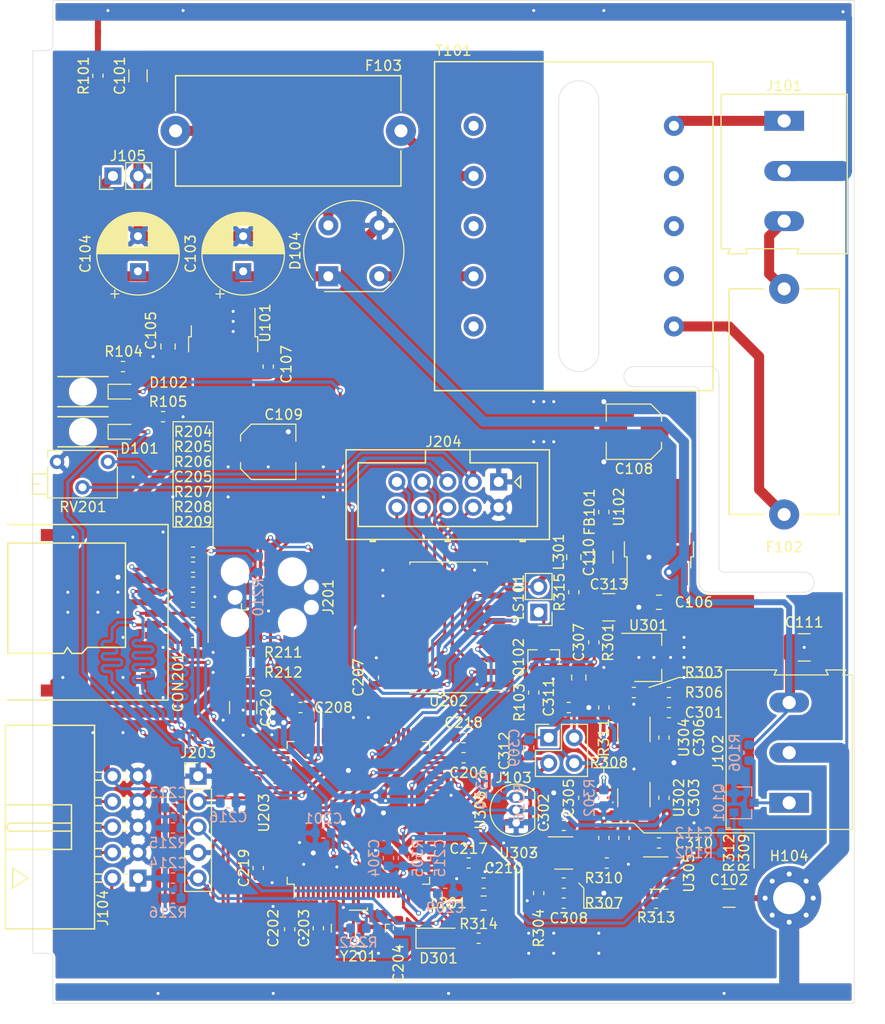
<source format=kicad_pcb>
(kicad_pcb (version 20171130) (host pcbnew 5.1.5)

  (general
    (thickness 1.6)
    (drawings 54)
    (tracks 1671)
    (zones 0)
    (modules 115)
    (nets 133)
  )

  (page A4)
  (layers
    (0 F.Cu signal)
    (31 B.Cu signal)
    (32 B.Adhes user)
    (33 F.Adhes user)
    (34 B.Paste user)
    (35 F.Paste user)
    (36 B.SilkS user)
    (37 F.SilkS user)
    (38 B.Mask user)
    (39 F.Mask user)
    (40 Dwgs.User user)
    (41 Cmts.User user)
    (42 Eco1.User user)
    (43 Eco2.User user)
    (44 Edge.Cuts user)
    (45 Margin user)
    (46 B.CrtYd user)
    (47 F.CrtYd user)
    (48 B.Fab user hide)
    (49 F.Fab user hide)
  )

  (setup
    (last_trace_width 0.3)
    (user_trace_width 0.3)
    (user_trace_width 0.4)
    (user_trace_width 0.6)
    (user_trace_width 1)
    (user_trace_width 2)
    (trace_clearance 0.2)
    (zone_clearance 0.25)
    (zone_45_only no)
    (trace_min 0.21)
    (via_size 0.5)
    (via_drill 0.3)
    (via_min_size 0.4)
    (via_min_drill 0.3)
    (user_via 0.9 0.5)
    (uvia_size 0.3)
    (uvia_drill 0.1)
    (uvias_allowed no)
    (uvia_min_size 0.2)
    (uvia_min_drill 0.1)
    (edge_width 0.05)
    (segment_width 0.2)
    (pcb_text_width 0.3)
    (pcb_text_size 1.5 1.5)
    (mod_edge_width 0.12)
    (mod_text_size 1 1)
    (mod_text_width 0.15)
    (pad_size 0.7874 0.7874)
    (pad_drill 0)
    (pad_to_mask_clearance 0.051)
    (solder_mask_min_width 0.25)
    (aux_axis_origin 13 13)
    (grid_origin 13 13)
    (visible_elements FFFFFF7F)
    (pcbplotparams
      (layerselection 0x010fc_ffffffff)
      (usegerberextensions false)
      (usegerberattributes false)
      (usegerberadvancedattributes false)
      (creategerberjobfile false)
      (excludeedgelayer true)
      (linewidth 0.100000)
      (plotframeref false)
      (viasonmask false)
      (mode 1)
      (useauxorigin false)
      (hpglpennumber 1)
      (hpglpenspeed 20)
      (hpglpendiameter 15.000000)
      (psnegative false)
      (psa4output false)
      (plotreference true)
      (plotvalue true)
      (plotinvisibletext false)
      (padsonsilk false)
      (subtractmaskfromsilk false)
      (outputformat 1)
      (mirror false)
      (drillshape 1)
      (scaleselection 1)
      (outputdirectory ""))
  )

  (net 0 "")
  (net 1 Earth)
  (net 2 GND)
  (net 3 +8V)
  (net 4 +3V3)
  (net 5 "Net-(C108-Pad1)")
  (net 6 +5V)
  (net 7 "Net-(C112-Pad2)")
  (net 8 "Net-(C203-Pad1)")
  (net 9 "Net-(C204-Pad1)")
  (net 10 "Net-(C206-Pad1)")
  (net 11 "Net-(C208-Pad1)")
  (net 12 /Controller/ENC1)
  (net 13 /Controller/ENC2)
  (net 14 /Controller/VREF)
  (net 15 /Controller/SW1)
  (net 16 "Net-(C301-Pad1)")
  (net 17 +5VA)
  (net 18 "Net-(C305-Pad1)")
  (net 19 "Net-(C305-Pad2)")
  (net 20 "Net-(C308-Pad1)")
  (net 21 /Frontend/FORCE+)
  (net 22 /Frontend/FORCE-)
  (net 23 /Frontend/SENS+)
  (net 24 /Frontend/SENS-)
  (net 25 /Controller/SDIO_D1)
  (net 26 /Controller/SDIO_D0)
  (net 27 /Controller/SDIO_CLK)
  (net 28 /Controller/SDIO_CMD)
  (net 29 /Controller/SDIO_D3)
  (net 30 /Controller/SDIO_D2)
  (net 31 "Net-(D101-Pad1)")
  (net 32 "Net-(D102-Pad1)")
  (net 33 "Net-(D104-Pad4)")
  (net 34 "Net-(D104-Pad2)")
  (net 35 /Controller/TEMP_IN)
  (net 36 /L_Trafo)
  (net 37 /L_IN)
  (net 38 "Net-(F103-Pad2)")
  (net 39 /N_IN)
  (net 40 "Net-(J102-Pad1)")
  (net 41 /DIGIO3)
  (net 42 /DIGIO2)
  (net 43 /DIGIO1)
  (net 44 /DIGIO0)
  (net 45 /Controller/SWDIO)
  (net 46 /Controller/SWCLK)
  (net 47 "Net-(J201-Pad5)")
  (net 48 "Net-(J201-Pad6)")
  (net 49 /Controller/PC_RX)
  (net 50 "Net-(J201-Pad8)")
  (net 51 /Controller/PC_TX)
  (net 52 /Controller/~RST)
  (net 53 "Net-(L301-Pad2)")
  (net 54 "Net-(LS101-Pad1)")
  (net 55 "Net-(Q102-Pad1)")
  (net 56 "Net-(R309-Pad1)")
  (net 57 "Net-(R310-Pad2)")
  (net 58 "Net-(R313-Pad1)")
  (net 59 /Controller/LCD_VO)
  (net 60 "Net-(U202-Pad2)")
  (net 61 "Net-(U202-Pad4)")
  (net 62 "Net-(U202-Pad6)")
  (net 63 "Net-(U202-Pad7)")
  (net 64 "Net-(U202-Pad8)")
  (net 65 "Net-(U202-Pad9)")
  (net 66 "Net-(U202-Pad15)")
  (net 67 "Net-(U202-Pad17)")
  (net 68 "Net-(U203-Pad1)")
  (net 69 "Net-(U203-Pad2)")
  (net 70 "Net-(U203-Pad3)")
  (net 71 "Net-(U203-Pad4)")
  (net 72 "Net-(U203-Pad5)")
  (net 73 "Net-(U203-Pad7)")
  (net 74 "Net-(U203-Pad8)")
  (net 75 "Net-(U203-Pad9)")
  (net 76 "Net-(U203-Pad15)")
  (net 77 "Net-(U203-Pad16)")
  (net 78 "Net-(U203-Pad17)")
  (net 79 "Net-(U203-Pad18)")
  (net 80 "Net-(U203-Pad26)")
  (net 81 "Net-(U203-Pad29)")
  (net 82 "Net-(U203-Pad30)")
  (net 83 "Net-(U203-Pad31)")
  (net 84 "Net-(U203-Pad32)")
  (net 85 "Net-(U203-Pad33)")
  (net 86 "Net-(U203-Pad38)")
  (net 87 "Net-(U203-Pad39)")
  (net 88 "Net-(U203-Pad40)")
  (net 89 "Net-(U203-Pad41)")
  (net 90 "Net-(U203-Pad42)")
  (net 91 "Net-(U203-Pad43)")
  (net 92 "Net-(U203-Pad44)")
  (net 93 "Net-(U203-Pad45)")
  (net 94 "Net-(U203-Pad46)")
  (net 95 "Net-(U203-Pad51)")
  (net 96 "Net-(U203-Pad52)")
  (net 97 "Net-(U203-Pad53)")
  (net 98 "Net-(U203-Pad54)")
  (net 99 "Net-(U203-Pad59)")
  (net 100 "Net-(U203-Pad60)")
  (net 101 "Net-(U203-Pad61)")
  (net 102 "Net-(U203-Pad62)")
  (net 103 "Net-(U203-Pad63)")
  (net 104 "Net-(U203-Pad64)")
  (net 105 "Net-(U203-Pad67)")
  (net 106 "Net-(U203-Pad70)")
  (net 107 "Net-(U203-Pad71)")
  (net 108 "Net-(U203-Pad77)")
  (net 109 "Net-(U203-Pad81)")
  (net 110 "Net-(U203-Pad82)")
  (net 111 "Net-(U203-Pad84)")
  (net 112 "Net-(U203-Pad86)")
  (net 113 "Net-(U203-Pad95)")
  (net 114 "Net-(U203-Pad96)")
  (net 115 "Net-(U203-Pad97)")
  (net 116 "Net-(U203-Pad98)")
  (net 117 /Controller/LCD_RS)
  (net 118 /Controller/LCD_EN)
  (net 119 /Controller/LCD_D3)
  (net 120 /Controller/LCD_D0)
  (net 121 /Controller/LCD_D2)
  (net 122 /Controller/LCD_D1)
  (net 123 "Net-(C308-Pad2)")
  (net 124 "Net-(U203-Pad34)")
  (net 125 "Net-(CON201-Pad9)")
  (net 126 "Net-(C307-Pad1)")
  (net 127 /Controller/FRONTEND_TEMP)
  (net 128 /OUT0)
  (net 129 /OUT3)
  (net 130 /OUT2)
  (net 131 /OUT1)
  (net 132 /Controller/VDDA)

  (net_class Default "This is the default net class."
    (clearance 0.2)
    (trace_width 0.25)
    (via_dia 0.5)
    (via_drill 0.3)
    (uvia_dia 0.3)
    (uvia_drill 0.1)
    (diff_pair_width 0.21)
    (diff_pair_gap 0.25)
    (add_net +3V3)
    (add_net +5V)
    (add_net +5VA)
    (add_net +8V)
    (add_net /Controller/ENC1)
    (add_net /Controller/ENC2)
    (add_net /Controller/FRONTEND_TEMP)
    (add_net /Controller/LCD_D0)
    (add_net /Controller/LCD_D1)
    (add_net /Controller/LCD_D2)
    (add_net /Controller/LCD_D3)
    (add_net /Controller/LCD_EN)
    (add_net /Controller/LCD_RS)
    (add_net /Controller/LCD_VO)
    (add_net /Controller/PC_RX)
    (add_net /Controller/PC_TX)
    (add_net /Controller/SDIO_CLK)
    (add_net /Controller/SDIO_CMD)
    (add_net /Controller/SDIO_D0)
    (add_net /Controller/SDIO_D1)
    (add_net /Controller/SDIO_D2)
    (add_net /Controller/SDIO_D3)
    (add_net /Controller/SW1)
    (add_net /Controller/SWCLK)
    (add_net /Controller/SWDIO)
    (add_net /Controller/TEMP_IN)
    (add_net /Controller/VDDA)
    (add_net /Controller/VREF)
    (add_net /Controller/~RST)
    (add_net /DIGIO0)
    (add_net /DIGIO1)
    (add_net /DIGIO2)
    (add_net /DIGIO3)
    (add_net /Frontend/FORCE+)
    (add_net /Frontend/FORCE-)
    (add_net /Frontend/SENS+)
    (add_net /Frontend/SENS-)
    (add_net /OUT0)
    (add_net /OUT1)
    (add_net /OUT2)
    (add_net /OUT3)
    (add_net Earth)
    (add_net GND)
    (add_net "Net-(C108-Pad1)")
    (add_net "Net-(C112-Pad2)")
    (add_net "Net-(C203-Pad1)")
    (add_net "Net-(C204-Pad1)")
    (add_net "Net-(C206-Pad1)")
    (add_net "Net-(C208-Pad1)")
    (add_net "Net-(C301-Pad1)")
    (add_net "Net-(C305-Pad1)")
    (add_net "Net-(C305-Pad2)")
    (add_net "Net-(C307-Pad1)")
    (add_net "Net-(C308-Pad1)")
    (add_net "Net-(C308-Pad2)")
    (add_net "Net-(CON201-Pad9)")
    (add_net "Net-(D101-Pad1)")
    (add_net "Net-(D102-Pad1)")
    (add_net "Net-(D104-Pad2)")
    (add_net "Net-(D104-Pad4)")
    (add_net "Net-(F103-Pad2)")
    (add_net "Net-(J102-Pad1)")
    (add_net "Net-(J201-Pad5)")
    (add_net "Net-(J201-Pad6)")
    (add_net "Net-(J201-Pad8)")
    (add_net "Net-(L301-Pad2)")
    (add_net "Net-(LS101-Pad1)")
    (add_net "Net-(Q102-Pad1)")
    (add_net "Net-(R309-Pad1)")
    (add_net "Net-(R310-Pad2)")
    (add_net "Net-(R313-Pad1)")
    (add_net "Net-(U202-Pad15)")
    (add_net "Net-(U202-Pad17)")
    (add_net "Net-(U202-Pad2)")
    (add_net "Net-(U202-Pad4)")
    (add_net "Net-(U202-Pad6)")
    (add_net "Net-(U202-Pad7)")
    (add_net "Net-(U202-Pad8)")
    (add_net "Net-(U202-Pad9)")
    (add_net "Net-(U203-Pad1)")
    (add_net "Net-(U203-Pad15)")
    (add_net "Net-(U203-Pad16)")
    (add_net "Net-(U203-Pad17)")
    (add_net "Net-(U203-Pad18)")
    (add_net "Net-(U203-Pad2)")
    (add_net "Net-(U203-Pad26)")
    (add_net "Net-(U203-Pad29)")
    (add_net "Net-(U203-Pad3)")
    (add_net "Net-(U203-Pad30)")
    (add_net "Net-(U203-Pad31)")
    (add_net "Net-(U203-Pad32)")
    (add_net "Net-(U203-Pad33)")
    (add_net "Net-(U203-Pad34)")
    (add_net "Net-(U203-Pad38)")
    (add_net "Net-(U203-Pad39)")
    (add_net "Net-(U203-Pad4)")
    (add_net "Net-(U203-Pad40)")
    (add_net "Net-(U203-Pad41)")
    (add_net "Net-(U203-Pad42)")
    (add_net "Net-(U203-Pad43)")
    (add_net "Net-(U203-Pad44)")
    (add_net "Net-(U203-Pad45)")
    (add_net "Net-(U203-Pad46)")
    (add_net "Net-(U203-Pad5)")
    (add_net "Net-(U203-Pad51)")
    (add_net "Net-(U203-Pad52)")
    (add_net "Net-(U203-Pad53)")
    (add_net "Net-(U203-Pad54)")
    (add_net "Net-(U203-Pad59)")
    (add_net "Net-(U203-Pad60)")
    (add_net "Net-(U203-Pad61)")
    (add_net "Net-(U203-Pad62)")
    (add_net "Net-(U203-Pad63)")
    (add_net "Net-(U203-Pad64)")
    (add_net "Net-(U203-Pad67)")
    (add_net "Net-(U203-Pad7)")
    (add_net "Net-(U203-Pad70)")
    (add_net "Net-(U203-Pad71)")
    (add_net "Net-(U203-Pad77)")
    (add_net "Net-(U203-Pad8)")
    (add_net "Net-(U203-Pad81)")
    (add_net "Net-(U203-Pad82)")
    (add_net "Net-(U203-Pad84)")
    (add_net "Net-(U203-Pad86)")
    (add_net "Net-(U203-Pad9)")
    (add_net "Net-(U203-Pad95)")
    (add_net "Net-(U203-Pad96)")
    (add_net "Net-(U203-Pad97)")
    (add_net "Net-(U203-Pad98)")
  )

  (net_class HV ""
    (clearance 2.5)
    (trace_width 1)
    (via_dia 0.5)
    (via_drill 0.3)
    (uvia_dia 0.3)
    (uvia_drill 0.1)
    (diff_pair_width 0.21)
    (diff_pair_gap 0.25)
    (add_net /L_IN)
    (add_net /L_Trafo)
    (add_net /N_IN)
  )

  (module proz_unknown:1271.1001 (layer F.Cu) (tedit 5C192637) (tstamp 5E036FB5)
    (at 16 52 180)
    (fp_text reference REF** (at 2.3 2.5) (layer F.SilkS) hide
      (effects (font (size 1 1) (thickness 0.15)))
    )
    (fp_text value 1271.1001 (at 4.1 -2.5) (layer F.Fab)
      (effects (font (size 1 1) (thickness 0.15)))
    )
    (fp_line (start -1.8 1.2) (end -1.8 -1.2) (layer F.CrtYd) (width 0.12))
    (fp_line (start -6 1.2) (end -1.8 1.2) (layer F.CrtYd) (width 0.12))
    (fp_line (start -6 -1.2) (end -6 1.2) (layer F.CrtYd) (width 0.12))
    (fp_line (start -1.8 -1.2) (end -6 -1.2) (layer F.CrtYd) (width 0.12))
    (fp_line (start -1.5 1.5) (end -1.5 -1.5) (layer F.CrtYd) (width 0.12))
    (fp_line (start 1.5 -1.5) (end 1.5 1.5) (layer F.CrtYd) (width 0.12))
    (fp_line (start -6.3 -1.5) (end -6.3 1.5) (layer F.CrtYd) (width 0.12))
    (fp_line (start 8.1 -1.5) (end -6.3 -1.5) (layer F.CrtYd) (width 0.12))
    (fp_line (start 8.1 1.5) (end 8.1 -1.5) (layer F.CrtYd) (width 0.12))
    (fp_line (start -6.3 1.5) (end 8.1 1.5) (layer F.CrtYd) (width 0.12))
    (fp_line (start -2.5 -1.5) (end 2.5 -1.5) (layer F.SilkS) (width 0.15))
    (fp_line (start -2.5 1.5) (end 2.5 1.5) (layer F.SilkS) (width 0.15))
    (pad "" np_thru_hole circle (at 0 0 180) (size 2.3 2.3) (drill 2.3) (layers *.Cu *.Mask))
  )

  (module proz_unknown:1271.1001 (layer F.Cu) (tedit 5C192637) (tstamp 5E035345)
    (at 16 56 180)
    (fp_text reference REF** (at 2.3 2.5) (layer F.SilkS) hide
      (effects (font (size 1 1) (thickness 0.15)))
    )
    (fp_text value 1271.1001 (at 4.1 -2.5) (layer F.Fab)
      (effects (font (size 1 1) (thickness 0.15)))
    )
    (fp_line (start -1.8 1.2) (end -1.8 -1.2) (layer F.CrtYd) (width 0.12))
    (fp_line (start -6 1.2) (end -1.8 1.2) (layer F.CrtYd) (width 0.12))
    (fp_line (start -6 -1.2) (end -6 1.2) (layer F.CrtYd) (width 0.12))
    (fp_line (start -1.8 -1.2) (end -6 -1.2) (layer F.CrtYd) (width 0.12))
    (fp_line (start -1.5 1.5) (end -1.5 -1.5) (layer F.CrtYd) (width 0.12))
    (fp_line (start 1.5 -1.5) (end 1.5 1.5) (layer F.CrtYd) (width 0.12))
    (fp_line (start -6.3 -1.5) (end -6.3 1.5) (layer F.CrtYd) (width 0.12))
    (fp_line (start 8.1 -1.5) (end -6.3 -1.5) (layer F.CrtYd) (width 0.12))
    (fp_line (start 8.1 1.5) (end 8.1 -1.5) (layer F.CrtYd) (width 0.12))
    (fp_line (start -6.3 1.5) (end 8.1 1.5) (layer F.CrtYd) (width 0.12))
    (fp_line (start -2.5 -1.5) (end 2.5 -1.5) (layer F.SilkS) (width 0.15))
    (fp_line (start -2.5 1.5) (end 2.5 1.5) (layer F.SilkS) (width 0.15))
    (pad "" np_thru_hole circle (at 0 0 180) (size 2.3 2.3) (drill 2.3) (layers *.Cu *.Mask))
  )

  (module Capacitor_SMD:C_1206_3216Metric (layer F.Cu) (tedit 5B301BBE) (tstamp 5DEF0E11)
    (at 21.5 20.5 90)
    (descr "Capacitor SMD 1206 (3216 Metric), square (rectangular) end terminal, IPC_7351 nominal, (Body size source: http://www.tortai-tech.com/upload/download/2011102023233369053.pdf), generated with kicad-footprint-generator")
    (tags capacitor)
    (path /5D708E87)
    (attr smd)
    (fp_text reference C101 (at 0 -1.82 90) (layer F.SilkS)
      (effects (font (size 1 1) (thickness 0.15)))
    )
    (fp_text value 100n/1kV (at 0 1.82 90) (layer F.Fab)
      (effects (font (size 1 1) (thickness 0.15)))
    )
    (fp_text user %R (at 0 0 90) (layer F.Fab)
      (effects (font (size 0.8 0.8) (thickness 0.12)))
    )
    (fp_line (start 2.28 1.12) (end -2.28 1.12) (layer F.CrtYd) (width 0.05))
    (fp_line (start 2.28 -1.12) (end 2.28 1.12) (layer F.CrtYd) (width 0.05))
    (fp_line (start -2.28 -1.12) (end 2.28 -1.12) (layer F.CrtYd) (width 0.05))
    (fp_line (start -2.28 1.12) (end -2.28 -1.12) (layer F.CrtYd) (width 0.05))
    (fp_line (start -0.602064 0.91) (end 0.602064 0.91) (layer F.SilkS) (width 0.12))
    (fp_line (start -0.602064 -0.91) (end 0.602064 -0.91) (layer F.SilkS) (width 0.12))
    (fp_line (start 1.6 0.8) (end -1.6 0.8) (layer F.Fab) (width 0.1))
    (fp_line (start 1.6 -0.8) (end 1.6 0.8) (layer F.Fab) (width 0.1))
    (fp_line (start -1.6 -0.8) (end 1.6 -0.8) (layer F.Fab) (width 0.1))
    (fp_line (start -1.6 0.8) (end -1.6 -0.8) (layer F.Fab) (width 0.1))
    (pad 2 smd roundrect (at 1.4 0 90) (size 1.25 1.75) (layers F.Cu F.Paste F.Mask) (roundrect_rratio 0.2)
      (net 1 Earth))
    (pad 1 smd roundrect (at -1.4 0 90) (size 1.25 1.75) (layers F.Cu F.Paste F.Mask) (roundrect_rratio 0.2)
      (net 2 GND))
    (model ${KISYS3DMOD}/Capacitor_SMD.3dshapes/C_1206_3216Metric.wrl
      (at (xyz 0 0 0))
      (scale (xyz 1 1 1))
      (rotate (xyz 0 0 0))
    )
  )

  (module Capacitor_SMD:C_1206_3216Metric (layer F.Cu) (tedit 5B301BBE) (tstamp 5DEF0E22)
    (at 80.5 102.5)
    (descr "Capacitor SMD 1206 (3216 Metric), square (rectangular) end terminal, IPC_7351 nominal, (Body size source: http://www.tortai-tech.com/upload/download/2011102023233369053.pdf), generated with kicad-footprint-generator")
    (tags capacitor)
    (path /5D707F91)
    (attr smd)
    (fp_text reference C102 (at 0 -1.82) (layer F.SilkS)
      (effects (font (size 1 1) (thickness 0.15)))
    )
    (fp_text value 100n/1kV (at 0 1.82) (layer F.Fab)
      (effects (font (size 1 1) (thickness 0.15)))
    )
    (fp_line (start -1.6 0.8) (end -1.6 -0.8) (layer F.Fab) (width 0.1))
    (fp_line (start -1.6 -0.8) (end 1.6 -0.8) (layer F.Fab) (width 0.1))
    (fp_line (start 1.6 -0.8) (end 1.6 0.8) (layer F.Fab) (width 0.1))
    (fp_line (start 1.6 0.8) (end -1.6 0.8) (layer F.Fab) (width 0.1))
    (fp_line (start -0.602064 -0.91) (end 0.602064 -0.91) (layer F.SilkS) (width 0.12))
    (fp_line (start -0.602064 0.91) (end 0.602064 0.91) (layer F.SilkS) (width 0.12))
    (fp_line (start -2.28 1.12) (end -2.28 -1.12) (layer F.CrtYd) (width 0.05))
    (fp_line (start -2.28 -1.12) (end 2.28 -1.12) (layer F.CrtYd) (width 0.05))
    (fp_line (start 2.28 -1.12) (end 2.28 1.12) (layer F.CrtYd) (width 0.05))
    (fp_line (start 2.28 1.12) (end -2.28 1.12) (layer F.CrtYd) (width 0.05))
    (fp_text user %R (at 0 0) (layer F.Fab)
      (effects (font (size 0.8 0.8) (thickness 0.12)))
    )
    (pad 1 smd roundrect (at -1.4 0) (size 1.25 1.75) (layers F.Cu F.Paste F.Mask) (roundrect_rratio 0.2)
      (net 2 GND))
    (pad 2 smd roundrect (at 1.4 0) (size 1.25 1.75) (layers F.Cu F.Paste F.Mask) (roundrect_rratio 0.2)
      (net 1 Earth))
    (model ${KISYS3DMOD}/Capacitor_SMD.3dshapes/C_1206_3216Metric.wrl
      (at (xyz 0 0 0))
      (scale (xyz 1 1 1))
      (rotate (xyz 0 0 0))
    )
  )

  (module Capacitor_THT:CP_Radial_D8.0mm_P3.50mm (layer F.Cu) (tedit 5AE50EF0) (tstamp 5DEF0ECB)
    (at 32 40 90)
    (descr "CP, Radial series, Radial, pin pitch=3.50mm, , diameter=8mm, Electrolytic Capacitor")
    (tags "CP Radial series Radial pin pitch 3.50mm  diameter 8mm Electrolytic Capacitor")
    (path /5D7133CA)
    (fp_text reference C103 (at 1.75 -5.25 90) (layer F.SilkS)
      (effects (font (size 1 1) (thickness 0.15)))
    )
    (fp_text value 470u (at 1.75 5.25 90) (layer F.Fab)
      (effects (font (size 1 1) (thickness 0.15)))
    )
    (fp_text user %R (at 1.75 0 90) (layer F.Fab)
      (effects (font (size 1 1) (thickness 0.15)))
    )
    (fp_line (start -2.259698 -2.715) (end -2.259698 -1.915) (layer F.SilkS) (width 0.12))
    (fp_line (start -2.659698 -2.315) (end -1.859698 -2.315) (layer F.SilkS) (width 0.12))
    (fp_line (start 5.831 -0.533) (end 5.831 0.533) (layer F.SilkS) (width 0.12))
    (fp_line (start 5.791 -0.768) (end 5.791 0.768) (layer F.SilkS) (width 0.12))
    (fp_line (start 5.751 -0.948) (end 5.751 0.948) (layer F.SilkS) (width 0.12))
    (fp_line (start 5.711 -1.098) (end 5.711 1.098) (layer F.SilkS) (width 0.12))
    (fp_line (start 5.671 -1.229) (end 5.671 1.229) (layer F.SilkS) (width 0.12))
    (fp_line (start 5.631 -1.346) (end 5.631 1.346) (layer F.SilkS) (width 0.12))
    (fp_line (start 5.591 -1.453) (end 5.591 1.453) (layer F.SilkS) (width 0.12))
    (fp_line (start 5.551 -1.552) (end 5.551 1.552) (layer F.SilkS) (width 0.12))
    (fp_line (start 5.511 -1.645) (end 5.511 1.645) (layer F.SilkS) (width 0.12))
    (fp_line (start 5.471 -1.731) (end 5.471 1.731) (layer F.SilkS) (width 0.12))
    (fp_line (start 5.431 -1.813) (end 5.431 1.813) (layer F.SilkS) (width 0.12))
    (fp_line (start 5.391 -1.89) (end 5.391 1.89) (layer F.SilkS) (width 0.12))
    (fp_line (start 5.351 -1.964) (end 5.351 1.964) (layer F.SilkS) (width 0.12))
    (fp_line (start 5.311 -2.034) (end 5.311 2.034) (layer F.SilkS) (width 0.12))
    (fp_line (start 5.271 -2.102) (end 5.271 2.102) (layer F.SilkS) (width 0.12))
    (fp_line (start 5.231 -2.166) (end 5.231 2.166) (layer F.SilkS) (width 0.12))
    (fp_line (start 5.191 -2.228) (end 5.191 2.228) (layer F.SilkS) (width 0.12))
    (fp_line (start 5.151 -2.287) (end 5.151 2.287) (layer F.SilkS) (width 0.12))
    (fp_line (start 5.111 -2.345) (end 5.111 2.345) (layer F.SilkS) (width 0.12))
    (fp_line (start 5.071 -2.4) (end 5.071 2.4) (layer F.SilkS) (width 0.12))
    (fp_line (start 5.031 -2.454) (end 5.031 2.454) (layer F.SilkS) (width 0.12))
    (fp_line (start 4.991 -2.505) (end 4.991 2.505) (layer F.SilkS) (width 0.12))
    (fp_line (start 4.951 -2.556) (end 4.951 2.556) (layer F.SilkS) (width 0.12))
    (fp_line (start 4.911 -2.604) (end 4.911 2.604) (layer F.SilkS) (width 0.12))
    (fp_line (start 4.871 -2.651) (end 4.871 2.651) (layer F.SilkS) (width 0.12))
    (fp_line (start 4.831 -2.697) (end 4.831 2.697) (layer F.SilkS) (width 0.12))
    (fp_line (start 4.791 -2.741) (end 4.791 2.741) (layer F.SilkS) (width 0.12))
    (fp_line (start 4.751 -2.784) (end 4.751 2.784) (layer F.SilkS) (width 0.12))
    (fp_line (start 4.711 -2.826) (end 4.711 2.826) (layer F.SilkS) (width 0.12))
    (fp_line (start 4.671 -2.867) (end 4.671 2.867) (layer F.SilkS) (width 0.12))
    (fp_line (start 4.631 -2.907) (end 4.631 2.907) (layer F.SilkS) (width 0.12))
    (fp_line (start 4.591 -2.945) (end 4.591 2.945) (layer F.SilkS) (width 0.12))
    (fp_line (start 4.551 -2.983) (end 4.551 2.983) (layer F.SilkS) (width 0.12))
    (fp_line (start 4.511 1.04) (end 4.511 3.019) (layer F.SilkS) (width 0.12))
    (fp_line (start 4.511 -3.019) (end 4.511 -1.04) (layer F.SilkS) (width 0.12))
    (fp_line (start 4.471 1.04) (end 4.471 3.055) (layer F.SilkS) (width 0.12))
    (fp_line (start 4.471 -3.055) (end 4.471 -1.04) (layer F.SilkS) (width 0.12))
    (fp_line (start 4.431 1.04) (end 4.431 3.09) (layer F.SilkS) (width 0.12))
    (fp_line (start 4.431 -3.09) (end 4.431 -1.04) (layer F.SilkS) (width 0.12))
    (fp_line (start 4.391 1.04) (end 4.391 3.124) (layer F.SilkS) (width 0.12))
    (fp_line (start 4.391 -3.124) (end 4.391 -1.04) (layer F.SilkS) (width 0.12))
    (fp_line (start 4.351 1.04) (end 4.351 3.156) (layer F.SilkS) (width 0.12))
    (fp_line (start 4.351 -3.156) (end 4.351 -1.04) (layer F.SilkS) (width 0.12))
    (fp_line (start 4.311 1.04) (end 4.311 3.189) (layer F.SilkS) (width 0.12))
    (fp_line (start 4.311 -3.189) (end 4.311 -1.04) (layer F.SilkS) (width 0.12))
    (fp_line (start 4.271 1.04) (end 4.271 3.22) (layer F.SilkS) (width 0.12))
    (fp_line (start 4.271 -3.22) (end 4.271 -1.04) (layer F.SilkS) (width 0.12))
    (fp_line (start 4.231 1.04) (end 4.231 3.25) (layer F.SilkS) (width 0.12))
    (fp_line (start 4.231 -3.25) (end 4.231 -1.04) (layer F.SilkS) (width 0.12))
    (fp_line (start 4.191 1.04) (end 4.191 3.28) (layer F.SilkS) (width 0.12))
    (fp_line (start 4.191 -3.28) (end 4.191 -1.04) (layer F.SilkS) (width 0.12))
    (fp_line (start 4.151 1.04) (end 4.151 3.309) (layer F.SilkS) (width 0.12))
    (fp_line (start 4.151 -3.309) (end 4.151 -1.04) (layer F.SilkS) (width 0.12))
    (fp_line (start 4.111 1.04) (end 4.111 3.338) (layer F.SilkS) (width 0.12))
    (fp_line (start 4.111 -3.338) (end 4.111 -1.04) (layer F.SilkS) (width 0.12))
    (fp_line (start 4.071 1.04) (end 4.071 3.365) (layer F.SilkS) (width 0.12))
    (fp_line (start 4.071 -3.365) (end 4.071 -1.04) (layer F.SilkS) (width 0.12))
    (fp_line (start 4.031 1.04) (end 4.031 3.392) (layer F.SilkS) (width 0.12))
    (fp_line (start 4.031 -3.392) (end 4.031 -1.04) (layer F.SilkS) (width 0.12))
    (fp_line (start 3.991 1.04) (end 3.991 3.418) (layer F.SilkS) (width 0.12))
    (fp_line (start 3.991 -3.418) (end 3.991 -1.04) (layer F.SilkS) (width 0.12))
    (fp_line (start 3.951 1.04) (end 3.951 3.444) (layer F.SilkS) (width 0.12))
    (fp_line (start 3.951 -3.444) (end 3.951 -1.04) (layer F.SilkS) (width 0.12))
    (fp_line (start 3.911 1.04) (end 3.911 3.469) (layer F.SilkS) (width 0.12))
    (fp_line (start 3.911 -3.469) (end 3.911 -1.04) (layer F.SilkS) (width 0.12))
    (fp_line (start 3.871 1.04) (end 3.871 3.493) (layer F.SilkS) (width 0.12))
    (fp_line (start 3.871 -3.493) (end 3.871 -1.04) (layer F.SilkS) (width 0.12))
    (fp_line (start 3.831 1.04) (end 3.831 3.517) (layer F.SilkS) (width 0.12))
    (fp_line (start 3.831 -3.517) (end 3.831 -1.04) (layer F.SilkS) (width 0.12))
    (fp_line (start 3.791 1.04) (end 3.791 3.54) (layer F.SilkS) (width 0.12))
    (fp_line (start 3.791 -3.54) (end 3.791 -1.04) (layer F.SilkS) (width 0.12))
    (fp_line (start 3.751 1.04) (end 3.751 3.562) (layer F.SilkS) (width 0.12))
    (fp_line (start 3.751 -3.562) (end 3.751 -1.04) (layer F.SilkS) (width 0.12))
    (fp_line (start 3.711 1.04) (end 3.711 3.584) (layer F.SilkS) (width 0.12))
    (fp_line (start 3.711 -3.584) (end 3.711 -1.04) (layer F.SilkS) (width 0.12))
    (fp_line (start 3.671 1.04) (end 3.671 3.606) (layer F.SilkS) (width 0.12))
    (fp_line (start 3.671 -3.606) (end 3.671 -1.04) (layer F.SilkS) (width 0.12))
    (fp_line (start 3.631 1.04) (end 3.631 3.627) (layer F.SilkS) (width 0.12))
    (fp_line (start 3.631 -3.627) (end 3.631 -1.04) (layer F.SilkS) (width 0.12))
    (fp_line (start 3.591 1.04) (end 3.591 3.647) (layer F.SilkS) (width 0.12))
    (fp_line (start 3.591 -3.647) (end 3.591 -1.04) (layer F.SilkS) (width 0.12))
    (fp_line (start 3.551 1.04) (end 3.551 3.666) (layer F.SilkS) (width 0.12))
    (fp_line (start 3.551 -3.666) (end 3.551 -1.04) (layer F.SilkS) (width 0.12))
    (fp_line (start 3.511 1.04) (end 3.511 3.686) (layer F.SilkS) (width 0.12))
    (fp_line (start 3.511 -3.686) (end 3.511 -1.04) (layer F.SilkS) (width 0.12))
    (fp_line (start 3.471 1.04) (end 3.471 3.704) (layer F.SilkS) (width 0.12))
    (fp_line (start 3.471 -3.704) (end 3.471 -1.04) (layer F.SilkS) (width 0.12))
    (fp_line (start 3.431 1.04) (end 3.431 3.722) (layer F.SilkS) (width 0.12))
    (fp_line (start 3.431 -3.722) (end 3.431 -1.04) (layer F.SilkS) (width 0.12))
    (fp_line (start 3.391 1.04) (end 3.391 3.74) (layer F.SilkS) (width 0.12))
    (fp_line (start 3.391 -3.74) (end 3.391 -1.04) (layer F.SilkS) (width 0.12))
    (fp_line (start 3.351 1.04) (end 3.351 3.757) (layer F.SilkS) (width 0.12))
    (fp_line (start 3.351 -3.757) (end 3.351 -1.04) (layer F.SilkS) (width 0.12))
    (fp_line (start 3.311 1.04) (end 3.311 3.774) (layer F.SilkS) (width 0.12))
    (fp_line (start 3.311 -3.774) (end 3.311 -1.04) (layer F.SilkS) (width 0.12))
    (fp_line (start 3.271 1.04) (end 3.271 3.79) (layer F.SilkS) (width 0.12))
    (fp_line (start 3.271 -3.79) (end 3.271 -1.04) (layer F.SilkS) (width 0.12))
    (fp_line (start 3.231 1.04) (end 3.231 3.805) (layer F.SilkS) (width 0.12))
    (fp_line (start 3.231 -3.805) (end 3.231 -1.04) (layer F.SilkS) (width 0.12))
    (fp_line (start 3.191 1.04) (end 3.191 3.821) (layer F.SilkS) (width 0.12))
    (fp_line (start 3.191 -3.821) (end 3.191 -1.04) (layer F.SilkS) (width 0.12))
    (fp_line (start 3.151 1.04) (end 3.151 3.835) (layer F.SilkS) (width 0.12))
    (fp_line (start 3.151 -3.835) (end 3.151 -1.04) (layer F.SilkS) (width 0.12))
    (fp_line (start 3.111 1.04) (end 3.111 3.85) (layer F.SilkS) (width 0.12))
    (fp_line (start 3.111 -3.85) (end 3.111 -1.04) (layer F.SilkS) (width 0.12))
    (fp_line (start 3.071 1.04) (end 3.071 3.863) (layer F.SilkS) (width 0.12))
    (fp_line (start 3.071 -3.863) (end 3.071 -1.04) (layer F.SilkS) (width 0.12))
    (fp_line (start 3.031 1.04) (end 3.031 3.877) (layer F.SilkS) (width 0.12))
    (fp_line (start 3.031 -3.877) (end 3.031 -1.04) (layer F.SilkS) (width 0.12))
    (fp_line (start 2.991 1.04) (end 2.991 3.889) (layer F.SilkS) (width 0.12))
    (fp_line (start 2.991 -3.889) (end 2.991 -1.04) (layer F.SilkS) (width 0.12))
    (fp_line (start 2.951 1.04) (end 2.951 3.902) (layer F.SilkS) (width 0.12))
    (fp_line (start 2.951 -3.902) (end 2.951 -1.04) (layer F.SilkS) (width 0.12))
    (fp_line (start 2.911 1.04) (end 2.911 3.914) (layer F.SilkS) (width 0.12))
    (fp_line (start 2.911 -3.914) (end 2.911 -1.04) (layer F.SilkS) (width 0.12))
    (fp_line (start 2.871 1.04) (end 2.871 3.925) (layer F.SilkS) (width 0.12))
    (fp_line (start 2.871 -3.925) (end 2.871 -1.04) (layer F.SilkS) (width 0.12))
    (fp_line (start 2.831 1.04) (end 2.831 3.936) (layer F.SilkS) (width 0.12))
    (fp_line (start 2.831 -3.936) (end 2.831 -1.04) (layer F.SilkS) (width 0.12))
    (fp_line (start 2.791 1.04) (end 2.791 3.947) (layer F.SilkS) (width 0.12))
    (fp_line (start 2.791 -3.947) (end 2.791 -1.04) (layer F.SilkS) (width 0.12))
    (fp_line (start 2.751 1.04) (end 2.751 3.957) (layer F.SilkS) (width 0.12))
    (fp_line (start 2.751 -3.957) (end 2.751 -1.04) (layer F.SilkS) (width 0.12))
    (fp_line (start 2.711 1.04) (end 2.711 3.967) (layer F.SilkS) (width 0.12))
    (fp_line (start 2.711 -3.967) (end 2.711 -1.04) (layer F.SilkS) (width 0.12))
    (fp_line (start 2.671 1.04) (end 2.671 3.976) (layer F.SilkS) (width 0.12))
    (fp_line (start 2.671 -3.976) (end 2.671 -1.04) (layer F.SilkS) (width 0.12))
    (fp_line (start 2.631 1.04) (end 2.631 3.985) (layer F.SilkS) (width 0.12))
    (fp_line (start 2.631 -3.985) (end 2.631 -1.04) (layer F.SilkS) (width 0.12))
    (fp_line (start 2.591 1.04) (end 2.591 3.994) (layer F.SilkS) (width 0.12))
    (fp_line (start 2.591 -3.994) (end 2.591 -1.04) (layer F.SilkS) (width 0.12))
    (fp_line (start 2.551 1.04) (end 2.551 4.002) (layer F.SilkS) (width 0.12))
    (fp_line (start 2.551 -4.002) (end 2.551 -1.04) (layer F.SilkS) (width 0.12))
    (fp_line (start 2.511 1.04) (end 2.511 4.01) (layer F.SilkS) (width 0.12))
    (fp_line (start 2.511 -4.01) (end 2.511 -1.04) (layer F.SilkS) (width 0.12))
    (fp_line (start 2.471 1.04) (end 2.471 4.017) (layer F.SilkS) (width 0.12))
    (fp_line (start 2.471 -4.017) (end 2.471 -1.04) (layer F.SilkS) (width 0.12))
    (fp_line (start 2.43 -4.024) (end 2.43 4.024) (layer F.SilkS) (width 0.12))
    (fp_line (start 2.39 -4.03) (end 2.39 4.03) (layer F.SilkS) (width 0.12))
    (fp_line (start 2.35 -4.037) (end 2.35 4.037) (layer F.SilkS) (width 0.12))
    (fp_line (start 2.31 -4.042) (end 2.31 4.042) (layer F.SilkS) (width 0.12))
    (fp_line (start 2.27 -4.048) (end 2.27 4.048) (layer F.SilkS) (width 0.12))
    (fp_line (start 2.23 -4.052) (end 2.23 4.052) (layer F.SilkS) (width 0.12))
    (fp_line (start 2.19 -4.057) (end 2.19 4.057) (layer F.SilkS) (width 0.12))
    (fp_line (start 2.15 -4.061) (end 2.15 4.061) (layer F.SilkS) (width 0.12))
    (fp_line (start 2.11 -4.065) (end 2.11 4.065) (layer F.SilkS) (width 0.12))
    (fp_line (start 2.07 -4.068) (end 2.07 4.068) (layer F.SilkS) (width 0.12))
    (fp_line (start 2.03 -4.071) (end 2.03 4.071) (layer F.SilkS) (width 0.12))
    (fp_line (start 1.99 -4.074) (end 1.99 4.074) (layer F.SilkS) (width 0.12))
    (fp_line (start 1.95 -4.076) (end 1.95 4.076) (layer F.SilkS) (width 0.12))
    (fp_line (start 1.91 -4.077) (end 1.91 4.077) (layer F.SilkS) (width 0.12))
    (fp_line (start 1.87 -4.079) (end 1.87 4.079) (layer F.SilkS) (width 0.12))
    (fp_line (start 1.83 -4.08) (end 1.83 4.08) (layer F.SilkS) (width 0.12))
    (fp_line (start 1.79 -4.08) (end 1.79 4.08) (layer F.SilkS) (width 0.12))
    (fp_line (start 1.75 -4.08) (end 1.75 4.08) (layer F.SilkS) (width 0.12))
    (fp_line (start -1.276759 -2.1475) (end -1.276759 -1.3475) (layer F.Fab) (width 0.1))
    (fp_line (start -1.676759 -1.7475) (end -0.876759 -1.7475) (layer F.Fab) (width 0.1))
    (fp_circle (center 1.75 0) (end 6 0) (layer F.CrtYd) (width 0.05))
    (fp_circle (center 1.75 0) (end 5.87 0) (layer F.SilkS) (width 0.12))
    (fp_circle (center 1.75 0) (end 5.75 0) (layer F.Fab) (width 0.1))
    (pad 2 thru_hole circle (at 3.5 0 90) (size 1.6 1.6) (drill 0.8) (layers *.Cu *.Mask)
      (net 2 GND))
    (pad 1 thru_hole rect (at 0 0 90) (size 1.6 1.6) (drill 0.8) (layers *.Cu *.Mask)
      (net 3 +8V))
    (model ${KISYS3DMOD}/Capacitor_THT.3dshapes/CP_Radial_D8.0mm_P3.50mm.wrl
      (at (xyz 0 0 0))
      (scale (xyz 1 1 1))
      (rotate (xyz 0 0 0))
    )
  )

  (module Capacitor_THT:CP_Radial_D8.0mm_P3.50mm (layer F.Cu) (tedit 5AE50EF0) (tstamp 5DEF0F74)
    (at 21.5 40 90)
    (descr "CP, Radial series, Radial, pin pitch=3.50mm, , diameter=8mm, Electrolytic Capacitor")
    (tags "CP Radial series Radial pin pitch 3.50mm  diameter 8mm Electrolytic Capacitor")
    (path /5D7139D5)
    (fp_text reference C104 (at 1.75 -5.25 90) (layer F.SilkS)
      (effects (font (size 1 1) (thickness 0.15)))
    )
    (fp_text value 470u (at 1.75 5.25 90) (layer F.Fab)
      (effects (font (size 1 1) (thickness 0.15)))
    )
    (fp_circle (center 1.75 0) (end 5.75 0) (layer F.Fab) (width 0.1))
    (fp_circle (center 1.75 0) (end 5.87 0) (layer F.SilkS) (width 0.12))
    (fp_circle (center 1.75 0) (end 6 0) (layer F.CrtYd) (width 0.05))
    (fp_line (start -1.676759 -1.7475) (end -0.876759 -1.7475) (layer F.Fab) (width 0.1))
    (fp_line (start -1.276759 -2.1475) (end -1.276759 -1.3475) (layer F.Fab) (width 0.1))
    (fp_line (start 1.75 -4.08) (end 1.75 4.08) (layer F.SilkS) (width 0.12))
    (fp_line (start 1.79 -4.08) (end 1.79 4.08) (layer F.SilkS) (width 0.12))
    (fp_line (start 1.83 -4.08) (end 1.83 4.08) (layer F.SilkS) (width 0.12))
    (fp_line (start 1.87 -4.079) (end 1.87 4.079) (layer F.SilkS) (width 0.12))
    (fp_line (start 1.91 -4.077) (end 1.91 4.077) (layer F.SilkS) (width 0.12))
    (fp_line (start 1.95 -4.076) (end 1.95 4.076) (layer F.SilkS) (width 0.12))
    (fp_line (start 1.99 -4.074) (end 1.99 4.074) (layer F.SilkS) (width 0.12))
    (fp_line (start 2.03 -4.071) (end 2.03 4.071) (layer F.SilkS) (width 0.12))
    (fp_line (start 2.07 -4.068) (end 2.07 4.068) (layer F.SilkS) (width 0.12))
    (fp_line (start 2.11 -4.065) (end 2.11 4.065) (layer F.SilkS) (width 0.12))
    (fp_line (start 2.15 -4.061) (end 2.15 4.061) (layer F.SilkS) (width 0.12))
    (fp_line (start 2.19 -4.057) (end 2.19 4.057) (layer F.SilkS) (width 0.12))
    (fp_line (start 2.23 -4.052) (end 2.23 4.052) (layer F.SilkS) (width 0.12))
    (fp_line (start 2.27 -4.048) (end 2.27 4.048) (layer F.SilkS) (width 0.12))
    (fp_line (start 2.31 -4.042) (end 2.31 4.042) (layer F.SilkS) (width 0.12))
    (fp_line (start 2.35 -4.037) (end 2.35 4.037) (layer F.SilkS) (width 0.12))
    (fp_line (start 2.39 -4.03) (end 2.39 4.03) (layer F.SilkS) (width 0.12))
    (fp_line (start 2.43 -4.024) (end 2.43 4.024) (layer F.SilkS) (width 0.12))
    (fp_line (start 2.471 -4.017) (end 2.471 -1.04) (layer F.SilkS) (width 0.12))
    (fp_line (start 2.471 1.04) (end 2.471 4.017) (layer F.SilkS) (width 0.12))
    (fp_line (start 2.511 -4.01) (end 2.511 -1.04) (layer F.SilkS) (width 0.12))
    (fp_line (start 2.511 1.04) (end 2.511 4.01) (layer F.SilkS) (width 0.12))
    (fp_line (start 2.551 -4.002) (end 2.551 -1.04) (layer F.SilkS) (width 0.12))
    (fp_line (start 2.551 1.04) (end 2.551 4.002) (layer F.SilkS) (width 0.12))
    (fp_line (start 2.591 -3.994) (end 2.591 -1.04) (layer F.SilkS) (width 0.12))
    (fp_line (start 2.591 1.04) (end 2.591 3.994) (layer F.SilkS) (width 0.12))
    (fp_line (start 2.631 -3.985) (end 2.631 -1.04) (layer F.SilkS) (width 0.12))
    (fp_line (start 2.631 1.04) (end 2.631 3.985) (layer F.SilkS) (width 0.12))
    (fp_line (start 2.671 -3.976) (end 2.671 -1.04) (layer F.SilkS) (width 0.12))
    (fp_line (start 2.671 1.04) (end 2.671 3.976) (layer F.SilkS) (width 0.12))
    (fp_line (start 2.711 -3.967) (end 2.711 -1.04) (layer F.SilkS) (width 0.12))
    (fp_line (start 2.711 1.04) (end 2.711 3.967) (layer F.SilkS) (width 0.12))
    (fp_line (start 2.751 -3.957) (end 2.751 -1.04) (layer F.SilkS) (width 0.12))
    (fp_line (start 2.751 1.04) (end 2.751 3.957) (layer F.SilkS) (width 0.12))
    (fp_line (start 2.791 -3.947) (end 2.791 -1.04) (layer F.SilkS) (width 0.12))
    (fp_line (start 2.791 1.04) (end 2.791 3.947) (layer F.SilkS) (width 0.12))
    (fp_line (start 2.831 -3.936) (end 2.831 -1.04) (layer F.SilkS) (width 0.12))
    (fp_line (start 2.831 1.04) (end 2.831 3.936) (layer F.SilkS) (width 0.12))
    (fp_line (start 2.871 -3.925) (end 2.871 -1.04) (layer F.SilkS) (width 0.12))
    (fp_line (start 2.871 1.04) (end 2.871 3.925) (layer F.SilkS) (width 0.12))
    (fp_line (start 2.911 -3.914) (end 2.911 -1.04) (layer F.SilkS) (width 0.12))
    (fp_line (start 2.911 1.04) (end 2.911 3.914) (layer F.SilkS) (width 0.12))
    (fp_line (start 2.951 -3.902) (end 2.951 -1.04) (layer F.SilkS) (width 0.12))
    (fp_line (start 2.951 1.04) (end 2.951 3.902) (layer F.SilkS) (width 0.12))
    (fp_line (start 2.991 -3.889) (end 2.991 -1.04) (layer F.SilkS) (width 0.12))
    (fp_line (start 2.991 1.04) (end 2.991 3.889) (layer F.SilkS) (width 0.12))
    (fp_line (start 3.031 -3.877) (end 3.031 -1.04) (layer F.SilkS) (width 0.12))
    (fp_line (start 3.031 1.04) (end 3.031 3.877) (layer F.SilkS) (width 0.12))
    (fp_line (start 3.071 -3.863) (end 3.071 -1.04) (layer F.SilkS) (width 0.12))
    (fp_line (start 3.071 1.04) (end 3.071 3.863) (layer F.SilkS) (width 0.12))
    (fp_line (start 3.111 -3.85) (end 3.111 -1.04) (layer F.SilkS) (width 0.12))
    (fp_line (start 3.111 1.04) (end 3.111 3.85) (layer F.SilkS) (width 0.12))
    (fp_line (start 3.151 -3.835) (end 3.151 -1.04) (layer F.SilkS) (width 0.12))
    (fp_line (start 3.151 1.04) (end 3.151 3.835) (layer F.SilkS) (width 0.12))
    (fp_line (start 3.191 -3.821) (end 3.191 -1.04) (layer F.SilkS) (width 0.12))
    (fp_line (start 3.191 1.04) (end 3.191 3.821) (layer F.SilkS) (width 0.12))
    (fp_line (start 3.231 -3.805) (end 3.231 -1.04) (layer F.SilkS) (width 0.12))
    (fp_line (start 3.231 1.04) (end 3.231 3.805) (layer F.SilkS) (width 0.12))
    (fp_line (start 3.271 -3.79) (end 3.271 -1.04) (layer F.SilkS) (width 0.12))
    (fp_line (start 3.271 1.04) (end 3.271 3.79) (layer F.SilkS) (width 0.12))
    (fp_line (start 3.311 -3.774) (end 3.311 -1.04) (layer F.SilkS) (width 0.12))
    (fp_line (start 3.311 1.04) (end 3.311 3.774) (layer F.SilkS) (width 0.12))
    (fp_line (start 3.351 -3.757) (end 3.351 -1.04) (layer F.SilkS) (width 0.12))
    (fp_line (start 3.351 1.04) (end 3.351 3.757) (layer F.SilkS) (width 0.12))
    (fp_line (start 3.391 -3.74) (end 3.391 -1.04) (layer F.SilkS) (width 0.12))
    (fp_line (start 3.391 1.04) (end 3.391 3.74) (layer F.SilkS) (width 0.12))
    (fp_line (start 3.431 -3.722) (end 3.431 -1.04) (layer F.SilkS) (width 0.12))
    (fp_line (start 3.431 1.04) (end 3.431 3.722) (layer F.SilkS) (width 0.12))
    (fp_line (start 3.471 -3.704) (end 3.471 -1.04) (layer F.SilkS) (width 0.12))
    (fp_line (start 3.471 1.04) (end 3.471 3.704) (layer F.SilkS) (width 0.12))
    (fp_line (start 3.511 -3.686) (end 3.511 -1.04) (layer F.SilkS) (width 0.12))
    (fp_line (start 3.511 1.04) (end 3.511 3.686) (layer F.SilkS) (width 0.12))
    (fp_line (start 3.551 -3.666) (end 3.551 -1.04) (layer F.SilkS) (width 0.12))
    (fp_line (start 3.551 1.04) (end 3.551 3.666) (layer F.SilkS) (width 0.12))
    (fp_line (start 3.591 -3.647) (end 3.591 -1.04) (layer F.SilkS) (width 0.12))
    (fp_line (start 3.591 1.04) (end 3.591 3.647) (layer F.SilkS) (width 0.12))
    (fp_line (start 3.631 -3.627) (end 3.631 -1.04) (layer F.SilkS) (width 0.12))
    (fp_line (start 3.631 1.04) (end 3.631 3.627) (layer F.SilkS) (width 0.12))
    (fp_line (start 3.671 -3.606) (end 3.671 -1.04) (layer F.SilkS) (width 0.12))
    (fp_line (start 3.671 1.04) (end 3.671 3.606) (layer F.SilkS) (width 0.12))
    (fp_line (start 3.711 -3.584) (end 3.711 -1.04) (layer F.SilkS) (width 0.12))
    (fp_line (start 3.711 1.04) (end 3.711 3.584) (layer F.SilkS) (width 0.12))
    (fp_line (start 3.751 -3.562) (end 3.751 -1.04) (layer F.SilkS) (width 0.12))
    (fp_line (start 3.751 1.04) (end 3.751 3.562) (layer F.SilkS) (width 0.12))
    (fp_line (start 3.791 -3.54) (end 3.791 -1.04) (layer F.SilkS) (width 0.12))
    (fp_line (start 3.791 1.04) (end 3.791 3.54) (layer F.SilkS) (width 0.12))
    (fp_line (start 3.831 -3.517) (end 3.831 -1.04) (layer F.SilkS) (width 0.12))
    (fp_line (start 3.831 1.04) (end 3.831 3.517) (layer F.SilkS) (width 0.12))
    (fp_line (start 3.871 -3.493) (end 3.871 -1.04) (layer F.SilkS) (width 0.12))
    (fp_line (start 3.871 1.04) (end 3.871 3.493) (layer F.SilkS) (width 0.12))
    (fp_line (start 3.911 -3.469) (end 3.911 -1.04) (layer F.SilkS) (width 0.12))
    (fp_line (start 3.911 1.04) (end 3.911 3.469) (layer F.SilkS) (width 0.12))
    (fp_line (start 3.951 -3.444) (end 3.951 -1.04) (layer F.SilkS) (width 0.12))
    (fp_line (start 3.951 1.04) (end 3.951 3.444) (layer F.SilkS) (width 0.12))
    (fp_line (start 3.991 -3.418) (end 3.991 -1.04) (layer F.SilkS) (width 0.12))
    (fp_line (start 3.991 1.04) (end 3.991 3.418) (layer F.SilkS) (width 0.12))
    (fp_line (start 4.031 -3.392) (end 4.031 -1.04) (layer F.SilkS) (width 0.12))
    (fp_line (start 4.031 1.04) (end 4.031 3.392) (layer F.SilkS) (width 0.12))
    (fp_line (start 4.071 -3.365) (end 4.071 -1.04) (layer F.SilkS) (width 0.12))
    (fp_line (start 4.071 1.04) (end 4.071 3.365) (layer F.SilkS) (width 0.12))
    (fp_line (start 4.111 -3.338) (end 4.111 -1.04) (layer F.SilkS) (width 0.12))
    (fp_line (start 4.111 1.04) (end 4.111 3.338) (layer F.SilkS) (width 0.12))
    (fp_line (start 4.151 -3.309) (end 4.151 -1.04) (layer F.SilkS) (width 0.12))
    (fp_line (start 4.151 1.04) (end 4.151 3.309) (layer F.SilkS) (width 0.12))
    (fp_line (start 4.191 -3.28) (end 4.191 -1.04) (layer F.SilkS) (width 0.12))
    (fp_line (start 4.191 1.04) (end 4.191 3.28) (layer F.SilkS) (width 0.12))
    (fp_line (start 4.231 -3.25) (end 4.231 -1.04) (layer F.SilkS) (width 0.12))
    (fp_line (start 4.231 1.04) (end 4.231 3.25) (layer F.SilkS) (width 0.12))
    (fp_line (start 4.271 -3.22) (end 4.271 -1.04) (layer F.SilkS) (width 0.12))
    (fp_line (start 4.271 1.04) (end 4.271 3.22) (layer F.SilkS) (width 0.12))
    (fp_line (start 4.311 -3.189) (end 4.311 -1.04) (layer F.SilkS) (width 0.12))
    (fp_line (start 4.311 1.04) (end 4.311 3.189) (layer F.SilkS) (width 0.12))
    (fp_line (start 4.351 -3.156) (end 4.351 -1.04) (layer F.SilkS) (width 0.12))
    (fp_line (start 4.351 1.04) (end 4.351 3.156) (layer F.SilkS) (width 0.12))
    (fp_line (start 4.391 -3.124) (end 4.391 -1.04) (layer F.SilkS) (width 0.12))
    (fp_line (start 4.391 1.04) (end 4.391 3.124) (layer F.SilkS) (width 0.12))
    (fp_line (start 4.431 -3.09) (end 4.431 -1.04) (layer F.SilkS) (width 0.12))
    (fp_line (start 4.431 1.04) (end 4.431 3.09) (layer F.SilkS) (width 0.12))
    (fp_line (start 4.471 -3.055) (end 4.471 -1.04) (layer F.SilkS) (width 0.12))
    (fp_line (start 4.471 1.04) (end 4.471 3.055) (layer F.SilkS) (width 0.12))
    (fp_line (start 4.511 -3.019) (end 4.511 -1.04) (layer F.SilkS) (width 0.12))
    (fp_line (start 4.511 1.04) (end 4.511 3.019) (layer F.SilkS) (width 0.12))
    (fp_line (start 4.551 -2.983) (end 4.551 2.983) (layer F.SilkS) (width 0.12))
    (fp_line (start 4.591 -2.945) (end 4.591 2.945) (layer F.SilkS) (width 0.12))
    (fp_line (start 4.631 -2.907) (end 4.631 2.907) (layer F.SilkS) (width 0.12))
    (fp_line (start 4.671 -2.867) (end 4.671 2.867) (layer F.SilkS) (width 0.12))
    (fp_line (start 4.711 -2.826) (end 4.711 2.826) (layer F.SilkS) (width 0.12))
    (fp_line (start 4.751 -2.784) (end 4.751 2.784) (layer F.SilkS) (width 0.12))
    (fp_line (start 4.791 -2.741) (end 4.791 2.741) (layer F.SilkS) (width 0.12))
    (fp_line (start 4.831 -2.697) (end 4.831 2.697) (layer F.SilkS) (width 0.12))
    (fp_line (start 4.871 -2.651) (end 4.871 2.651) (layer F.SilkS) (width 0.12))
    (fp_line (start 4.911 -2.604) (end 4.911 2.604) (layer F.SilkS) (width 0.12))
    (fp_line (start 4.951 -2.556) (end 4.951 2.556) (layer F.SilkS) (width 0.12))
    (fp_line (start 4.991 -2.505) (end 4.991 2.505) (layer F.SilkS) (width 0.12))
    (fp_line (start 5.031 -2.454) (end 5.031 2.454) (layer F.SilkS) (width 0.12))
    (fp_line (start 5.071 -2.4) (end 5.071 2.4) (layer F.SilkS) (width 0.12))
    (fp_line (start 5.111 -2.345) (end 5.111 2.345) (layer F.SilkS) (width 0.12))
    (fp_line (start 5.151 -2.287) (end 5.151 2.287) (layer F.SilkS) (width 0.12))
    (fp_line (start 5.191 -2.228) (end 5.191 2.228) (layer F.SilkS) (width 0.12))
    (fp_line (start 5.231 -2.166) (end 5.231 2.166) (layer F.SilkS) (width 0.12))
    (fp_line (start 5.271 -2.102) (end 5.271 2.102) (layer F.SilkS) (width 0.12))
    (fp_line (start 5.311 -2.034) (end 5.311 2.034) (layer F.SilkS) (width 0.12))
    (fp_line (start 5.351 -1.964) (end 5.351 1.964) (layer F.SilkS) (width 0.12))
    (fp_line (start 5.391 -1.89) (end 5.391 1.89) (layer F.SilkS) (width 0.12))
    (fp_line (start 5.431 -1.813) (end 5.431 1.813) (layer F.SilkS) (width 0.12))
    (fp_line (start 5.471 -1.731) (end 5.471 1.731) (layer F.SilkS) (width 0.12))
    (fp_line (start 5.511 -1.645) (end 5.511 1.645) (layer F.SilkS) (width 0.12))
    (fp_line (start 5.551 -1.552) (end 5.551 1.552) (layer F.SilkS) (width 0.12))
    (fp_line (start 5.591 -1.453) (end 5.591 1.453) (layer F.SilkS) (width 0.12))
    (fp_line (start 5.631 -1.346) (end 5.631 1.346) (layer F.SilkS) (width 0.12))
    (fp_line (start 5.671 -1.229) (end 5.671 1.229) (layer F.SilkS) (width 0.12))
    (fp_line (start 5.711 -1.098) (end 5.711 1.098) (layer F.SilkS) (width 0.12))
    (fp_line (start 5.751 -0.948) (end 5.751 0.948) (layer F.SilkS) (width 0.12))
    (fp_line (start 5.791 -0.768) (end 5.791 0.768) (layer F.SilkS) (width 0.12))
    (fp_line (start 5.831 -0.533) (end 5.831 0.533) (layer F.SilkS) (width 0.12))
    (fp_line (start -2.659698 -2.315) (end -1.859698 -2.315) (layer F.SilkS) (width 0.12))
    (fp_line (start -2.259698 -2.715) (end -2.259698 -1.915) (layer F.SilkS) (width 0.12))
    (fp_text user %R (at 1.75 0 90) (layer F.Fab)
      (effects (font (size 1 1) (thickness 0.15)))
    )
    (pad 1 thru_hole rect (at 0 0 90) (size 1.6 1.6) (drill 0.8) (layers *.Cu *.Mask)
      (net 3 +8V))
    (pad 2 thru_hole circle (at 3.5 0 90) (size 1.6 1.6) (drill 0.8) (layers *.Cu *.Mask)
      (net 2 GND))
    (model ${KISYS3DMOD}/Capacitor_THT.3dshapes/CP_Radial_D8.0mm_P3.50mm.wrl
      (at (xyz 0 0 0))
      (scale (xyz 1 1 1))
      (rotate (xyz 0 0 0))
    )
  )

  (module Capacitor_SMD:C_0805_2012Metric (layer F.Cu) (tedit 5B36C52B) (tstamp 5DEF0F85)
    (at 24.5 47.5 270)
    (descr "Capacitor SMD 0805 (2012 Metric), square (rectangular) end terminal, IPC_7351 nominal, (Body size source: https://docs.google.com/spreadsheets/d/1BsfQQcO9C6DZCsRaXUlFlo91Tg2WpOkGARC1WS5S8t0/edit?usp=sharing), generated with kicad-footprint-generator")
    (tags capacitor)
    (path /5D71F258)
    (attr smd)
    (fp_text reference C105 (at -1.59 1.71 90) (layer F.SilkS)
      (effects (font (size 1 1) (thickness 0.15)))
    )
    (fp_text value 100n (at 0 1.65 90) (layer F.Fab)
      (effects (font (size 1 1) (thickness 0.15)))
    )
    (fp_line (start -1 0.6) (end -1 -0.6) (layer F.Fab) (width 0.1))
    (fp_line (start -1 -0.6) (end 1 -0.6) (layer F.Fab) (width 0.1))
    (fp_line (start 1 -0.6) (end 1 0.6) (layer F.Fab) (width 0.1))
    (fp_line (start 1 0.6) (end -1 0.6) (layer F.Fab) (width 0.1))
    (fp_line (start -0.258578 -0.71) (end 0.258578 -0.71) (layer F.SilkS) (width 0.12))
    (fp_line (start -0.258578 0.71) (end 0.258578 0.71) (layer F.SilkS) (width 0.12))
    (fp_line (start -1.68 0.95) (end -1.68 -0.95) (layer F.CrtYd) (width 0.05))
    (fp_line (start -1.68 -0.95) (end 1.68 -0.95) (layer F.CrtYd) (width 0.05))
    (fp_line (start 1.68 -0.95) (end 1.68 0.95) (layer F.CrtYd) (width 0.05))
    (fp_line (start 1.68 0.95) (end -1.68 0.95) (layer F.CrtYd) (width 0.05))
    (fp_text user %R (at 0 0 90) (layer F.Fab)
      (effects (font (size 0.5 0.5) (thickness 0.08)))
    )
    (pad 1 smd roundrect (at -0.9375 0 270) (size 0.975 1.4) (layers F.Cu F.Paste F.Mask) (roundrect_rratio 0.25)
      (net 3 +8V))
    (pad 2 smd roundrect (at 0.9375 0 270) (size 0.975 1.4) (layers F.Cu F.Paste F.Mask) (roundrect_rratio 0.25)
      (net 2 GND))
    (model ${KISYS3DMOD}/Capacitor_SMD.3dshapes/C_0805_2012Metric.wrl
      (at (xyz 0 0 0))
      (scale (xyz 1 1 1))
      (rotate (xyz 0 0 0))
    )
  )

  (module Capacitor_SMD:C_0805_2012Metric (layer F.Cu) (tedit 5B36C52B) (tstamp 5DEF0F96)
    (at 73.5 73 180)
    (descr "Capacitor SMD 0805 (2012 Metric), square (rectangular) end terminal, IPC_7351 nominal, (Body size source: https://docs.google.com/spreadsheets/d/1BsfQQcO9C6DZCsRaXUlFlo91Tg2WpOkGARC1WS5S8t0/edit?usp=sharing), generated with kicad-footprint-generator")
    (tags capacitor)
    (path /5D992429)
    (attr smd)
    (fp_text reference C106 (at -3.5 0) (layer F.SilkS)
      (effects (font (size 1 1) (thickness 0.15)))
    )
    (fp_text value 100n (at 0 1.65) (layer F.Fab)
      (effects (font (size 1 1) (thickness 0.15)))
    )
    (fp_text user %R (at 0 0) (layer F.Fab)
      (effects (font (size 0.5 0.5) (thickness 0.08)))
    )
    (fp_line (start 1.68 0.95) (end -1.68 0.95) (layer F.CrtYd) (width 0.05))
    (fp_line (start 1.68 -0.95) (end 1.68 0.95) (layer F.CrtYd) (width 0.05))
    (fp_line (start -1.68 -0.95) (end 1.68 -0.95) (layer F.CrtYd) (width 0.05))
    (fp_line (start -1.68 0.95) (end -1.68 -0.95) (layer F.CrtYd) (width 0.05))
    (fp_line (start -0.258578 0.71) (end 0.258578 0.71) (layer F.SilkS) (width 0.12))
    (fp_line (start -0.258578 -0.71) (end 0.258578 -0.71) (layer F.SilkS) (width 0.12))
    (fp_line (start 1 0.6) (end -1 0.6) (layer F.Fab) (width 0.1))
    (fp_line (start 1 -0.6) (end 1 0.6) (layer F.Fab) (width 0.1))
    (fp_line (start -1 -0.6) (end 1 -0.6) (layer F.Fab) (width 0.1))
    (fp_line (start -1 0.6) (end -1 -0.6) (layer F.Fab) (width 0.1))
    (pad 2 smd roundrect (at 0.9375 0 180) (size 0.975 1.4) (layers F.Cu F.Paste F.Mask) (roundrect_rratio 0.25)
      (net 2 GND))
    (pad 1 smd roundrect (at -0.9375 0 180) (size 0.975 1.4) (layers F.Cu F.Paste F.Mask) (roundrect_rratio 0.25)
      (net 3 +8V))
    (model ${KISYS3DMOD}/Capacitor_SMD.3dshapes/C_0805_2012Metric.wrl
      (at (xyz 0 0 0))
      (scale (xyz 1 1 1))
      (rotate (xyz 0 0 0))
    )
  )

  (module Capacitor_SMD:C_0603_1608Metric (layer F.Cu) (tedit 5B301BBE) (tstamp 5DEF0FA7)
    (at 34.5 49.5 90)
    (descr "Capacitor SMD 0603 (1608 Metric), square (rectangular) end terminal, IPC_7351 nominal, (Body size source: http://www.tortai-tech.com/upload/download/2011102023233369053.pdf), generated with kicad-footprint-generator")
    (tags capacitor)
    (path /5D722F9B)
    (attr smd)
    (fp_text reference C107 (at 0.22 1.81 90) (layer F.SilkS)
      (effects (font (size 1 1) (thickness 0.15)))
    )
    (fp_text value 100n (at 0 1.43 90) (layer F.Fab)
      (effects (font (size 1 1) (thickness 0.15)))
    )
    (fp_line (start -0.8 0.4) (end -0.8 -0.4) (layer F.Fab) (width 0.1))
    (fp_line (start -0.8 -0.4) (end 0.8 -0.4) (layer F.Fab) (width 0.1))
    (fp_line (start 0.8 -0.4) (end 0.8 0.4) (layer F.Fab) (width 0.1))
    (fp_line (start 0.8 0.4) (end -0.8 0.4) (layer F.Fab) (width 0.1))
    (fp_line (start -0.162779 -0.51) (end 0.162779 -0.51) (layer F.SilkS) (width 0.12))
    (fp_line (start -0.162779 0.51) (end 0.162779 0.51) (layer F.SilkS) (width 0.12))
    (fp_line (start -1.48 0.73) (end -1.48 -0.73) (layer F.CrtYd) (width 0.05))
    (fp_line (start -1.48 -0.73) (end 1.48 -0.73) (layer F.CrtYd) (width 0.05))
    (fp_line (start 1.48 -0.73) (end 1.48 0.73) (layer F.CrtYd) (width 0.05))
    (fp_line (start 1.48 0.73) (end -1.48 0.73) (layer F.CrtYd) (width 0.05))
    (fp_text user %R (at 0 0 90) (layer F.Fab)
      (effects (font (size 0.4 0.4) (thickness 0.06)))
    )
    (pad 1 smd roundrect (at -0.7875 0 90) (size 0.875 0.95) (layers F.Cu F.Paste F.Mask) (roundrect_rratio 0.25)
      (net 4 +3V3))
    (pad 2 smd roundrect (at 0.7875 0 90) (size 0.875 0.95) (layers F.Cu F.Paste F.Mask) (roundrect_rratio 0.25)
      (net 2 GND))
    (model ${KISYS3DMOD}/Capacitor_SMD.3dshapes/C_0603_1608Metric.wrl
      (at (xyz 0 0 0))
      (scale (xyz 1 1 1))
      (rotate (xyz 0 0 0))
    )
  )

  (module Capacitor_SMD:C_Elec_5x5.4 (layer F.Cu) (tedit 5BC8D926) (tstamp 5DEF0FCB)
    (at 71 56 180)
    (descr "SMD capacitor, aluminum electrolytic nonpolar, 5.0x5.4mm")
    (tags "capacitor electrolyic nonpolar")
    (path /5D9883BA)
    (attr smd)
    (fp_text reference C108 (at 0 -3.7) (layer F.SilkS)
      (effects (font (size 1 1) (thickness 0.15)))
    )
    (fp_text value 10u (at 0 3.7) (layer F.Fab)
      (effects (font (size 1 1) (thickness 0.15)))
    )
    (fp_text user %R (at 0 0) (layer F.Fab)
      (effects (font (size 1 1) (thickness 0.15)))
    )
    (fp_line (start -3.7 1.05) (end -2.9 1.05) (layer F.CrtYd) (width 0.05))
    (fp_line (start -3.7 -1.05) (end -3.7 1.05) (layer F.CrtYd) (width 0.05))
    (fp_line (start -2.9 -1.05) (end -3.7 -1.05) (layer F.CrtYd) (width 0.05))
    (fp_line (start -2.9 1.05) (end -2.9 1.75) (layer F.CrtYd) (width 0.05))
    (fp_line (start -2.9 -1.75) (end -2.9 -1.05) (layer F.CrtYd) (width 0.05))
    (fp_line (start -2.9 -1.75) (end -1.75 -2.9) (layer F.CrtYd) (width 0.05))
    (fp_line (start -2.9 1.75) (end -1.75 2.9) (layer F.CrtYd) (width 0.05))
    (fp_line (start -1.75 -2.9) (end 2.9 -2.9) (layer F.CrtYd) (width 0.05))
    (fp_line (start -1.75 2.9) (end 2.9 2.9) (layer F.CrtYd) (width 0.05))
    (fp_line (start 2.9 1.05) (end 2.9 2.9) (layer F.CrtYd) (width 0.05))
    (fp_line (start 3.7 1.05) (end 2.9 1.05) (layer F.CrtYd) (width 0.05))
    (fp_line (start 3.7 -1.05) (end 3.7 1.05) (layer F.CrtYd) (width 0.05))
    (fp_line (start 2.9 -1.05) (end 3.7 -1.05) (layer F.CrtYd) (width 0.05))
    (fp_line (start 2.9 -2.9) (end 2.9 -1.05) (layer F.CrtYd) (width 0.05))
    (fp_line (start -2.76 1.695563) (end -1.695563 2.76) (layer F.SilkS) (width 0.12))
    (fp_line (start -2.76 -1.695563) (end -1.695563 -2.76) (layer F.SilkS) (width 0.12))
    (fp_line (start -2.76 -1.695563) (end -2.76 -1.06) (layer F.SilkS) (width 0.12))
    (fp_line (start -2.76 1.695563) (end -2.76 1.06) (layer F.SilkS) (width 0.12))
    (fp_line (start -1.695563 2.76) (end 2.76 2.76) (layer F.SilkS) (width 0.12))
    (fp_line (start -1.695563 -2.76) (end 2.76 -2.76) (layer F.SilkS) (width 0.12))
    (fp_line (start 2.76 -2.76) (end 2.76 -1.06) (layer F.SilkS) (width 0.12))
    (fp_line (start 2.76 2.76) (end 2.76 1.06) (layer F.SilkS) (width 0.12))
    (fp_line (start -2.65 1.65) (end -1.65 2.65) (layer F.Fab) (width 0.1))
    (fp_line (start -2.65 -1.65) (end -1.65 -2.65) (layer F.Fab) (width 0.1))
    (fp_line (start -2.65 -1.65) (end -2.65 1.65) (layer F.Fab) (width 0.1))
    (fp_line (start -1.65 2.65) (end 2.65 2.65) (layer F.Fab) (width 0.1))
    (fp_line (start -1.65 -2.65) (end 2.65 -2.65) (layer F.Fab) (width 0.1))
    (fp_line (start 2.65 -2.65) (end 2.65 2.65) (layer F.Fab) (width 0.1))
    (fp_circle (center 0 0) (end 2.5 0) (layer F.Fab) (width 0.1))
    (pad 2 smd roundrect (at 2.0625 0 180) (size 2.775 1.6) (layers F.Cu F.Paste F.Mask) (roundrect_rratio 0.15625)
      (net 2 GND))
    (pad 1 smd roundrect (at -2.0625 0 180) (size 2.775 1.6) (layers F.Cu F.Paste F.Mask) (roundrect_rratio 0.15625)
      (net 5 "Net-(C108-Pad1)"))
    (model ${KISYS3DMOD}/Capacitor_SMD.3dshapes/C_Elec_5x5.4.wrl
      (at (xyz 0 0 0))
      (scale (xyz 1 1 1))
      (rotate (xyz 0 0 0))
    )
  )

  (module Capacitor_SMD:C_Elec_5x5.4 (layer F.Cu) (tedit 5BC8D926) (tstamp 5DEF0FEF)
    (at 34.5 58)
    (descr "SMD capacitor, aluminum electrolytic nonpolar, 5.0x5.4mm")
    (tags "capacitor electrolyic nonpolar")
    (path /5D7289BD)
    (attr smd)
    (fp_text reference C109 (at 1.54 -3.71) (layer F.SilkS)
      (effects (font (size 1 1) (thickness 0.15)))
    )
    (fp_text value 10u (at 0 3.7) (layer F.Fab)
      (effects (font (size 1 1) (thickness 0.15)))
    )
    (fp_circle (center 0 0) (end 2.5 0) (layer F.Fab) (width 0.1))
    (fp_line (start 2.65 -2.65) (end 2.65 2.65) (layer F.Fab) (width 0.1))
    (fp_line (start -1.65 -2.65) (end 2.65 -2.65) (layer F.Fab) (width 0.1))
    (fp_line (start -1.65 2.65) (end 2.65 2.65) (layer F.Fab) (width 0.1))
    (fp_line (start -2.65 -1.65) (end -2.65 1.65) (layer F.Fab) (width 0.1))
    (fp_line (start -2.65 -1.65) (end -1.65 -2.65) (layer F.Fab) (width 0.1))
    (fp_line (start -2.65 1.65) (end -1.65 2.65) (layer F.Fab) (width 0.1))
    (fp_line (start 2.76 2.76) (end 2.76 1.06) (layer F.SilkS) (width 0.12))
    (fp_line (start 2.76 -2.76) (end 2.76 -1.06) (layer F.SilkS) (width 0.12))
    (fp_line (start -1.695563 -2.76) (end 2.76 -2.76) (layer F.SilkS) (width 0.12))
    (fp_line (start -1.695563 2.76) (end 2.76 2.76) (layer F.SilkS) (width 0.12))
    (fp_line (start -2.76 1.695563) (end -2.76 1.06) (layer F.SilkS) (width 0.12))
    (fp_line (start -2.76 -1.695563) (end -2.76 -1.06) (layer F.SilkS) (width 0.12))
    (fp_line (start -2.76 -1.695563) (end -1.695563 -2.76) (layer F.SilkS) (width 0.12))
    (fp_line (start -2.76 1.695563) (end -1.695563 2.76) (layer F.SilkS) (width 0.12))
    (fp_line (start 2.9 -2.9) (end 2.9 -1.05) (layer F.CrtYd) (width 0.05))
    (fp_line (start 2.9 -1.05) (end 3.7 -1.05) (layer F.CrtYd) (width 0.05))
    (fp_line (start 3.7 -1.05) (end 3.7 1.05) (layer F.CrtYd) (width 0.05))
    (fp_line (start 3.7 1.05) (end 2.9 1.05) (layer F.CrtYd) (width 0.05))
    (fp_line (start 2.9 1.05) (end 2.9 2.9) (layer F.CrtYd) (width 0.05))
    (fp_line (start -1.75 2.9) (end 2.9 2.9) (layer F.CrtYd) (width 0.05))
    (fp_line (start -1.75 -2.9) (end 2.9 -2.9) (layer F.CrtYd) (width 0.05))
    (fp_line (start -2.9 1.75) (end -1.75 2.9) (layer F.CrtYd) (width 0.05))
    (fp_line (start -2.9 -1.75) (end -1.75 -2.9) (layer F.CrtYd) (width 0.05))
    (fp_line (start -2.9 -1.75) (end -2.9 -1.05) (layer F.CrtYd) (width 0.05))
    (fp_line (start -2.9 1.05) (end -2.9 1.75) (layer F.CrtYd) (width 0.05))
    (fp_line (start -2.9 -1.05) (end -3.7 -1.05) (layer F.CrtYd) (width 0.05))
    (fp_line (start -3.7 -1.05) (end -3.7 1.05) (layer F.CrtYd) (width 0.05))
    (fp_line (start -3.7 1.05) (end -2.9 1.05) (layer F.CrtYd) (width 0.05))
    (fp_text user %R (at 0 0) (layer F.Fab)
      (effects (font (size 1 1) (thickness 0.15)))
    )
    (pad 1 smd roundrect (at -2.0625 0) (size 2.775 1.6) (layers F.Cu F.Paste F.Mask) (roundrect_rratio 0.15625)
      (net 4 +3V3))
    (pad 2 smd roundrect (at 2.0625 0) (size 2.775 1.6) (layers F.Cu F.Paste F.Mask) (roundrect_rratio 0.15625)
      (net 2 GND))
    (model ${KISYS3DMOD}/Capacitor_SMD.3dshapes/C_Elec_5x5.4.wrl
      (at (xyz 0 0 0))
      (scale (xyz 1 1 1))
      (rotate (xyz 0 0 0))
    )
  )

  (module Capacitor_SMD:C_1206_3216Metric (layer F.Cu) (tedit 5B301BBE) (tstamp 5DEF1000)
    (at 68 68.5 270)
    (descr "Capacitor SMD 1206 (3216 Metric), square (rectangular) end terminal, IPC_7351 nominal, (Body size source: http://www.tortai-tech.com/upload/download/2011102023233369053.pdf), generated with kicad-footprint-generator")
    (tags capacitor)
    (path /5D99DEEA)
    (attr smd)
    (fp_text reference C110 (at 0 1.5 90) (layer F.SilkS)
      (effects (font (size 1 1) (thickness 0.15)))
    )
    (fp_text value 1u (at 0 1.82 90) (layer F.Fab)
      (effects (font (size 1 1) (thickness 0.15)))
    )
    (fp_line (start -1.6 0.8) (end -1.6 -0.8) (layer F.Fab) (width 0.1))
    (fp_line (start -1.6 -0.8) (end 1.6 -0.8) (layer F.Fab) (width 0.1))
    (fp_line (start 1.6 -0.8) (end 1.6 0.8) (layer F.Fab) (width 0.1))
    (fp_line (start 1.6 0.8) (end -1.6 0.8) (layer F.Fab) (width 0.1))
    (fp_line (start -0.602064 -0.91) (end 0.602064 -0.91) (layer F.SilkS) (width 0.12))
    (fp_line (start -0.602064 0.91) (end 0.602064 0.91) (layer F.SilkS) (width 0.12))
    (fp_line (start -2.28 1.12) (end -2.28 -1.12) (layer F.CrtYd) (width 0.05))
    (fp_line (start -2.28 -1.12) (end 2.28 -1.12) (layer F.CrtYd) (width 0.05))
    (fp_line (start 2.28 -1.12) (end 2.28 1.12) (layer F.CrtYd) (width 0.05))
    (fp_line (start 2.28 1.12) (end -2.28 1.12) (layer F.CrtYd) (width 0.05))
    (fp_text user %R (at 0 0 90) (layer F.Fab)
      (effects (font (size 0.8 0.8) (thickness 0.12)))
    )
    (pad 1 smd roundrect (at -1.4 0 270) (size 1.25 1.75) (layers F.Cu F.Paste F.Mask) (roundrect_rratio 0.2)
      (net 6 +5V))
    (pad 2 smd roundrect (at 1.4 0 270) (size 1.25 1.75) (layers F.Cu F.Paste F.Mask) (roundrect_rratio 0.2)
      (net 2 GND))
    (model ${KISYS3DMOD}/Capacitor_SMD.3dshapes/C_1206_3216Metric.wrl
      (at (xyz 0 0 0))
      (scale (xyz 1 1 1))
      (rotate (xyz 0 0 0))
    )
  )

  (module Capacitor_SMD:C_1210_3225Metric (layer F.Cu) (tedit 5B301BBE) (tstamp 5DEF1011)
    (at 88 77.5 180)
    (descr "Capacitor SMD 1210 (3225 Metric), square (rectangular) end terminal, IPC_7351 nominal, (Body size source: http://www.tortai-tech.com/upload/download/2011102023233369053.pdf), generated with kicad-footprint-generator")
    (tags capacitor)
    (path /5D8DCE92)
    (attr smd)
    (fp_text reference C111 (at 0 2.5) (layer F.SilkS)
      (effects (font (size 1 1) (thickness 0.15)))
    )
    (fp_text value 10u (at 0 2.28) (layer F.Fab)
      (effects (font (size 1 1) (thickness 0.15)))
    )
    (fp_text user %R (at 0 0) (layer F.Fab)
      (effects (font (size 0.8 0.8) (thickness 0.12)))
    )
    (fp_line (start 2.28 1.58) (end -2.28 1.58) (layer F.CrtYd) (width 0.05))
    (fp_line (start 2.28 -1.58) (end 2.28 1.58) (layer F.CrtYd) (width 0.05))
    (fp_line (start -2.28 -1.58) (end 2.28 -1.58) (layer F.CrtYd) (width 0.05))
    (fp_line (start -2.28 1.58) (end -2.28 -1.58) (layer F.CrtYd) (width 0.05))
    (fp_line (start -0.602064 1.36) (end 0.602064 1.36) (layer F.SilkS) (width 0.12))
    (fp_line (start -0.602064 -1.36) (end 0.602064 -1.36) (layer F.SilkS) (width 0.12))
    (fp_line (start 1.6 1.25) (end -1.6 1.25) (layer F.Fab) (width 0.1))
    (fp_line (start 1.6 -1.25) (end 1.6 1.25) (layer F.Fab) (width 0.1))
    (fp_line (start -1.6 -1.25) (end 1.6 -1.25) (layer F.Fab) (width 0.1))
    (fp_line (start -1.6 1.25) (end -1.6 -1.25) (layer F.Fab) (width 0.1))
    (pad 2 smd roundrect (at 1.4 0 180) (size 1.25 2.65) (layers F.Cu F.Paste F.Mask) (roundrect_rratio 0.2)
      (net 3 +8V))
    (pad 1 smd roundrect (at -1.4 0 180) (size 1.25 2.65) (layers F.Cu F.Paste F.Mask) (roundrect_rratio 0.2)
      (net 2 GND))
    (model ${KISYS3DMOD}/Capacitor_SMD.3dshapes/C_1210_3225Metric.wrl
      (at (xyz 0 0 0))
      (scale (xyz 1 1 1))
      (rotate (xyz 0 0 0))
    )
  )

  (module Capacitor_SMD:C_0603_1608Metric (layer B.Cu) (tedit 5B301BBE) (tstamp 5E01D917)
    (at 80.5 96)
    (descr "Capacitor SMD 0603 (1608 Metric), square (rectangular) end terminal, IPC_7351 nominal, (Body size source: http://www.tortai-tech.com/upload/download/2011102023233369053.pdf), generated with kicad-footprint-generator")
    (tags capacitor)
    (path /5DF4E0DE)
    (attr smd)
    (fp_text reference C112 (at -3.5 0) (layer B.SilkS)
      (effects (font (size 1 1) (thickness 0.15)) (justify mirror))
    )
    (fp_text value 22n (at 0 -1.43) (layer B.Fab)
      (effects (font (size 1 1) (thickness 0.15)) (justify mirror))
    )
    (fp_text user %R (at 0 0) (layer B.Fab)
      (effects (font (size 0.4 0.4) (thickness 0.06)) (justify mirror))
    )
    (fp_line (start 1.48 -0.73) (end -1.48 -0.73) (layer B.CrtYd) (width 0.05))
    (fp_line (start 1.48 0.73) (end 1.48 -0.73) (layer B.CrtYd) (width 0.05))
    (fp_line (start -1.48 0.73) (end 1.48 0.73) (layer B.CrtYd) (width 0.05))
    (fp_line (start -1.48 -0.73) (end -1.48 0.73) (layer B.CrtYd) (width 0.05))
    (fp_line (start -0.162779 -0.51) (end 0.162779 -0.51) (layer B.SilkS) (width 0.12))
    (fp_line (start -0.162779 0.51) (end 0.162779 0.51) (layer B.SilkS) (width 0.12))
    (fp_line (start 0.8 -0.4) (end -0.8 -0.4) (layer B.Fab) (width 0.1))
    (fp_line (start 0.8 0.4) (end 0.8 -0.4) (layer B.Fab) (width 0.1))
    (fp_line (start -0.8 0.4) (end 0.8 0.4) (layer B.Fab) (width 0.1))
    (fp_line (start -0.8 -0.4) (end -0.8 0.4) (layer B.Fab) (width 0.1))
    (pad 2 smd roundrect (at 0.7875 0) (size 0.875 0.95) (layers B.Cu B.Paste B.Mask) (roundrect_rratio 0.25)
      (net 7 "Net-(C112-Pad2)"))
    (pad 1 smd roundrect (at -0.7875 0) (size 0.875 0.95) (layers B.Cu B.Paste B.Mask) (roundrect_rratio 0.25)
      (net 128 /OUT0))
    (model ${KISYS3DMOD}/Capacitor_SMD.3dshapes/C_0603_1608Metric.wrl
      (at (xyz 0 0 0))
      (scale (xyz 1 1 1))
      (rotate (xyz 0 0 0))
    )
  )

  (module Capacitor_SMD:C_0603_1608Metric (layer F.Cu) (tedit 5B301BBE) (tstamp 5DEF1033)
    (at 36.64 105.61 270)
    (descr "Capacitor SMD 0603 (1608 Metric), square (rectangular) end terminal, IPC_7351 nominal, (Body size source: http://www.tortai-tech.com/upload/download/2011102023233369053.pdf), generated with kicad-footprint-generator")
    (tags capacitor)
    (path /5D77EC9D/5D793BDA)
    (attr smd)
    (fp_text reference C202 (at -0.11 1.64 90) (layer F.SilkS)
      (effects (font (size 1 1) (thickness 0.15)))
    )
    (fp_text value 100n (at 0 1.43 90) (layer F.Fab)
      (effects (font (size 1 1) (thickness 0.15)))
    )
    (fp_line (start -0.8 0.4) (end -0.8 -0.4) (layer F.Fab) (width 0.1))
    (fp_line (start -0.8 -0.4) (end 0.8 -0.4) (layer F.Fab) (width 0.1))
    (fp_line (start 0.8 -0.4) (end 0.8 0.4) (layer F.Fab) (width 0.1))
    (fp_line (start 0.8 0.4) (end -0.8 0.4) (layer F.Fab) (width 0.1))
    (fp_line (start -0.162779 -0.51) (end 0.162779 -0.51) (layer F.SilkS) (width 0.12))
    (fp_line (start -0.162779 0.51) (end 0.162779 0.51) (layer F.SilkS) (width 0.12))
    (fp_line (start -1.48 0.73) (end -1.48 -0.73) (layer F.CrtYd) (width 0.05))
    (fp_line (start -1.48 -0.73) (end 1.48 -0.73) (layer F.CrtYd) (width 0.05))
    (fp_line (start 1.48 -0.73) (end 1.48 0.73) (layer F.CrtYd) (width 0.05))
    (fp_line (start 1.48 0.73) (end -1.48 0.73) (layer F.CrtYd) (width 0.05))
    (fp_text user %R (at 0 0 90) (layer F.Fab)
      (effects (font (size 0.4 0.4) (thickness 0.06)))
    )
    (pad 1 smd roundrect (at -0.7875 0 270) (size 0.875 0.95) (layers F.Cu F.Paste F.Mask) (roundrect_rratio 0.25)
      (net 4 +3V3))
    (pad 2 smd roundrect (at 0.7875 0 270) (size 0.875 0.95) (layers F.Cu F.Paste F.Mask) (roundrect_rratio 0.25)
      (net 2 GND))
    (model ${KISYS3DMOD}/Capacitor_SMD.3dshapes/C_0603_1608Metric.wrl
      (at (xyz 0 0 0))
      (scale (xyz 1 1 1))
      (rotate (xyz 0 0 0))
    )
  )

  (module Capacitor_SMD:C_0603_1608Metric (layer F.Cu) (tedit 5B301BBE) (tstamp 5DEF1044)
    (at 39.5 105.5 90)
    (descr "Capacitor SMD 0603 (1608 Metric), square (rectangular) end terminal, IPC_7351 nominal, (Body size source: http://www.tortai-tech.com/upload/download/2011102023233369053.pdf), generated with kicad-footprint-generator")
    (tags capacitor)
    (path /5D77EC9D/5D8447D5)
    (attr smd)
    (fp_text reference C203 (at 0 -1.43 90) (layer F.SilkS)
      (effects (font (size 1 1) (thickness 0.15)))
    )
    (fp_text value 12p (at 0 1.43 90) (layer F.Fab)
      (effects (font (size 1 1) (thickness 0.15)))
    )
    (fp_line (start -0.8 0.4) (end -0.8 -0.4) (layer F.Fab) (width 0.1))
    (fp_line (start -0.8 -0.4) (end 0.8 -0.4) (layer F.Fab) (width 0.1))
    (fp_line (start 0.8 -0.4) (end 0.8 0.4) (layer F.Fab) (width 0.1))
    (fp_line (start 0.8 0.4) (end -0.8 0.4) (layer F.Fab) (width 0.1))
    (fp_line (start -0.162779 -0.51) (end 0.162779 -0.51) (layer F.SilkS) (width 0.12))
    (fp_line (start -0.162779 0.51) (end 0.162779 0.51) (layer F.SilkS) (width 0.12))
    (fp_line (start -1.48 0.73) (end -1.48 -0.73) (layer F.CrtYd) (width 0.05))
    (fp_line (start -1.48 -0.73) (end 1.48 -0.73) (layer F.CrtYd) (width 0.05))
    (fp_line (start 1.48 -0.73) (end 1.48 0.73) (layer F.CrtYd) (width 0.05))
    (fp_line (start 1.48 0.73) (end -1.48 0.73) (layer F.CrtYd) (width 0.05))
    (fp_text user %R (at 0 0 90) (layer F.Fab)
      (effects (font (size 0.4 0.4) (thickness 0.06)))
    )
    (pad 1 smd roundrect (at -0.7875 0 90) (size 0.875 0.95) (layers F.Cu F.Paste F.Mask) (roundrect_rratio 0.25)
      (net 8 "Net-(C203-Pad1)"))
    (pad 2 smd roundrect (at 0.7875 0 90) (size 0.875 0.95) (layers F.Cu F.Paste F.Mask) (roundrect_rratio 0.25)
      (net 2 GND))
    (model ${KISYS3DMOD}/Capacitor_SMD.3dshapes/C_0603_1608Metric.wrl
      (at (xyz 0 0 0))
      (scale (xyz 1 1 1))
      (rotate (xyz 0 0 0))
    )
  )

  (module Capacitor_SMD:C_0603_1608Metric (layer F.Cu) (tedit 5B301BBE) (tstamp 5DEF1055)
    (at 47.5 105.5 270)
    (descr "Capacitor SMD 0603 (1608 Metric), square (rectangular) end terminal, IPC_7351 nominal, (Body size source: http://www.tortai-tech.com/upload/download/2011102023233369053.pdf), generated with kicad-footprint-generator")
    (tags capacitor)
    (path /5D77EC9D/5D841383)
    (attr smd)
    (fp_text reference C204 (at 3.5 0 270) (layer F.SilkS)
      (effects (font (size 1 1) (thickness 0.15)))
    )
    (fp_text value 12p (at 0 1.43 270) (layer F.Fab)
      (effects (font (size 1 1) (thickness 0.15)))
    )
    (fp_text user %R (at 0 0 270) (layer F.Fab)
      (effects (font (size 0.4 0.4) (thickness 0.06)))
    )
    (fp_line (start 1.48 0.73) (end -1.48 0.73) (layer F.CrtYd) (width 0.05))
    (fp_line (start 1.48 -0.73) (end 1.48 0.73) (layer F.CrtYd) (width 0.05))
    (fp_line (start -1.48 -0.73) (end 1.48 -0.73) (layer F.CrtYd) (width 0.05))
    (fp_line (start -1.48 0.73) (end -1.48 -0.73) (layer F.CrtYd) (width 0.05))
    (fp_line (start -0.162779 0.51) (end 0.162779 0.51) (layer F.SilkS) (width 0.12))
    (fp_line (start -0.162779 -0.51) (end 0.162779 -0.51) (layer F.SilkS) (width 0.12))
    (fp_line (start 0.8 0.4) (end -0.8 0.4) (layer F.Fab) (width 0.1))
    (fp_line (start 0.8 -0.4) (end 0.8 0.4) (layer F.Fab) (width 0.1))
    (fp_line (start -0.8 -0.4) (end 0.8 -0.4) (layer F.Fab) (width 0.1))
    (fp_line (start -0.8 0.4) (end -0.8 -0.4) (layer F.Fab) (width 0.1))
    (pad 2 smd roundrect (at 0.7875 0 270) (size 0.875 0.95) (layers F.Cu F.Paste F.Mask) (roundrect_rratio 0.25)
      (net 2 GND))
    (pad 1 smd roundrect (at -0.7875 0 270) (size 0.875 0.95) (layers F.Cu F.Paste F.Mask) (roundrect_rratio 0.25)
      (net 9 "Net-(C204-Pad1)"))
    (model ${KISYS3DMOD}/Capacitor_SMD.3dshapes/C_0603_1608Metric.wrl
      (at (xyz 0 0 0))
      (scale (xyz 1 1 1))
      (rotate (xyz 0 0 0))
    )
  )

  (module Capacitor_SMD:C_0603_1608Metric (layer F.Cu) (tedit 5B301BBE) (tstamp 5DEF1066)
    (at 27 72.5 180)
    (descr "Capacitor SMD 0603 (1608 Metric), square (rectangular) end terminal, IPC_7351 nominal, (Body size source: http://www.tortai-tech.com/upload/download/2011102023233369053.pdf), generated with kicad-footprint-generator")
    (tags capacitor)
    (path /5D77EC9D/5DC2C880)
    (attr smd)
    (fp_text reference C205 (at 0 12) (layer F.SilkS)
      (effects (font (size 1 1) (thickness 0.15)))
    )
    (fp_text value 100n (at 0 1.43) (layer F.Fab)
      (effects (font (size 1 1) (thickness 0.15)))
    )
    (fp_line (start -0.8 0.4) (end -0.8 -0.4) (layer F.Fab) (width 0.1))
    (fp_line (start -0.8 -0.4) (end 0.8 -0.4) (layer F.Fab) (width 0.1))
    (fp_line (start 0.8 -0.4) (end 0.8 0.4) (layer F.Fab) (width 0.1))
    (fp_line (start 0.8 0.4) (end -0.8 0.4) (layer F.Fab) (width 0.1))
    (fp_line (start -0.162779 -0.51) (end 0.162779 -0.51) (layer F.SilkS) (width 0.12))
    (fp_line (start -0.162779 0.51) (end 0.162779 0.51) (layer F.SilkS) (width 0.12))
    (fp_line (start -1.48 0.73) (end -1.48 -0.73) (layer F.CrtYd) (width 0.05))
    (fp_line (start -1.48 -0.73) (end 1.48 -0.73) (layer F.CrtYd) (width 0.05))
    (fp_line (start 1.48 -0.73) (end 1.48 0.73) (layer F.CrtYd) (width 0.05))
    (fp_line (start 1.48 0.73) (end -1.48 0.73) (layer F.CrtYd) (width 0.05))
    (fp_text user %R (at 0 0) (layer F.Fab)
      (effects (font (size 0.4 0.4) (thickness 0.06)))
    )
    (pad 1 smd roundrect (at -0.7875 0 180) (size 0.875 0.95) (layers F.Cu F.Paste F.Mask) (roundrect_rratio 0.25)
      (net 2 GND))
    (pad 2 smd roundrect (at 0.7875 0 180) (size 0.875 0.95) (layers F.Cu F.Paste F.Mask) (roundrect_rratio 0.25)
      (net 4 +3V3))
    (model ${KISYS3DMOD}/Capacitor_SMD.3dshapes/C_0603_1608Metric.wrl
      (at (xyz 0 0 0))
      (scale (xyz 1 1 1))
      (rotate (xyz 0 0 0))
    )
  )

  (module Capacitor_SMD:C_0603_1608Metric (layer F.Cu) (tedit 5B301BBE) (tstamp 5DEF1077)
    (at 54 88.5)
    (descr "Capacitor SMD 0603 (1608 Metric), square (rectangular) end terminal, IPC_7351 nominal, (Body size source: http://www.tortai-tech.com/upload/download/2011102023233369053.pdf), generated with kicad-footprint-generator")
    (tags capacitor)
    (path /5D77EC9D/5D7A7211)
    (attr smd)
    (fp_text reference C206 (at 0.5 1.5) (layer F.SilkS)
      (effects (font (size 1 1) (thickness 0.15)))
    )
    (fp_text value 2u2 (at 0 1.43) (layer F.Fab)
      (effects (font (size 1 1) (thickness 0.15)))
    )
    (fp_text user %R (at 0 0) (layer F.Fab)
      (effects (font (size 0.4 0.4) (thickness 0.06)))
    )
    (fp_line (start 1.48 0.73) (end -1.48 0.73) (layer F.CrtYd) (width 0.05))
    (fp_line (start 1.48 -0.73) (end 1.48 0.73) (layer F.CrtYd) (width 0.05))
    (fp_line (start -1.48 -0.73) (end 1.48 -0.73) (layer F.CrtYd) (width 0.05))
    (fp_line (start -1.48 0.73) (end -1.48 -0.73) (layer F.CrtYd) (width 0.05))
    (fp_line (start -0.162779 0.51) (end 0.162779 0.51) (layer F.SilkS) (width 0.12))
    (fp_line (start -0.162779 -0.51) (end 0.162779 -0.51) (layer F.SilkS) (width 0.12))
    (fp_line (start 0.8 0.4) (end -0.8 0.4) (layer F.Fab) (width 0.1))
    (fp_line (start 0.8 -0.4) (end 0.8 0.4) (layer F.Fab) (width 0.1))
    (fp_line (start -0.8 -0.4) (end 0.8 -0.4) (layer F.Fab) (width 0.1))
    (fp_line (start -0.8 0.4) (end -0.8 -0.4) (layer F.Fab) (width 0.1))
    (pad 2 smd roundrect (at 0.7875 0) (size 0.875 0.95) (layers F.Cu F.Paste F.Mask) (roundrect_rratio 0.25)
      (net 2 GND))
    (pad 1 smd roundrect (at -0.7875 0) (size 0.875 0.95) (layers F.Cu F.Paste F.Mask) (roundrect_rratio 0.25)
      (net 10 "Net-(C206-Pad1)"))
    (model ${KISYS3DMOD}/Capacitor_SMD.3dshapes/C_0603_1608Metric.wrl
      (at (xyz 0 0 0))
      (scale (xyz 1 1 1))
      (rotate (xyz 0 0 0))
    )
  )

  (module Capacitor_SMD:C_0603_1608Metric (layer F.Cu) (tedit 5B301BBE) (tstamp 5DEF1088)
    (at 45 80.5 270)
    (descr "Capacitor SMD 0603 (1608 Metric), square (rectangular) end terminal, IPC_7351 nominal, (Body size source: http://www.tortai-tech.com/upload/download/2011102023233369053.pdf), generated with kicad-footprint-generator")
    (tags capacitor)
    (path /5D77EC9D/5D9BD104)
    (attr smd)
    (fp_text reference C207 (at 0 1.5 90) (layer F.SilkS)
      (effects (font (size 1 1) (thickness 0.15)))
    )
    (fp_text value 100n (at 0 1.43 90) (layer F.Fab)
      (effects (font (size 1 1) (thickness 0.15)))
    )
    (fp_text user %R (at 0 0 90) (layer F.Fab)
      (effects (font (size 0.4 0.4) (thickness 0.06)))
    )
    (fp_line (start 1.48 0.73) (end -1.48 0.73) (layer F.CrtYd) (width 0.05))
    (fp_line (start 1.48 -0.73) (end 1.48 0.73) (layer F.CrtYd) (width 0.05))
    (fp_line (start -1.48 -0.73) (end 1.48 -0.73) (layer F.CrtYd) (width 0.05))
    (fp_line (start -1.48 0.73) (end -1.48 -0.73) (layer F.CrtYd) (width 0.05))
    (fp_line (start -0.162779 0.51) (end 0.162779 0.51) (layer F.SilkS) (width 0.12))
    (fp_line (start -0.162779 -0.51) (end 0.162779 -0.51) (layer F.SilkS) (width 0.12))
    (fp_line (start 0.8 0.4) (end -0.8 0.4) (layer F.Fab) (width 0.1))
    (fp_line (start 0.8 -0.4) (end 0.8 0.4) (layer F.Fab) (width 0.1))
    (fp_line (start -0.8 -0.4) (end 0.8 -0.4) (layer F.Fab) (width 0.1))
    (fp_line (start -0.8 0.4) (end -0.8 -0.4) (layer F.Fab) (width 0.1))
    (pad 2 smd roundrect (at 0.7875 0 270) (size 0.875 0.95) (layers F.Cu F.Paste F.Mask) (roundrect_rratio 0.25)
      (net 6 +5V))
    (pad 1 smd roundrect (at -0.7875 0 270) (size 0.875 0.95) (layers F.Cu F.Paste F.Mask) (roundrect_rratio 0.25)
      (net 2 GND))
    (model ${KISYS3DMOD}/Capacitor_SMD.3dshapes/C_0603_1608Metric.wrl
      (at (xyz 0 0 0))
      (scale (xyz 1 1 1))
      (rotate (xyz 0 0 0))
    )
  )

  (module Capacitor_SMD:C_0603_1608Metric (layer F.Cu) (tedit 5B301BBE) (tstamp 5DEF1099)
    (at 37.7125 83.5 180)
    (descr "Capacitor SMD 0603 (1608 Metric), square (rectangular) end terminal, IPC_7351 nominal, (Body size source: http://www.tortai-tech.com/upload/download/2011102023233369053.pdf), generated with kicad-footprint-generator")
    (tags capacitor)
    (path /5D77EC9D/5D7A8470)
    (attr smd)
    (fp_text reference C208 (at -3.2875 0) (layer F.SilkS)
      (effects (font (size 1 1) (thickness 0.15)))
    )
    (fp_text value 2u2 (at 0 1.43) (layer F.Fab)
      (effects (font (size 1 1) (thickness 0.15)))
    )
    (fp_line (start -0.8 0.4) (end -0.8 -0.4) (layer F.Fab) (width 0.1))
    (fp_line (start -0.8 -0.4) (end 0.8 -0.4) (layer F.Fab) (width 0.1))
    (fp_line (start 0.8 -0.4) (end 0.8 0.4) (layer F.Fab) (width 0.1))
    (fp_line (start 0.8 0.4) (end -0.8 0.4) (layer F.Fab) (width 0.1))
    (fp_line (start -0.162779 -0.51) (end 0.162779 -0.51) (layer F.SilkS) (width 0.12))
    (fp_line (start -0.162779 0.51) (end 0.162779 0.51) (layer F.SilkS) (width 0.12))
    (fp_line (start -1.48 0.73) (end -1.48 -0.73) (layer F.CrtYd) (width 0.05))
    (fp_line (start -1.48 -0.73) (end 1.48 -0.73) (layer F.CrtYd) (width 0.05))
    (fp_line (start 1.48 -0.73) (end 1.48 0.73) (layer F.CrtYd) (width 0.05))
    (fp_line (start 1.48 0.73) (end -1.48 0.73) (layer F.CrtYd) (width 0.05))
    (fp_text user %R (at 0 0) (layer F.Fab)
      (effects (font (size 0.4 0.4) (thickness 0.06)))
    )
    (pad 1 smd roundrect (at -0.7875 0 180) (size 0.875 0.95) (layers F.Cu F.Paste F.Mask) (roundrect_rratio 0.25)
      (net 11 "Net-(C208-Pad1)"))
    (pad 2 smd roundrect (at 0.7875 0 180) (size 0.875 0.95) (layers F.Cu F.Paste F.Mask) (roundrect_rratio 0.25)
      (net 2 GND))
    (model ${KISYS3DMOD}/Capacitor_SMD.3dshapes/C_0603_1608Metric.wrl
      (at (xyz 0 0 0))
      (scale (xyz 1 1 1))
      (rotate (xyz 0 0 0))
    )
  )

  (module Capacitor_SMD:C_0603_1608Metric (layer B.Cu) (tedit 5B301BBE) (tstamp 5DEF10AA)
    (at 52.17 102.03)
    (descr "Capacitor SMD 0603 (1608 Metric), square (rectangular) end terminal, IPC_7351 nominal, (Body size source: http://www.tortai-tech.com/upload/download/2011102023233369053.pdf), generated with kicad-footprint-generator")
    (tags capacitor)
    (path /5D77EC9D/5D7C8AA8)
    (attr smd)
    (fp_text reference C209 (at 0 1.43) (layer B.SilkS)
      (effects (font (size 1 1) (thickness 0.15)) (justify mirror))
    )
    (fp_text value 100n (at 0 -1.43) (layer B.Fab)
      (effects (font (size 1 1) (thickness 0.15)) (justify mirror))
    )
    (fp_line (start -0.8 -0.4) (end -0.8 0.4) (layer B.Fab) (width 0.1))
    (fp_line (start -0.8 0.4) (end 0.8 0.4) (layer B.Fab) (width 0.1))
    (fp_line (start 0.8 0.4) (end 0.8 -0.4) (layer B.Fab) (width 0.1))
    (fp_line (start 0.8 -0.4) (end -0.8 -0.4) (layer B.Fab) (width 0.1))
    (fp_line (start -0.162779 0.51) (end 0.162779 0.51) (layer B.SilkS) (width 0.12))
    (fp_line (start -0.162779 -0.51) (end 0.162779 -0.51) (layer B.SilkS) (width 0.12))
    (fp_line (start -1.48 -0.73) (end -1.48 0.73) (layer B.CrtYd) (width 0.05))
    (fp_line (start -1.48 0.73) (end 1.48 0.73) (layer B.CrtYd) (width 0.05))
    (fp_line (start 1.48 0.73) (end 1.48 -0.73) (layer B.CrtYd) (width 0.05))
    (fp_line (start 1.48 -0.73) (end -1.48 -0.73) (layer B.CrtYd) (width 0.05))
    (fp_text user %R (at 0 0) (layer B.Fab)
      (effects (font (size 0.4 0.4) (thickness 0.06)) (justify mirror))
    )
    (pad 1 smd roundrect (at -0.7875 0) (size 0.875 0.95) (layers B.Cu B.Paste B.Mask) (roundrect_rratio 0.25)
      (net 132 /Controller/VDDA))
    (pad 2 smd roundrect (at 0.7875 0) (size 0.875 0.95) (layers B.Cu B.Paste B.Mask) (roundrect_rratio 0.25)
      (net 2 GND))
    (model ${KISYS3DMOD}/Capacitor_SMD.3dshapes/C_0603_1608Metric.wrl
      (at (xyz 0 0 0))
      (scale (xyz 1 1 1))
      (rotate (xyz 0 0 0))
    )
  )

  (module Capacitor_SMD:C_0603_1608Metric (layer F.Cu) (tedit 5B301BBE) (tstamp 5DEF10BB)
    (at 56 101)
    (descr "Capacitor SMD 0603 (1608 Metric), square (rectangular) end terminal, IPC_7351 nominal, (Body size source: http://www.tortai-tech.com/upload/download/2011102023233369053.pdf), generated with kicad-footprint-generator")
    (tags capacitor)
    (path /5D77EC9D/5D7C724B)
    (attr smd)
    (fp_text reference C210 (at 2 -1.5) (layer F.SilkS)
      (effects (font (size 1 1) (thickness 0.15)))
    )
    (fp_text value 1u (at 0 1.43) (layer F.Fab)
      (effects (font (size 1 1) (thickness 0.15)))
    )
    (fp_text user %R (at 0 0) (layer F.Fab)
      (effects (font (size 0.4 0.4) (thickness 0.06)))
    )
    (fp_line (start 1.48 0.73) (end -1.48 0.73) (layer F.CrtYd) (width 0.05))
    (fp_line (start 1.48 -0.73) (end 1.48 0.73) (layer F.CrtYd) (width 0.05))
    (fp_line (start -1.48 -0.73) (end 1.48 -0.73) (layer F.CrtYd) (width 0.05))
    (fp_line (start -1.48 0.73) (end -1.48 -0.73) (layer F.CrtYd) (width 0.05))
    (fp_line (start -0.162779 0.51) (end 0.162779 0.51) (layer F.SilkS) (width 0.12))
    (fp_line (start -0.162779 -0.51) (end 0.162779 -0.51) (layer F.SilkS) (width 0.12))
    (fp_line (start 0.8 0.4) (end -0.8 0.4) (layer F.Fab) (width 0.1))
    (fp_line (start 0.8 -0.4) (end 0.8 0.4) (layer F.Fab) (width 0.1))
    (fp_line (start -0.8 -0.4) (end 0.8 -0.4) (layer F.Fab) (width 0.1))
    (fp_line (start -0.8 0.4) (end -0.8 -0.4) (layer F.Fab) (width 0.1))
    (pad 2 smd roundrect (at 0.7875 0) (size 0.875 0.95) (layers F.Cu F.Paste F.Mask) (roundrect_rratio 0.25)
      (net 2 GND))
    (pad 1 smd roundrect (at -0.7875 0) (size 0.875 0.95) (layers F.Cu F.Paste F.Mask) (roundrect_rratio 0.25)
      (net 132 /Controller/VDDA))
    (model ${KISYS3DMOD}/Capacitor_SMD.3dshapes/C_0603_1608Metric.wrl
      (at (xyz 0 0 0))
      (scale (xyz 1 1 1))
      (rotate (xyz 0 0 0))
    )
  )

  (module Capacitor_SMD:C_0603_1608Metric (layer B.Cu) (tedit 5B301BBE) (tstamp 5DEF10CC)
    (at 25 95.5 180)
    (descr "Capacitor SMD 0603 (1608 Metric), square (rectangular) end terminal, IPC_7351 nominal, (Body size source: http://www.tortai-tech.com/upload/download/2011102023233369053.pdf), generated with kicad-footprint-generator")
    (tags capacitor)
    (path /5D77EC9D/5D7EAB78)
    (attr smd)
    (fp_text reference C213 (at 0.5 3.5) (layer B.SilkS)
      (effects (font (size 1 1) (thickness 0.15)) (justify mirror))
    )
    (fp_text value 100n (at 0 -1.43) (layer B.Fab)
      (effects (font (size 1 1) (thickness 0.15)) (justify mirror))
    )
    (fp_line (start -0.8 -0.4) (end -0.8 0.4) (layer B.Fab) (width 0.1))
    (fp_line (start -0.8 0.4) (end 0.8 0.4) (layer B.Fab) (width 0.1))
    (fp_line (start 0.8 0.4) (end 0.8 -0.4) (layer B.Fab) (width 0.1))
    (fp_line (start 0.8 -0.4) (end -0.8 -0.4) (layer B.Fab) (width 0.1))
    (fp_line (start -0.162779 0.51) (end 0.162779 0.51) (layer B.SilkS) (width 0.12))
    (fp_line (start -0.162779 -0.51) (end 0.162779 -0.51) (layer B.SilkS) (width 0.12))
    (fp_line (start -1.48 -0.73) (end -1.48 0.73) (layer B.CrtYd) (width 0.05))
    (fp_line (start -1.48 0.73) (end 1.48 0.73) (layer B.CrtYd) (width 0.05))
    (fp_line (start 1.48 0.73) (end 1.48 -0.73) (layer B.CrtYd) (width 0.05))
    (fp_line (start 1.48 -0.73) (end -1.48 -0.73) (layer B.CrtYd) (width 0.05))
    (fp_text user %R (at 0 0) (layer B.Fab)
      (effects (font (size 0.4 0.4) (thickness 0.06)) (justify mirror))
    )
    (pad 1 smd roundrect (at -0.7875 0 180) (size 0.875 0.95) (layers B.Cu B.Paste B.Mask) (roundrect_rratio 0.25)
      (net 12 /Controller/ENC1))
    (pad 2 smd roundrect (at 0.7875 0 180) (size 0.875 0.95) (layers B.Cu B.Paste B.Mask) (roundrect_rratio 0.25)
      (net 2 GND))
    (model ${KISYS3DMOD}/Capacitor_SMD.3dshapes/C_0603_1608Metric.wrl
      (at (xyz 0 0 0))
      (scale (xyz 1 1 1))
      (rotate (xyz 0 0 0))
    )
  )

  (module Capacitor_SMD:C_0603_1608Metric (layer B.Cu) (tedit 5B301BBE) (tstamp 5DEF10DD)
    (at 25 100.5 180)
    (descr "Capacitor SMD 0603 (1608 Metric), square (rectangular) end terminal, IPC_7351 nominal, (Body size source: http://www.tortai-tech.com/upload/download/2011102023233369053.pdf), generated with kicad-footprint-generator")
    (tags capacitor)
    (path /5D77EC9D/5D7EB430)
    (attr smd)
    (fp_text reference C214 (at 0.5 1.5) (layer B.SilkS)
      (effects (font (size 1 1) (thickness 0.15)) (justify mirror))
    )
    (fp_text value 100n (at 0 -1.43) (layer B.Fab)
      (effects (font (size 1 1) (thickness 0.15)) (justify mirror))
    )
    (fp_line (start -0.8 -0.4) (end -0.8 0.4) (layer B.Fab) (width 0.1))
    (fp_line (start -0.8 0.4) (end 0.8 0.4) (layer B.Fab) (width 0.1))
    (fp_line (start 0.8 0.4) (end 0.8 -0.4) (layer B.Fab) (width 0.1))
    (fp_line (start 0.8 -0.4) (end -0.8 -0.4) (layer B.Fab) (width 0.1))
    (fp_line (start -0.162779 0.51) (end 0.162779 0.51) (layer B.SilkS) (width 0.12))
    (fp_line (start -0.162779 -0.51) (end 0.162779 -0.51) (layer B.SilkS) (width 0.12))
    (fp_line (start -1.48 -0.73) (end -1.48 0.73) (layer B.CrtYd) (width 0.05))
    (fp_line (start -1.48 0.73) (end 1.48 0.73) (layer B.CrtYd) (width 0.05))
    (fp_line (start 1.48 0.73) (end 1.48 -0.73) (layer B.CrtYd) (width 0.05))
    (fp_line (start 1.48 -0.73) (end -1.48 -0.73) (layer B.CrtYd) (width 0.05))
    (fp_text user %R (at 0 0) (layer B.Fab)
      (effects (font (size 0.4 0.4) (thickness 0.06)) (justify mirror))
    )
    (pad 1 smd roundrect (at -0.7875 0 180) (size 0.875 0.95) (layers B.Cu B.Paste B.Mask) (roundrect_rratio 0.25)
      (net 13 /Controller/ENC2))
    (pad 2 smd roundrect (at 0.7875 0 180) (size 0.875 0.95) (layers B.Cu B.Paste B.Mask) (roundrect_rratio 0.25)
      (net 2 GND))
    (model ${KISYS3DMOD}/Capacitor_SMD.3dshapes/C_0603_1608Metric.wrl
      (at (xyz 0 0 0))
      (scale (xyz 1 1 1))
      (rotate (xyz 0 0 0))
    )
  )

  (module Capacitor_SMD:C_0603_1608Metric (layer B.Cu) (tedit 5B301BBE) (tstamp 5DEF10FF)
    (at 30.5 93)
    (descr "Capacitor SMD 0603 (1608 Metric), square (rectangular) end terminal, IPC_7351 nominal, (Body size source: http://www.tortai-tech.com/upload/download/2011102023233369053.pdf), generated with kicad-footprint-generator")
    (tags capacitor)
    (path /5D77EC9D/5D82D697)
    (attr smd)
    (fp_text reference C216 (at 0 1.43) (layer B.SilkS)
      (effects (font (size 1 1) (thickness 0.15)) (justify mirror))
    )
    (fp_text value 100n (at 0 -1.43) (layer B.Fab)
      (effects (font (size 1 1) (thickness 0.15)) (justify mirror))
    )
    (fp_line (start -0.8 -0.4) (end -0.8 0.4) (layer B.Fab) (width 0.1))
    (fp_line (start -0.8 0.4) (end 0.8 0.4) (layer B.Fab) (width 0.1))
    (fp_line (start 0.8 0.4) (end 0.8 -0.4) (layer B.Fab) (width 0.1))
    (fp_line (start 0.8 -0.4) (end -0.8 -0.4) (layer B.Fab) (width 0.1))
    (fp_line (start -0.162779 0.51) (end 0.162779 0.51) (layer B.SilkS) (width 0.12))
    (fp_line (start -0.162779 -0.51) (end 0.162779 -0.51) (layer B.SilkS) (width 0.12))
    (fp_line (start -1.48 -0.73) (end -1.48 0.73) (layer B.CrtYd) (width 0.05))
    (fp_line (start -1.48 0.73) (end 1.48 0.73) (layer B.CrtYd) (width 0.05))
    (fp_line (start 1.48 0.73) (end 1.48 -0.73) (layer B.CrtYd) (width 0.05))
    (fp_line (start 1.48 -0.73) (end -1.48 -0.73) (layer B.CrtYd) (width 0.05))
    (fp_text user %R (at 0 0) (layer B.Fab)
      (effects (font (size 0.4 0.4) (thickness 0.06)) (justify mirror))
    )
    (pad 1 smd roundrect (at -0.7875 0) (size 0.875 0.95) (layers B.Cu B.Paste B.Mask) (roundrect_rratio 0.25)
      (net 15 /Controller/SW1))
    (pad 2 smd roundrect (at 0.7875 0) (size 0.875 0.95) (layers B.Cu B.Paste B.Mask) (roundrect_rratio 0.25)
      (net 2 GND))
    (model ${KISYS3DMOD}/Capacitor_SMD.3dshapes/C_0603_1608Metric.wrl
      (at (xyz 0 0 0))
      (scale (xyz 1 1 1))
      (rotate (xyz 0 0 0))
    )
  )

  (module Capacitor_SMD:C_0603_1608Metric (layer F.Cu) (tedit 5B301BBE) (tstamp 5DEF1110)
    (at 54.5 99)
    (descr "Capacitor SMD 0603 (1608 Metric), square (rectangular) end terminal, IPC_7351 nominal, (Body size source: http://www.tortai-tech.com/upload/download/2011102023233369053.pdf), generated with kicad-footprint-generator")
    (tags capacitor)
    (path /5D77EC9D/5D77625F)
    (attr smd)
    (fp_text reference C217 (at 0 -1.43) (layer F.SilkS)
      (effects (font (size 1 1) (thickness 0.15)))
    )
    (fp_text value 100n (at 0 1.43) (layer F.Fab)
      (effects (font (size 1 1) (thickness 0.15)))
    )
    (fp_text user %R (at 0 0) (layer F.Fab)
      (effects (font (size 0.4 0.4) (thickness 0.06)))
    )
    (fp_line (start 1.48 0.73) (end -1.48 0.73) (layer F.CrtYd) (width 0.05))
    (fp_line (start 1.48 -0.73) (end 1.48 0.73) (layer F.CrtYd) (width 0.05))
    (fp_line (start -1.48 -0.73) (end 1.48 -0.73) (layer F.CrtYd) (width 0.05))
    (fp_line (start -1.48 0.73) (end -1.48 -0.73) (layer F.CrtYd) (width 0.05))
    (fp_line (start -0.162779 0.51) (end 0.162779 0.51) (layer F.SilkS) (width 0.12))
    (fp_line (start -0.162779 -0.51) (end 0.162779 -0.51) (layer F.SilkS) (width 0.12))
    (fp_line (start 0.8 0.4) (end -0.8 0.4) (layer F.Fab) (width 0.1))
    (fp_line (start 0.8 -0.4) (end 0.8 0.4) (layer F.Fab) (width 0.1))
    (fp_line (start -0.8 -0.4) (end 0.8 -0.4) (layer F.Fab) (width 0.1))
    (fp_line (start -0.8 0.4) (end -0.8 -0.4) (layer F.Fab) (width 0.1))
    (pad 2 smd roundrect (at 0.7875 0) (size 0.875 0.95) (layers F.Cu F.Paste F.Mask) (roundrect_rratio 0.25)
      (net 2 GND))
    (pad 1 smd roundrect (at -0.7875 0) (size 0.875 0.95) (layers F.Cu F.Paste F.Mask) (roundrect_rratio 0.25)
      (net 4 +3V3))
    (model ${KISYS3DMOD}/Capacitor_SMD.3dshapes/C_0603_1608Metric.wrl
      (at (xyz 0 0 0))
      (scale (xyz 1 1 1))
      (rotate (xyz 0 0 0))
    )
  )

  (module Capacitor_SMD:C_0603_1608Metric (layer F.Cu) (tedit 5B301BBE) (tstamp 5DEF1121)
    (at 54 86.5)
    (descr "Capacitor SMD 0603 (1608 Metric), square (rectangular) end terminal, IPC_7351 nominal, (Body size source: http://www.tortai-tech.com/upload/download/2011102023233369053.pdf), generated with kicad-footprint-generator")
    (tags capacitor)
    (path /5D77EC9D/5D771354)
    (attr smd)
    (fp_text reference C218 (at 0 -1.5) (layer F.SilkS)
      (effects (font (size 1 1) (thickness 0.15)))
    )
    (fp_text value 100n (at 0 1.43) (layer F.Fab)
      (effects (font (size 1 1) (thickness 0.15)))
    )
    (fp_text user %R (at 0 0) (layer F.Fab)
      (effects (font (size 0.4 0.4) (thickness 0.06)))
    )
    (fp_line (start 1.48 0.73) (end -1.48 0.73) (layer F.CrtYd) (width 0.05))
    (fp_line (start 1.48 -0.73) (end 1.48 0.73) (layer F.CrtYd) (width 0.05))
    (fp_line (start -1.48 -0.73) (end 1.48 -0.73) (layer F.CrtYd) (width 0.05))
    (fp_line (start -1.48 0.73) (end -1.48 -0.73) (layer F.CrtYd) (width 0.05))
    (fp_line (start -0.162779 0.51) (end 0.162779 0.51) (layer F.SilkS) (width 0.12))
    (fp_line (start -0.162779 -0.51) (end 0.162779 -0.51) (layer F.SilkS) (width 0.12))
    (fp_line (start 0.8 0.4) (end -0.8 0.4) (layer F.Fab) (width 0.1))
    (fp_line (start 0.8 -0.4) (end 0.8 0.4) (layer F.Fab) (width 0.1))
    (fp_line (start -0.8 -0.4) (end 0.8 -0.4) (layer F.Fab) (width 0.1))
    (fp_line (start -0.8 0.4) (end -0.8 -0.4) (layer F.Fab) (width 0.1))
    (pad 2 smd roundrect (at 0.7875 0) (size 0.875 0.95) (layers F.Cu F.Paste F.Mask) (roundrect_rratio 0.25)
      (net 2 GND))
    (pad 1 smd roundrect (at -0.7875 0) (size 0.875 0.95) (layers F.Cu F.Paste F.Mask) (roundrect_rratio 0.25)
      (net 4 +3V3))
    (model ${KISYS3DMOD}/Capacitor_SMD.3dshapes/C_0603_1608Metric.wrl
      (at (xyz 0 0 0))
      (scale (xyz 1 1 1))
      (rotate (xyz 0 0 0))
    )
  )

  (module Capacitor_SMD:C_0603_1608Metric (layer F.Cu) (tedit 5B301BBE) (tstamp 5DEF1132)
    (at 33.5 99.5 90)
    (descr "Capacitor SMD 0603 (1608 Metric), square (rectangular) end terminal, IPC_7351 nominal, (Body size source: http://www.tortai-tech.com/upload/download/2011102023233369053.pdf), generated with kicad-footprint-generator")
    (tags capacitor)
    (path /5D77EC9D/5D775CE6)
    (attr smd)
    (fp_text reference C219 (at 0 -1.43 90) (layer F.SilkS)
      (effects (font (size 1 1) (thickness 0.15)))
    )
    (fp_text value 100n (at 0 1.43 90) (layer F.Fab)
      (effects (font (size 1 1) (thickness 0.15)))
    )
    (fp_line (start -0.8 0.4) (end -0.8 -0.4) (layer F.Fab) (width 0.1))
    (fp_line (start -0.8 -0.4) (end 0.8 -0.4) (layer F.Fab) (width 0.1))
    (fp_line (start 0.8 -0.4) (end 0.8 0.4) (layer F.Fab) (width 0.1))
    (fp_line (start 0.8 0.4) (end -0.8 0.4) (layer F.Fab) (width 0.1))
    (fp_line (start -0.162779 -0.51) (end 0.162779 -0.51) (layer F.SilkS) (width 0.12))
    (fp_line (start -0.162779 0.51) (end 0.162779 0.51) (layer F.SilkS) (width 0.12))
    (fp_line (start -1.48 0.73) (end -1.48 -0.73) (layer F.CrtYd) (width 0.05))
    (fp_line (start -1.48 -0.73) (end 1.48 -0.73) (layer F.CrtYd) (width 0.05))
    (fp_line (start 1.48 -0.73) (end 1.48 0.73) (layer F.CrtYd) (width 0.05))
    (fp_line (start 1.48 0.73) (end -1.48 0.73) (layer F.CrtYd) (width 0.05))
    (fp_text user %R (at 0 0 90) (layer F.Fab)
      (effects (font (size 0.4 0.4) (thickness 0.06)))
    )
    (pad 1 smd roundrect (at -0.7875 0 90) (size 0.875 0.95) (layers F.Cu F.Paste F.Mask) (roundrect_rratio 0.25)
      (net 4 +3V3))
    (pad 2 smd roundrect (at 0.7875 0 90) (size 0.875 0.95) (layers F.Cu F.Paste F.Mask) (roundrect_rratio 0.25)
      (net 2 GND))
    (model ${KISYS3DMOD}/Capacitor_SMD.3dshapes/C_0603_1608Metric.wrl
      (at (xyz 0 0 0))
      (scale (xyz 1 1 1))
      (rotate (xyz 0 0 0))
    )
  )

  (module Capacitor_SMD:C_1210_3225Metric (layer F.Cu) (tedit 5B301BBE) (tstamp 5DEF1143)
    (at 32 83.5 270)
    (descr "Capacitor SMD 1210 (3225 Metric), square (rectangular) end terminal, IPC_7351 nominal, (Body size source: http://www.tortai-tech.com/upload/download/2011102023233369053.pdf), generated with kicad-footprint-generator")
    (tags capacitor)
    (path /5D77EC9D/5D8142D7)
    (attr smd)
    (fp_text reference C220 (at 0 -2.28 90) (layer F.SilkS)
      (effects (font (size 1 1) (thickness 0.15)))
    )
    (fp_text value 10u (at 0 2.28 90) (layer F.Fab)
      (effects (font (size 1 1) (thickness 0.15)))
    )
    (fp_line (start -1.6 1.25) (end -1.6 -1.25) (layer F.Fab) (width 0.1))
    (fp_line (start -1.6 -1.25) (end 1.6 -1.25) (layer F.Fab) (width 0.1))
    (fp_line (start 1.6 -1.25) (end 1.6 1.25) (layer F.Fab) (width 0.1))
    (fp_line (start 1.6 1.25) (end -1.6 1.25) (layer F.Fab) (width 0.1))
    (fp_line (start -0.602064 -1.36) (end 0.602064 -1.36) (layer F.SilkS) (width 0.12))
    (fp_line (start -0.602064 1.36) (end 0.602064 1.36) (layer F.SilkS) (width 0.12))
    (fp_line (start -2.28 1.58) (end -2.28 -1.58) (layer F.CrtYd) (width 0.05))
    (fp_line (start -2.28 -1.58) (end 2.28 -1.58) (layer F.CrtYd) (width 0.05))
    (fp_line (start 2.28 -1.58) (end 2.28 1.58) (layer F.CrtYd) (width 0.05))
    (fp_line (start 2.28 1.58) (end -2.28 1.58) (layer F.CrtYd) (width 0.05))
    (fp_text user %R (at 0 0 90) (layer F.Fab)
      (effects (font (size 0.8 0.8) (thickness 0.12)))
    )
    (pad 1 smd roundrect (at -1.4 0 270) (size 1.25 2.65) (layers F.Cu F.Paste F.Mask) (roundrect_rratio 0.2)
      (net 4 +3V3))
    (pad 2 smd roundrect (at 1.4 0 270) (size 1.25 2.65) (layers F.Cu F.Paste F.Mask) (roundrect_rratio 0.2)
      (net 2 GND))
    (model ${KISYS3DMOD}/Capacitor_SMD.3dshapes/C_1210_3225Metric.wrl
      (at (xyz 0 0 0))
      (scale (xyz 1 1 1))
      (rotate (xyz 0 0 0))
    )
  )

  (module Capacitor_SMD:C_0603_1608Metric (layer F.Cu) (tedit 5B301BBE) (tstamp 5DEF1154)
    (at 74.5 84)
    (descr "Capacitor SMD 0603 (1608 Metric), square (rectangular) end terminal, IPC_7351 nominal, (Body size source: http://www.tortai-tech.com/upload/download/2011102023233369053.pdf), generated with kicad-footprint-generator")
    (tags capacitor)
    (path /5D8C5188/5D932D1C)
    (attr smd)
    (fp_text reference C301 (at 3.5 0) (layer F.SilkS)
      (effects (font (size 1 1) (thickness 0.15)))
    )
    (fp_text value 1u (at 0 1.43) (layer F.Fab)
      (effects (font (size 1 1) (thickness 0.15)))
    )
    (fp_text user %R (at 0 0) (layer F.Fab)
      (effects (font (size 0.4 0.4) (thickness 0.06)))
    )
    (fp_line (start 1.48 0.73) (end -1.48 0.73) (layer F.CrtYd) (width 0.05))
    (fp_line (start 1.48 -0.73) (end 1.48 0.73) (layer F.CrtYd) (width 0.05))
    (fp_line (start -1.48 -0.73) (end 1.48 -0.73) (layer F.CrtYd) (width 0.05))
    (fp_line (start -1.48 0.73) (end -1.48 -0.73) (layer F.CrtYd) (width 0.05))
    (fp_line (start -0.162779 0.51) (end 0.162779 0.51) (layer F.SilkS) (width 0.12))
    (fp_line (start -0.162779 -0.51) (end 0.162779 -0.51) (layer F.SilkS) (width 0.12))
    (fp_line (start 0.8 0.4) (end -0.8 0.4) (layer F.Fab) (width 0.1))
    (fp_line (start 0.8 -0.4) (end 0.8 0.4) (layer F.Fab) (width 0.1))
    (fp_line (start -0.8 -0.4) (end 0.8 -0.4) (layer F.Fab) (width 0.1))
    (fp_line (start -0.8 0.4) (end -0.8 -0.4) (layer F.Fab) (width 0.1))
    (pad 2 smd roundrect (at 0.7875 0) (size 0.875 0.95) (layers F.Cu F.Paste F.Mask) (roundrect_rratio 0.25)
      (net 2 GND))
    (pad 1 smd roundrect (at -0.7875 0) (size 0.875 0.95) (layers F.Cu F.Paste F.Mask) (roundrect_rratio 0.25)
      (net 16 "Net-(C301-Pad1)"))
    (model ${KISYS3DMOD}/Capacitor_SMD.3dshapes/C_0603_1608Metric.wrl
      (at (xyz 0 0 0))
      (scale (xyz 1 1 1))
      (rotate (xyz 0 0 0))
    )
  )

  (module Capacitor_SMD:C_0603_1608Metric (layer F.Cu) (tedit 5B301BBE) (tstamp 5DEF1165)
    (at 64 95.25)
    (descr "Capacitor SMD 0603 (1608 Metric), square (rectangular) end terminal, IPC_7351 nominal, (Body size source: http://www.tortai-tech.com/upload/download/2011102023233369053.pdf), generated with kicad-footprint-generator")
    (tags capacitor)
    (path /5D8C5188/5DA25033)
    (attr smd)
    (fp_text reference C302 (at -2 -1.25 90) (layer F.SilkS)
      (effects (font (size 1 1) (thickness 0.15)))
    )
    (fp_text value 100n (at 0 1.43) (layer F.Fab)
      (effects (font (size 1 1) (thickness 0.15)))
    )
    (fp_text user %R (at 0 0) (layer F.Fab)
      (effects (font (size 0.4 0.4) (thickness 0.06)))
    )
    (fp_line (start 1.48 0.73) (end -1.48 0.73) (layer F.CrtYd) (width 0.05))
    (fp_line (start 1.48 -0.73) (end 1.48 0.73) (layer F.CrtYd) (width 0.05))
    (fp_line (start -1.48 -0.73) (end 1.48 -0.73) (layer F.CrtYd) (width 0.05))
    (fp_line (start -1.48 0.73) (end -1.48 -0.73) (layer F.CrtYd) (width 0.05))
    (fp_line (start -0.162779 0.51) (end 0.162779 0.51) (layer F.SilkS) (width 0.12))
    (fp_line (start -0.162779 -0.51) (end 0.162779 -0.51) (layer F.SilkS) (width 0.12))
    (fp_line (start 0.8 0.4) (end -0.8 0.4) (layer F.Fab) (width 0.1))
    (fp_line (start 0.8 -0.4) (end 0.8 0.4) (layer F.Fab) (width 0.1))
    (fp_line (start -0.8 -0.4) (end 0.8 -0.4) (layer F.Fab) (width 0.1))
    (fp_line (start -0.8 0.4) (end -0.8 -0.4) (layer F.Fab) (width 0.1))
    (pad 2 smd roundrect (at 0.7875 0) (size 0.875 0.95) (layers F.Cu F.Paste F.Mask) (roundrect_rratio 0.25)
      (net 17 +5VA))
    (pad 1 smd roundrect (at -0.7875 0) (size 0.875 0.95) (layers F.Cu F.Paste F.Mask) (roundrect_rratio 0.25)
      (net 2 GND))
    (model ${KISYS3DMOD}/Capacitor_SMD.3dshapes/C_0603_1608Metric.wrl
      (at (xyz 0 0 0))
      (scale (xyz 1 1 1))
      (rotate (xyz 0 0 0))
    )
  )

  (module Capacitor_SMD:C_0603_1608Metric (layer F.Cu) (tedit 5B301BBE) (tstamp 5DEF1176)
    (at 74 92.5 270)
    (descr "Capacitor SMD 0603 (1608 Metric), square (rectangular) end terminal, IPC_7351 nominal, (Body size source: http://www.tortai-tech.com/upload/download/2011102023233369053.pdf), generated with kicad-footprint-generator")
    (tags capacitor)
    (path /5D8C5188/5DA18039)
    (attr smd)
    (fp_text reference C303 (at 0 -3 90) (layer F.SilkS)
      (effects (font (size 1 1) (thickness 0.15)))
    )
    (fp_text value 100n (at 0 1.43 90) (layer F.Fab)
      (effects (font (size 1 1) (thickness 0.15)))
    )
    (fp_line (start -0.8 0.4) (end -0.8 -0.4) (layer F.Fab) (width 0.1))
    (fp_line (start -0.8 -0.4) (end 0.8 -0.4) (layer F.Fab) (width 0.1))
    (fp_line (start 0.8 -0.4) (end 0.8 0.4) (layer F.Fab) (width 0.1))
    (fp_line (start 0.8 0.4) (end -0.8 0.4) (layer F.Fab) (width 0.1))
    (fp_line (start -0.162779 -0.51) (end 0.162779 -0.51) (layer F.SilkS) (width 0.12))
    (fp_line (start -0.162779 0.51) (end 0.162779 0.51) (layer F.SilkS) (width 0.12))
    (fp_line (start -1.48 0.73) (end -1.48 -0.73) (layer F.CrtYd) (width 0.05))
    (fp_line (start -1.48 -0.73) (end 1.48 -0.73) (layer F.CrtYd) (width 0.05))
    (fp_line (start 1.48 -0.73) (end 1.48 0.73) (layer F.CrtYd) (width 0.05))
    (fp_line (start 1.48 0.73) (end -1.48 0.73) (layer F.CrtYd) (width 0.05))
    (fp_text user %R (at 0 0 90) (layer F.Fab)
      (effects (font (size 0.4 0.4) (thickness 0.06)))
    )
    (pad 1 smd roundrect (at -0.7875 0 270) (size 0.875 0.95) (layers F.Cu F.Paste F.Mask) (roundrect_rratio 0.25)
      (net 2 GND))
    (pad 2 smd roundrect (at 0.7875 0 270) (size 0.875 0.95) (layers F.Cu F.Paste F.Mask) (roundrect_rratio 0.25)
      (net 17 +5VA))
    (model ${KISYS3DMOD}/Capacitor_SMD.3dshapes/C_0603_1608Metric.wrl
      (at (xyz 0 0 0))
      (scale (xyz 1 1 1))
      (rotate (xyz 0 0 0))
    )
  )

  (module Capacitor_SMD:C_0603_1608Metric (layer B.Cu) (tedit 5B301BBE) (tstamp 5DEF1187)
    (at 46.5 98.5 270)
    (descr "Capacitor SMD 0603 (1608 Metric), square (rectangular) end terminal, IPC_7351 nominal, (Body size source: http://www.tortai-tech.com/upload/download/2011102023233369053.pdf), generated with kicad-footprint-generator")
    (tags capacitor)
    (path /5D8C5188/5D9BF43F)
    (attr smd)
    (fp_text reference C304 (at 0 1.43 90) (layer B.SilkS)
      (effects (font (size 1 1) (thickness 0.15)) (justify mirror))
    )
    (fp_text value 1u (at 0 -1.43 90) (layer B.Fab)
      (effects (font (size 1 1) (thickness 0.15)) (justify mirror))
    )
    (fp_text user %R (at 0 0 90) (layer B.Fab)
      (effects (font (size 0.4 0.4) (thickness 0.06)) (justify mirror))
    )
    (fp_line (start 1.48 -0.73) (end -1.48 -0.73) (layer B.CrtYd) (width 0.05))
    (fp_line (start 1.48 0.73) (end 1.48 -0.73) (layer B.CrtYd) (width 0.05))
    (fp_line (start -1.48 0.73) (end 1.48 0.73) (layer B.CrtYd) (width 0.05))
    (fp_line (start -1.48 -0.73) (end -1.48 0.73) (layer B.CrtYd) (width 0.05))
    (fp_line (start -0.162779 -0.51) (end 0.162779 -0.51) (layer B.SilkS) (width 0.12))
    (fp_line (start -0.162779 0.51) (end 0.162779 0.51) (layer B.SilkS) (width 0.12))
    (fp_line (start 0.8 -0.4) (end -0.8 -0.4) (layer B.Fab) (width 0.1))
    (fp_line (start 0.8 0.4) (end 0.8 -0.4) (layer B.Fab) (width 0.1))
    (fp_line (start -0.8 0.4) (end 0.8 0.4) (layer B.Fab) (width 0.1))
    (fp_line (start -0.8 -0.4) (end -0.8 0.4) (layer B.Fab) (width 0.1))
    (pad 2 smd roundrect (at 0.7875 0 270) (size 0.875 0.95) (layers B.Cu B.Paste B.Mask) (roundrect_rratio 0.25)
      (net 14 /Controller/VREF))
    (pad 1 smd roundrect (at -0.7875 0 270) (size 0.875 0.95) (layers B.Cu B.Paste B.Mask) (roundrect_rratio 0.25)
      (net 2 GND))
    (model ${KISYS3DMOD}/Capacitor_SMD.3dshapes/C_0603_1608Metric.wrl
      (at (xyz 0 0 0))
      (scale (xyz 1 1 1))
      (rotate (xyz 0 0 0))
    )
  )

  (module Capacitor_SMD:C_0603_1608Metric (layer F.Cu) (tedit 5B301BBE) (tstamp 5DEF1198)
    (at 66 92.5 270)
    (descr "Capacitor SMD 0603 (1608 Metric), square (rectangular) end terminal, IPC_7351 nominal, (Body size source: http://www.tortai-tech.com/upload/download/2011102023233369053.pdf), generated with kicad-footprint-generator")
    (tags capacitor)
    (path /5D8C5188/5DAD0039)
    (attr smd)
    (fp_text reference C305 (at 0 1.5 90) (layer F.SilkS)
      (effects (font (size 1 1) (thickness 0.15)))
    )
    (fp_text value 100n (at 0 1.43 90) (layer F.Fab)
      (effects (font (size 1 1) (thickness 0.15)))
    )
    (fp_line (start -0.8 0.4) (end -0.8 -0.4) (layer F.Fab) (width 0.1))
    (fp_line (start -0.8 -0.4) (end 0.8 -0.4) (layer F.Fab) (width 0.1))
    (fp_line (start 0.8 -0.4) (end 0.8 0.4) (layer F.Fab) (width 0.1))
    (fp_line (start 0.8 0.4) (end -0.8 0.4) (layer F.Fab) (width 0.1))
    (fp_line (start -0.162779 -0.51) (end 0.162779 -0.51) (layer F.SilkS) (width 0.12))
    (fp_line (start -0.162779 0.51) (end 0.162779 0.51) (layer F.SilkS) (width 0.12))
    (fp_line (start -1.48 0.73) (end -1.48 -0.73) (layer F.CrtYd) (width 0.05))
    (fp_line (start -1.48 -0.73) (end 1.48 -0.73) (layer F.CrtYd) (width 0.05))
    (fp_line (start 1.48 -0.73) (end 1.48 0.73) (layer F.CrtYd) (width 0.05))
    (fp_line (start 1.48 0.73) (end -1.48 0.73) (layer F.CrtYd) (width 0.05))
    (fp_text user %R (at 0 0 90) (layer F.Fab)
      (effects (font (size 0.4 0.4) (thickness 0.06)))
    )
    (pad 1 smd roundrect (at -0.7875 0 270) (size 0.875 0.95) (layers F.Cu F.Paste F.Mask) (roundrect_rratio 0.25)
      (net 18 "Net-(C305-Pad1)"))
    (pad 2 smd roundrect (at 0.7875 0 270) (size 0.875 0.95) (layers F.Cu F.Paste F.Mask) (roundrect_rratio 0.25)
      (net 19 "Net-(C305-Pad2)"))
    (model ${KISYS3DMOD}/Capacitor_SMD.3dshapes/C_0603_1608Metric.wrl
      (at (xyz 0 0 0))
      (scale (xyz 1 1 1))
      (rotate (xyz 0 0 0))
    )
  )

  (module Capacitor_SMD:C_0603_1608Metric (layer F.Cu) (tedit 5B301BBE) (tstamp 5E028BA7)
    (at 74 86.5 270)
    (descr "Capacitor SMD 0603 (1608 Metric), square (rectangular) end terminal, IPC_7351 nominal, (Body size source: http://www.tortai-tech.com/upload/download/2011102023233369053.pdf), generated with kicad-footprint-generator")
    (tags capacitor)
    (path /5D8C5188/5D910C4E)
    (attr smd)
    (fp_text reference C306 (at 0 -3.5 90) (layer F.SilkS)
      (effects (font (size 1 1) (thickness 0.15)))
    )
    (fp_text value 100n (at 0 1.43 90) (layer F.Fab)
      (effects (font (size 1 1) (thickness 0.15)))
    )
    (fp_text user %R (at 0 0 90) (layer F.Fab)
      (effects (font (size 0.4 0.4) (thickness 0.06)))
    )
    (fp_line (start 1.48 0.73) (end -1.48 0.73) (layer F.CrtYd) (width 0.05))
    (fp_line (start 1.48 -0.73) (end 1.48 0.73) (layer F.CrtYd) (width 0.05))
    (fp_line (start -1.48 -0.73) (end 1.48 -0.73) (layer F.CrtYd) (width 0.05))
    (fp_line (start -1.48 0.73) (end -1.48 -0.73) (layer F.CrtYd) (width 0.05))
    (fp_line (start -0.162779 0.51) (end 0.162779 0.51) (layer F.SilkS) (width 0.12))
    (fp_line (start -0.162779 -0.51) (end 0.162779 -0.51) (layer F.SilkS) (width 0.12))
    (fp_line (start 0.8 0.4) (end -0.8 0.4) (layer F.Fab) (width 0.1))
    (fp_line (start 0.8 -0.4) (end 0.8 0.4) (layer F.Fab) (width 0.1))
    (fp_line (start -0.8 -0.4) (end 0.8 -0.4) (layer F.Fab) (width 0.1))
    (fp_line (start -0.8 0.4) (end -0.8 -0.4) (layer F.Fab) (width 0.1))
    (pad 2 smd roundrect (at 0.7875 0 270) (size 0.875 0.95) (layers F.Cu F.Paste F.Mask) (roundrect_rratio 0.25)
      (net 17 +5VA))
    (pad 1 smd roundrect (at -0.7875 0 270) (size 0.875 0.95) (layers F.Cu F.Paste F.Mask) (roundrect_rratio 0.25)
      (net 2 GND))
    (model ${KISYS3DMOD}/Capacitor_SMD.3dshapes/C_0603_1608Metric.wrl
      (at (xyz 0 0 0))
      (scale (xyz 1 1 1))
      (rotate (xyz 0 0 0))
    )
  )

  (module Capacitor_SMD:C_0603_1608Metric (layer F.Cu) (tedit 5B301BBE) (tstamp 5DEF11CB)
    (at 64 103)
    (descr "Capacitor SMD 0603 (1608 Metric), square (rectangular) end terminal, IPC_7351 nominal, (Body size source: http://www.tortai-tech.com/upload/download/2011102023233369053.pdf), generated with kicad-footprint-generator")
    (tags capacitor)
    (path /5D8C5188/5DAD3E9D)
    (attr smd)
    (fp_text reference C308 (at 0.5 1.5) (layer F.SilkS)
      (effects (font (size 1 1) (thickness 0.15)))
    )
    (fp_text value 100n (at 0 1.43) (layer F.Fab)
      (effects (font (size 1 1) (thickness 0.15)))
    )
    (fp_line (start -0.8 0.4) (end -0.8 -0.4) (layer F.Fab) (width 0.1))
    (fp_line (start -0.8 -0.4) (end 0.8 -0.4) (layer F.Fab) (width 0.1))
    (fp_line (start 0.8 -0.4) (end 0.8 0.4) (layer F.Fab) (width 0.1))
    (fp_line (start 0.8 0.4) (end -0.8 0.4) (layer F.Fab) (width 0.1))
    (fp_line (start -0.162779 -0.51) (end 0.162779 -0.51) (layer F.SilkS) (width 0.12))
    (fp_line (start -0.162779 0.51) (end 0.162779 0.51) (layer F.SilkS) (width 0.12))
    (fp_line (start -1.48 0.73) (end -1.48 -0.73) (layer F.CrtYd) (width 0.05))
    (fp_line (start -1.48 -0.73) (end 1.48 -0.73) (layer F.CrtYd) (width 0.05))
    (fp_line (start 1.48 -0.73) (end 1.48 0.73) (layer F.CrtYd) (width 0.05))
    (fp_line (start 1.48 0.73) (end -1.48 0.73) (layer F.CrtYd) (width 0.05))
    (fp_text user %R (at 0 0) (layer F.Fab)
      (effects (font (size 0.4 0.4) (thickness 0.06)))
    )
    (pad 1 smd roundrect (at -0.7875 0) (size 0.875 0.95) (layers F.Cu F.Paste F.Mask) (roundrect_rratio 0.25)
      (net 20 "Net-(C308-Pad1)"))
    (pad 2 smd roundrect (at 0.7875 0) (size 0.875 0.95) (layers F.Cu F.Paste F.Mask) (roundrect_rratio 0.25)
      (net 123 "Net-(C308-Pad2)"))
    (model ${KISYS3DMOD}/Capacitor_SMD.3dshapes/C_0603_1608Metric.wrl
      (at (xyz 0 0 0))
      (scale (xyz 1 1 1))
      (rotate (xyz 0 0 0))
    )
  )

  (module Capacitor_SMD:C_0603_1608Metric (layer B.Cu) (tedit 5B301BBE) (tstamp 5DEF11DC)
    (at 60.5 87.5 270)
    (descr "Capacitor SMD 0603 (1608 Metric), square (rectangular) end terminal, IPC_7351 nominal, (Body size source: http://www.tortai-tech.com/upload/download/2011102023233369053.pdf), generated with kicad-footprint-generator")
    (tags capacitor)
    (path /5D8C5188/5D918057)
    (attr smd)
    (fp_text reference C309 (at 0 1.43 90) (layer B.SilkS)
      (effects (font (size 1 1) (thickness 0.15)) (justify mirror))
    )
    (fp_text value 1n (at 0 -1.43 90) (layer B.Fab)
      (effects (font (size 1 1) (thickness 0.15)) (justify mirror))
    )
    (fp_line (start -0.8 -0.4) (end -0.8 0.4) (layer B.Fab) (width 0.1))
    (fp_line (start -0.8 0.4) (end 0.8 0.4) (layer B.Fab) (width 0.1))
    (fp_line (start 0.8 0.4) (end 0.8 -0.4) (layer B.Fab) (width 0.1))
    (fp_line (start 0.8 -0.4) (end -0.8 -0.4) (layer B.Fab) (width 0.1))
    (fp_line (start -0.162779 0.51) (end 0.162779 0.51) (layer B.SilkS) (width 0.12))
    (fp_line (start -0.162779 -0.51) (end 0.162779 -0.51) (layer B.SilkS) (width 0.12))
    (fp_line (start -1.48 -0.73) (end -1.48 0.73) (layer B.CrtYd) (width 0.05))
    (fp_line (start -1.48 0.73) (end 1.48 0.73) (layer B.CrtYd) (width 0.05))
    (fp_line (start 1.48 0.73) (end 1.48 -0.73) (layer B.CrtYd) (width 0.05))
    (fp_line (start 1.48 -0.73) (end -1.48 -0.73) (layer B.CrtYd) (width 0.05))
    (fp_text user %R (at 0 0 90) (layer B.Fab)
      (effects (font (size 0.4 0.4) (thickness 0.06)) (justify mirror))
    )
    (pad 1 smd roundrect (at -0.7875 0 270) (size 0.875 0.95) (layers B.Cu B.Paste B.Mask) (roundrect_rratio 0.25)
      (net 21 /Frontend/FORCE+))
    (pad 2 smd roundrect (at 0.7875 0 270) (size 0.875 0.95) (layers B.Cu B.Paste B.Mask) (roundrect_rratio 0.25)
      (net 22 /Frontend/FORCE-))
    (model ${KISYS3DMOD}/Capacitor_SMD.3dshapes/C_0603_1608Metric.wrl
      (at (xyz 0 0 0))
      (scale (xyz 1 1 1))
      (rotate (xyz 0 0 0))
    )
  )

  (module Capacitor_SMD:C_0603_1608Metric (layer F.Cu) (tedit 5B301BBE) (tstamp 5DEF11ED)
    (at 73.5 97)
    (descr "Capacitor SMD 0603 (1608 Metric), square (rectangular) end terminal, IPC_7351 nominal, (Body size source: http://www.tortai-tech.com/upload/download/2011102023233369053.pdf), generated with kicad-footprint-generator")
    (tags capacitor)
    (path /5D8C5188/5DAACDB3)
    (attr smd)
    (fp_text reference C310 (at 3.5 0) (layer F.SilkS)
      (effects (font (size 1 1) (thickness 0.15)))
    )
    (fp_text value 100n (at 0 1.43) (layer F.Fab)
      (effects (font (size 1 1) (thickness 0.15)))
    )
    (fp_text user %R (at 0 0) (layer F.Fab)
      (effects (font (size 0.4 0.4) (thickness 0.06)))
    )
    (fp_line (start 1.48 0.73) (end -1.48 0.73) (layer F.CrtYd) (width 0.05))
    (fp_line (start 1.48 -0.73) (end 1.48 0.73) (layer F.CrtYd) (width 0.05))
    (fp_line (start -1.48 -0.73) (end 1.48 -0.73) (layer F.CrtYd) (width 0.05))
    (fp_line (start -1.48 0.73) (end -1.48 -0.73) (layer F.CrtYd) (width 0.05))
    (fp_line (start -0.162779 0.51) (end 0.162779 0.51) (layer F.SilkS) (width 0.12))
    (fp_line (start -0.162779 -0.51) (end 0.162779 -0.51) (layer F.SilkS) (width 0.12))
    (fp_line (start 0.8 0.4) (end -0.8 0.4) (layer F.Fab) (width 0.1))
    (fp_line (start 0.8 -0.4) (end 0.8 0.4) (layer F.Fab) (width 0.1))
    (fp_line (start -0.8 -0.4) (end 0.8 -0.4) (layer F.Fab) (width 0.1))
    (fp_line (start -0.8 0.4) (end -0.8 -0.4) (layer F.Fab) (width 0.1))
    (pad 2 smd roundrect (at 0.7875 0) (size 0.875 0.95) (layers F.Cu F.Paste F.Mask) (roundrect_rratio 0.25)
      (net 17 +5VA))
    (pad 1 smd roundrect (at -0.7875 0) (size 0.875 0.95) (layers F.Cu F.Paste F.Mask) (roundrect_rratio 0.25)
      (net 2 GND))
    (model ${KISYS3DMOD}/Capacitor_SMD.3dshapes/C_0603_1608Metric.wrl
      (at (xyz 0 0 0))
      (scale (xyz 1 1 1))
      (rotate (xyz 0 0 0))
    )
  )

  (module Capacitor_SMD:C_0603_1608Metric (layer F.Cu) (tedit 5B301BBE) (tstamp 5DEF11FE)
    (at 64.5 83.5 180)
    (descr "Capacitor SMD 0603 (1608 Metric), square (rectangular) end terminal, IPC_7351 nominal, (Body size source: http://www.tortai-tech.com/upload/download/2011102023233369053.pdf), generated with kicad-footprint-generator")
    (tags capacitor)
    (path /5D8C5188/5D8EB53F)
    (attr smd)
    (fp_text reference C311 (at 2 1 90) (layer F.SilkS)
      (effects (font (size 1 1) (thickness 0.15)))
    )
    (fp_text value 100n (at 0 1.43) (layer F.Fab)
      (effects (font (size 1 1) (thickness 0.15)))
    )
    (fp_text user %R (at 0 0) (layer F.Fab)
      (effects (font (size 0.4 0.4) (thickness 0.06)))
    )
    (fp_line (start 1.48 0.73) (end -1.48 0.73) (layer F.CrtYd) (width 0.05))
    (fp_line (start 1.48 -0.73) (end 1.48 0.73) (layer F.CrtYd) (width 0.05))
    (fp_line (start -1.48 -0.73) (end 1.48 -0.73) (layer F.CrtYd) (width 0.05))
    (fp_line (start -1.48 0.73) (end -1.48 -0.73) (layer F.CrtYd) (width 0.05))
    (fp_line (start -0.162779 0.51) (end 0.162779 0.51) (layer F.SilkS) (width 0.12))
    (fp_line (start -0.162779 -0.51) (end 0.162779 -0.51) (layer F.SilkS) (width 0.12))
    (fp_line (start 0.8 0.4) (end -0.8 0.4) (layer F.Fab) (width 0.1))
    (fp_line (start 0.8 -0.4) (end 0.8 0.4) (layer F.Fab) (width 0.1))
    (fp_line (start -0.8 -0.4) (end 0.8 -0.4) (layer F.Fab) (width 0.1))
    (fp_line (start -0.8 0.4) (end -0.8 -0.4) (layer F.Fab) (width 0.1))
    (pad 2 smd roundrect (at 0.7875 0 180) (size 0.875 0.95) (layers F.Cu F.Paste F.Mask) (roundrect_rratio 0.25)
      (net 2 GND))
    (pad 1 smd roundrect (at -0.7875 0 180) (size 0.875 0.95) (layers F.Cu F.Paste F.Mask) (roundrect_rratio 0.25)
      (net 23 /Frontend/SENS+))
    (model ${KISYS3DMOD}/Capacitor_SMD.3dshapes/C_0603_1608Metric.wrl
      (at (xyz 0 0 0))
      (scale (xyz 1 1 1))
      (rotate (xyz 0 0 0))
    )
  )

  (module Capacitor_SMD:C_0603_1608Metric (layer F.Cu) (tedit 5B301BBE) (tstamp 5DEF120F)
    (at 59.5 87.825001 90)
    (descr "Capacitor SMD 0603 (1608 Metric), square (rectangular) end terminal, IPC_7351 nominal, (Body size source: http://www.tortai-tech.com/upload/download/2011102023233369053.pdf), generated with kicad-footprint-generator")
    (tags capacitor)
    (path /5D8C5188/5D8ECC3D)
    (attr smd)
    (fp_text reference C312 (at 0 -1.43 90) (layer F.SilkS)
      (effects (font (size 1 1) (thickness 0.15)))
    )
    (fp_text value 100n (at 0 1.43 90) (layer F.Fab)
      (effects (font (size 1 1) (thickness 0.15)))
    )
    (fp_line (start -0.8 0.4) (end -0.8 -0.4) (layer F.Fab) (width 0.1))
    (fp_line (start -0.8 -0.4) (end 0.8 -0.4) (layer F.Fab) (width 0.1))
    (fp_line (start 0.8 -0.4) (end 0.8 0.4) (layer F.Fab) (width 0.1))
    (fp_line (start 0.8 0.4) (end -0.8 0.4) (layer F.Fab) (width 0.1))
    (fp_line (start -0.162779 -0.51) (end 0.162779 -0.51) (layer F.SilkS) (width 0.12))
    (fp_line (start -0.162779 0.51) (end 0.162779 0.51) (layer F.SilkS) (width 0.12))
    (fp_line (start -1.48 0.73) (end -1.48 -0.73) (layer F.CrtYd) (width 0.05))
    (fp_line (start -1.48 -0.73) (end 1.48 -0.73) (layer F.CrtYd) (width 0.05))
    (fp_line (start 1.48 -0.73) (end 1.48 0.73) (layer F.CrtYd) (width 0.05))
    (fp_line (start 1.48 0.73) (end -1.48 0.73) (layer F.CrtYd) (width 0.05))
    (fp_text user %R (at 0 0 90) (layer F.Fab)
      (effects (font (size 0.4 0.4) (thickness 0.06)))
    )
    (pad 1 smd roundrect (at -0.7875 0 90) (size 0.875 0.95) (layers F.Cu F.Paste F.Mask) (roundrect_rratio 0.25)
      (net 24 /Frontend/SENS-))
    (pad 2 smd roundrect (at 0.7875 0 90) (size 0.875 0.95) (layers F.Cu F.Paste F.Mask) (roundrect_rratio 0.25)
      (net 2 GND))
    (model ${KISYS3DMOD}/Capacitor_SMD.3dshapes/C_0603_1608Metric.wrl
      (at (xyz 0 0 0))
      (scale (xyz 1 1 1))
      (rotate (xyz 0 0 0))
    )
  )

  (module Capacitor_SMD:C_1210_3225Metric (layer F.Cu) (tedit 5B301BBE) (tstamp 5DEF1220)
    (at 68.5 73.5)
    (descr "Capacitor SMD 1210 (3225 Metric), square (rectangular) end terminal, IPC_7351 nominal, (Body size source: http://www.tortai-tech.com/upload/download/2011102023233369053.pdf), generated with kicad-footprint-generator")
    (tags capacitor)
    (path /5D8C5188/5D8F201B)
    (attr smd)
    (fp_text reference C313 (at 0 -2.28) (layer F.SilkS)
      (effects (font (size 1 1) (thickness 0.15)))
    )
    (fp_text value 10u (at 0 2.28) (layer F.Fab)
      (effects (font (size 1 1) (thickness 0.15)))
    )
    (fp_line (start -1.6 1.25) (end -1.6 -1.25) (layer F.Fab) (width 0.1))
    (fp_line (start -1.6 -1.25) (end 1.6 -1.25) (layer F.Fab) (width 0.1))
    (fp_line (start 1.6 -1.25) (end 1.6 1.25) (layer F.Fab) (width 0.1))
    (fp_line (start 1.6 1.25) (end -1.6 1.25) (layer F.Fab) (width 0.1))
    (fp_line (start -0.602064 -1.36) (end 0.602064 -1.36) (layer F.SilkS) (width 0.12))
    (fp_line (start -0.602064 1.36) (end 0.602064 1.36) (layer F.SilkS) (width 0.12))
    (fp_line (start -2.28 1.58) (end -2.28 -1.58) (layer F.CrtYd) (width 0.05))
    (fp_line (start -2.28 -1.58) (end 2.28 -1.58) (layer F.CrtYd) (width 0.05))
    (fp_line (start 2.28 -1.58) (end 2.28 1.58) (layer F.CrtYd) (width 0.05))
    (fp_line (start 2.28 1.58) (end -2.28 1.58) (layer F.CrtYd) (width 0.05))
    (fp_text user %R (at 0 0) (layer F.Fab)
      (effects (font (size 0.8 0.8) (thickness 0.12)))
    )
    (pad 1 smd roundrect (at -1.4 0) (size 1.25 2.65) (layers F.Cu F.Paste F.Mask) (roundrect_rratio 0.2)
      (net 17 +5VA))
    (pad 2 smd roundrect (at 1.4 0) (size 1.25 2.65) (layers F.Cu F.Paste F.Mask) (roundrect_rratio 0.2)
      (net 2 GND))
    (model ${KISYS3DMOD}/Capacitor_SMD.3dshapes/C_1210_3225Metric.wrl
      (at (xyz 0 0 0))
      (scale (xyz 1 1 1))
      (rotate (xyz 0 0 0))
    )
  )

  (module shimatta_smd:MCC-SDMICRO3-112J-TDAR-R01 (layer F.Cu) (tedit 5C3FA672) (tstamp 5DEF124A)
    (at 23 67.5 270)
    (path /5D77EC9D/5DB776DE)
    (fp_text reference CON201 (at 13.5 -2.5 90) (layer F.SilkS)
      (effects (font (size 1 1) (thickness 0.15)))
    )
    (fp_text value Micro_SD (at 7.25 -2.25 90) (layer F.Fab)
      (effects (font (size 1 1) (thickness 0.15)))
    )
    (fp_line (start 9.6 6) (end 0.6 6) (layer F.CrtYd) (width 0.15))
    (fp_line (start 0.6 6) (end 0.6 4) (layer F.CrtYd) (width 0.15))
    (fp_line (start 0.6 4) (end 9.6 4) (layer F.CrtYd) (width 0.15))
    (fp_line (start 9.6 4) (end 9.6 6) (layer F.CrtYd) (width 0.15))
    (fp_line (start -2.25 11.25) (end -2.25 -1.25) (layer F.SilkS) (width 0.15))
    (fp_line (start -2.25 -1.25) (end -2.25 -1.5) (layer F.SilkS) (width 0.15))
    (fp_line (start -2.25 -1.5) (end 15.25 -1.5) (layer F.SilkS) (width 0.15))
    (fp_line (start 15.25 -1.5) (end 15.25 14.5) (layer F.SilkS) (width 0.15))
    (fp_line (start -2.25 14.5) (end -2.25 11.25) (layer F.SilkS) (width 0.15))
    (fp_line (start -0.4 14.5) (end 10.6 14.5) (layer F.SilkS) (width 0.15))
    (fp_line (start 10.6 14.5) (end 10.6 8.9) (layer F.SilkS) (width 0.15))
    (fp_line (start 10.6 8.9) (end 10 8.55) (layer F.SilkS) (width 0.15))
    (fp_line (start 10 8.55) (end 10.6 8.1) (layer F.SilkS) (width 0.15))
    (fp_line (start 10.6 8.1) (end 10.6 7.1) (layer F.SilkS) (width 0.15))
    (fp_line (start 10.6 7.1) (end 10 6.55) (layer F.SilkS) (width 0.15))
    (fp_line (start 10 6.55) (end 10 2.75) (layer F.SilkS) (width 0.15))
    (fp_line (start 10 2.75) (end 0.75 2.75) (layer F.SilkS) (width 0.15))
    (fp_line (start 0.75 2.75) (end -0.4 2.75) (layer F.SilkS) (width 0.15))
    (fp_line (start -0.4 2.75) (end -0.4 14.5) (layer F.SilkS) (width 0.15))
    (fp_line (start -2.25 -1.5) (end 15.25 -1.5) (layer F.CrtYd) (width 0.15))
    (fp_line (start 15.25 -1.5) (end 15.25 14.5) (layer F.CrtYd) (width 0.15))
    (fp_line (start 15.25 14.5) (end -2.25 14.5) (layer F.CrtYd) (width 0.15))
    (fp_line (start -2.25 14.5) (end -2.25 -1.5) (layer F.CrtYd) (width 0.15))
    (pad 9 smd rect (at 0 0 270) (size 0.7 1.6) (layers F.Cu F.Paste F.Mask)
      (net 125 "Net-(CON201-Pad9)"))
    (pad 8 smd rect (at 1.1 0 270) (size 0.7 1.6) (layers F.Cu F.Paste F.Mask)
      (net 25 /Controller/SDIO_D1))
    (pad 7 smd rect (at 2.2 0 270) (size 0.7 1.6) (layers F.Cu F.Paste F.Mask)
      (net 26 /Controller/SDIO_D0))
    (pad 6 smd rect (at 3.3 0 270) (size 0.7 1.6) (layers F.Cu F.Paste F.Mask)
      (net 2 GND))
    (pad 5 smd rect (at 4.4 0 270) (size 0.7 1.6) (layers F.Cu F.Paste F.Mask)
      (net 27 /Controller/SDIO_CLK))
    (pad 4 smd rect (at 5.5 0 270) (size 0.7 1.6) (layers F.Cu F.Paste F.Mask)
      (net 4 +3V3))
    (pad 3 smd rect (at 6.6 0 270) (size 0.7 1.6) (layers F.Cu F.Paste F.Mask)
      (net 28 /Controller/SDIO_CMD))
    (pad 2 smd rect (at 7.7 0 270) (size 0.7 1.6) (layers F.Cu F.Paste F.Mask)
      (net 29 /Controller/SDIO_D3))
    (pad 1 smd rect (at 8.8 0 270) (size 0.7 1.6) (layers F.Cu F.Paste F.Mask)
      (net 30 /Controller/SDIO_D2))
    (pad 10 smd rect (at 13.4 0.5 270) (size 1.6 1.4) (layers F.Cu F.Paste F.Mask)
      (net 2 GND))
    (pad 13 smd rect (at -1.2 0.5 270) (size 1.2 1.4) (layers F.Cu F.Paste F.Mask)
      (net 2 GND))
    (pad 12 smd rect (at -1.2 10.1 270) (size 1.2 2.2) (layers F.Cu F.Paste F.Mask)
      (net 2 GND))
    (pad "" np_thru_hole circle (at 1.6 10.5 270) (size 0.5 0.5) (drill 0.5) (layers *.Cu *.Mask))
    (pad "" np_thru_hole circle (at 9.6 10.5 270) (size 0.5 0.5) (drill 0.5) (layers *.Cu *.Mask))
    (pad 11 smd rect (at 14.3 10.1 270) (size 1.2 2.2) (layers F.Cu F.Paste F.Mask)
      (net 2 GND))
  )

  (module LED_SMD:LED_0603_1608Metric (layer F.Cu) (tedit 5B301BBE) (tstamp 5DEF125D)
    (at 20 56)
    (descr "LED SMD 0603 (1608 Metric), square (rectangular) end terminal, IPC_7351 nominal, (Body size source: http://www.tortai-tech.com/upload/download/2011102023233369053.pdf), generated with kicad-footprint-generator")
    (tags diode)
    (path /5D8E4FA2)
    (attr smd)
    (fp_text reference D101 (at 1.65 1.66) (layer F.SilkS)
      (effects (font (size 1 1) (thickness 0.15)))
    )
    (fp_text value LED (at 0 1.43) (layer F.Fab)
      (effects (font (size 1 1) (thickness 0.15)))
    )
    (fp_text user %R (at 0 0) (layer F.Fab)
      (effects (font (size 0.4 0.4) (thickness 0.06)))
    )
    (fp_line (start 1.48 0.73) (end -1.48 0.73) (layer F.CrtYd) (width 0.05))
    (fp_line (start 1.48 -0.73) (end 1.48 0.73) (layer F.CrtYd) (width 0.05))
    (fp_line (start -1.48 -0.73) (end 1.48 -0.73) (layer F.CrtYd) (width 0.05))
    (fp_line (start -1.48 0.73) (end -1.48 -0.73) (layer F.CrtYd) (width 0.05))
    (fp_line (start -1.485 0.735) (end 0.8 0.735) (layer F.SilkS) (width 0.12))
    (fp_line (start -1.485 -0.735) (end -1.485 0.735) (layer F.SilkS) (width 0.12))
    (fp_line (start 0.8 -0.735) (end -1.485 -0.735) (layer F.SilkS) (width 0.12))
    (fp_line (start 0.8 0.4) (end 0.8 -0.4) (layer F.Fab) (width 0.1))
    (fp_line (start -0.8 0.4) (end 0.8 0.4) (layer F.Fab) (width 0.1))
    (fp_line (start -0.8 -0.1) (end -0.8 0.4) (layer F.Fab) (width 0.1))
    (fp_line (start -0.5 -0.4) (end -0.8 -0.1) (layer F.Fab) (width 0.1))
    (fp_line (start 0.8 -0.4) (end -0.5 -0.4) (layer F.Fab) (width 0.1))
    (pad 2 smd roundrect (at 0.7875 0) (size 0.875 0.95) (layers F.Cu F.Paste F.Mask) (roundrect_rratio 0.25)
      (net 129 /OUT3))
    (pad 1 smd roundrect (at -0.7875 0) (size 0.875 0.95) (layers F.Cu F.Paste F.Mask) (roundrect_rratio 0.25)
      (net 31 "Net-(D101-Pad1)"))
    (model ${KISYS3DMOD}/LED_SMD.3dshapes/LED_0603_1608Metric.wrl
      (at (xyz 0 0 0))
      (scale (xyz 1 1 1))
      (rotate (xyz 0 0 0))
    )
  )

  (module LED_SMD:LED_0603_1608Metric (layer F.Cu) (tedit 5B301BBE) (tstamp 5DEF1270)
    (at 20 52)
    (descr "LED SMD 0603 (1608 Metric), square (rectangular) end terminal, IPC_7351 nominal, (Body size source: http://www.tortai-tech.com/upload/download/2011102023233369053.pdf), generated with kicad-footprint-generator")
    (tags diode)
    (path /5D8E4A3B)
    (attr smd)
    (fp_text reference D102 (at 4.55 -0.91) (layer F.SilkS)
      (effects (font (size 1 1) (thickness 0.15)))
    )
    (fp_text value LED (at 0 1.43) (layer F.Fab)
      (effects (font (size 1 1) (thickness 0.15)))
    )
    (fp_line (start 0.8 -0.4) (end -0.5 -0.4) (layer F.Fab) (width 0.1))
    (fp_line (start -0.5 -0.4) (end -0.8 -0.1) (layer F.Fab) (width 0.1))
    (fp_line (start -0.8 -0.1) (end -0.8 0.4) (layer F.Fab) (width 0.1))
    (fp_line (start -0.8 0.4) (end 0.8 0.4) (layer F.Fab) (width 0.1))
    (fp_line (start 0.8 0.4) (end 0.8 -0.4) (layer F.Fab) (width 0.1))
    (fp_line (start 0.8 -0.735) (end -1.485 -0.735) (layer F.SilkS) (width 0.12))
    (fp_line (start -1.485 -0.735) (end -1.485 0.735) (layer F.SilkS) (width 0.12))
    (fp_line (start -1.485 0.735) (end 0.8 0.735) (layer F.SilkS) (width 0.12))
    (fp_line (start -1.48 0.73) (end -1.48 -0.73) (layer F.CrtYd) (width 0.05))
    (fp_line (start -1.48 -0.73) (end 1.48 -0.73) (layer F.CrtYd) (width 0.05))
    (fp_line (start 1.48 -0.73) (end 1.48 0.73) (layer F.CrtYd) (width 0.05))
    (fp_line (start 1.48 0.73) (end -1.48 0.73) (layer F.CrtYd) (width 0.05))
    (fp_text user %R (at 0 0) (layer F.Fab)
      (effects (font (size 0.4 0.4) (thickness 0.06)))
    )
    (pad 1 smd roundrect (at -0.7875 0) (size 0.875 0.95) (layers F.Cu F.Paste F.Mask) (roundrect_rratio 0.25)
      (net 32 "Net-(D102-Pad1)"))
    (pad 2 smd roundrect (at 0.7875 0) (size 0.875 0.95) (layers F.Cu F.Paste F.Mask) (roundrect_rratio 0.25)
      (net 130 /OUT2))
    (model ${KISYS3DMOD}/LED_SMD.3dshapes/LED_0603_1608Metric.wrl
      (at (xyz 0 0 0))
      (scale (xyz 1 1 1))
      (rotate (xyz 0 0 0))
    )
  )

  (module Diode_THT:Diode_Bridge_Round_D9.8mm (layer F.Cu) (tedit 5A142105) (tstamp 5DEF1281)
    (at 40.5 40.5 90)
    (descr "4-lead round diode bridge package, diameter 9.8mm, pin pitch 5.08mm, see http://www.vishay.com/docs/88769/woo5g.pdf")
    (tags "diode bridge 9.8mm WOG pitch 5.08mm")
    (path /5D6FE708)
    (fp_text reference D104 (at 2.54 -3.302 90) (layer F.SilkS)
      (effects (font (size 1 1) (thickness 0.15)))
    )
    (fp_text value 2W005G-E4/51 (at 2.6035 8.509 90) (layer F.Fab)
      (effects (font (size 1 1) (thickness 0.15)))
    )
    (fp_text user %R (at 3.81 2.54 90) (layer F.Fab)
      (effects (font (size 1 1) (thickness 0.15)))
    )
    (fp_line (start -1.524 -0.381) (end -1.524 5.461) (layer F.SilkS) (width 0.12))
    (fp_line (start -1.397 5.461) (end -1.397 -0.381) (layer F.Fab) (width 0.12))
    (fp_line (start -1.65 -2.61) (end 7.7 -2.61) (layer F.CrtYd) (width 0.05))
    (fp_line (start -1.65 -2.61) (end -1.65 7.7) (layer F.CrtYd) (width 0.05))
    (fp_line (start 7.7 7.7) (end 7.7 -2.61) (layer F.CrtYd) (width 0.05))
    (fp_line (start 7.7 7.7) (end -1.65 7.7) (layer F.CrtYd) (width 0.05))
    (fp_arc (start 2.54 2.54) (end -0.381 -1.524) (angle 270) (layer F.SilkS) (width 0.12))
    (fp_arc (start 2.54 2.54) (end -1.4 -0.38) (angle 287) (layer F.Fab) (width 0.12))
    (pad 4 thru_hole oval (at 5.08 0 90) (size 2 2) (drill 1) (layers *.Cu *.Mask)
      (net 33 "Net-(D104-Pad4)"))
    (pad 2 thru_hole oval (at 0 5.08 90) (size 2 2) (drill 1) (layers *.Cu *.Mask)
      (net 34 "Net-(D104-Pad2)"))
    (pad 3 thru_hole oval (at 5.08 5.08 90) (size 2 2) (drill 1) (layers *.Cu *.Mask)
      (net 2 GND))
    (pad 1 thru_hole rect (at 0 0 90) (size 2 2) (drill 1) (layers *.Cu *.Mask)
      (net 3 +8V))
    (model ${KISYS3DMOD}/Diode_THT.3dshapes/Diode_Bridge_Round_D9.8mm.wrl
      (at (xyz 0 0 0))
      (scale (xyz 1 1 1))
      (rotate (xyz 0 0 0))
    )
  )

  (module Diode_SMD:D_SOD-123 (layer F.Cu) (tedit 58645DC7) (tstamp 5E03F8BD)
    (at 51.5 106.5)
    (descr SOD-123)
    (tags SOD-123)
    (path /5D8C5188/5DB075CB)
    (attr smd)
    (fp_text reference D301 (at 0 2) (layer F.SilkS)
      (effects (font (size 1 1) (thickness 0.15)))
    )
    (fp_text value 1N4448W (at 0 2.1) (layer F.Fab)
      (effects (font (size 1 1) (thickness 0.15)))
    )
    (fp_text user %R (at 0 -2) (layer F.Fab)
      (effects (font (size 1 1) (thickness 0.15)))
    )
    (fp_line (start -2.25 -1) (end -2.25 1) (layer F.SilkS) (width 0.12))
    (fp_line (start 0.25 0) (end 0.75 0) (layer F.Fab) (width 0.1))
    (fp_line (start 0.25 0.4) (end -0.35 0) (layer F.Fab) (width 0.1))
    (fp_line (start 0.25 -0.4) (end 0.25 0.4) (layer F.Fab) (width 0.1))
    (fp_line (start -0.35 0) (end 0.25 -0.4) (layer F.Fab) (width 0.1))
    (fp_line (start -0.35 0) (end -0.35 0.55) (layer F.Fab) (width 0.1))
    (fp_line (start -0.35 0) (end -0.35 -0.55) (layer F.Fab) (width 0.1))
    (fp_line (start -0.75 0) (end -0.35 0) (layer F.Fab) (width 0.1))
    (fp_line (start -1.4 0.9) (end -1.4 -0.9) (layer F.Fab) (width 0.1))
    (fp_line (start 1.4 0.9) (end -1.4 0.9) (layer F.Fab) (width 0.1))
    (fp_line (start 1.4 -0.9) (end 1.4 0.9) (layer F.Fab) (width 0.1))
    (fp_line (start -1.4 -0.9) (end 1.4 -0.9) (layer F.Fab) (width 0.1))
    (fp_line (start -2.35 -1.15) (end 2.35 -1.15) (layer F.CrtYd) (width 0.05))
    (fp_line (start 2.35 -1.15) (end 2.35 1.15) (layer F.CrtYd) (width 0.05))
    (fp_line (start 2.35 1.15) (end -2.35 1.15) (layer F.CrtYd) (width 0.05))
    (fp_line (start -2.35 -1.15) (end -2.35 1.15) (layer F.CrtYd) (width 0.05))
    (fp_line (start -2.25 1) (end 1.65 1) (layer F.SilkS) (width 0.12))
    (fp_line (start -2.25 -1) (end 1.65 -1) (layer F.SilkS) (width 0.12))
    (pad 1 smd rect (at -1.65 0) (size 0.9 1.2) (layers F.Cu F.Paste F.Mask)
      (net 4 +3V3))
    (pad 2 smd rect (at 1.65 0) (size 0.9 1.2) (layers F.Cu F.Paste F.Mask)
      (net 35 /Controller/TEMP_IN))
    (model ${KISYS3DMOD}/Diode_SMD.3dshapes/D_SOD-123.wrl
      (at (xyz 0 0 0))
      (scale (xyz 1 1 1))
      (rotate (xyz 0 0 0))
    )
  )

  (module shimatta_tht:Schurter_0031.8201_20mm_Fuse (layer F.Cu) (tedit 5D6EB5E7) (tstamp 5DEF3D53)
    (at 86 53 90)
    (path /5D6ED850)
    (fp_text reference F102 (at -14.5 0 180) (layer F.SilkS)
      (effects (font (size 1 1) (thickness 0.15)))
    )
    (fp_text value 100mA/slow (at 0 -0.5 90) (layer F.Fab)
      (effects (font (size 1 1) (thickness 0.15)))
    )
    (fp_line (start -11.25 -2) (end -11.25 -5.5) (layer F.SilkS) (width 0.15))
    (fp_line (start -11.25 -5.5) (end 11.25 -5.5) (layer F.SilkS) (width 0.15))
    (fp_line (start 11.25 -5.5) (end 11.25 -2) (layer F.SilkS) (width 0.15))
    (fp_line (start -11.25 2) (end -11.25 5.5) (layer F.SilkS) (width 0.15))
    (fp_line (start -11.25 5.5) (end 11.25 5.5) (layer F.SilkS) (width 0.15))
    (fp_line (start 11.25 5.5) (end 11.25 2) (layer F.SilkS) (width 0.15))
    (pad 1 thru_hole circle (at -11.25 0 90) (size 3 3) (drill 1.3) (layers *.Cu *.Mask)
      (net 36 /L_Trafo))
    (pad 2 thru_hole circle (at 11.25 0 90) (size 3 3) (drill 1.3) (layers *.Cu *.Mask)
      (net 37 /L_IN))
  )

  (module shimatta_tht:Schurter_0031.8201_20mm_Fuse (layer F.Cu) (tedit 5D6EB5E7) (tstamp 5DEF12B2)
    (at 36.5 26)
    (path /5D75937C)
    (fp_text reference F103 (at 9.5 -6.5) (layer F.SilkS)
      (effects (font (size 1 1) (thickness 0.15)))
    )
    (fp_text value 500mA/slow (at 0 -0.5) (layer F.Fab)
      (effects (font (size 1 1) (thickness 0.15)))
    )
    (fp_line (start 11.25 5.5) (end 11.25 2) (layer F.SilkS) (width 0.15))
    (fp_line (start -11.25 5.5) (end 11.25 5.5) (layer F.SilkS) (width 0.15))
    (fp_line (start -11.25 2) (end -11.25 5.5) (layer F.SilkS) (width 0.15))
    (fp_line (start 11.25 -5.5) (end 11.25 -2) (layer F.SilkS) (width 0.15))
    (fp_line (start -11.25 -5.5) (end 11.25 -5.5) (layer F.SilkS) (width 0.15))
    (fp_line (start -11.25 -2) (end -11.25 -5.5) (layer F.SilkS) (width 0.15))
    (pad 2 thru_hole circle (at 11.25 0) (size 3 3) (drill 1.3) (layers *.Cu *.Mask)
      (net 38 "Net-(F103-Pad2)"))
    (pad 1 thru_hole circle (at -11.25 0) (size 3 3) (drill 1.3) (layers *.Cu *.Mask)
      (net 33 "Net-(D104-Pad4)"))
  )

  (module Inductor_SMD:L_0603_1608Metric_Pad1.05x0.95mm_HandSolder (layer F.Cu) (tedit 5B301BBE) (tstamp 5DEF12C3)
    (at 68 64 90)
    (descr "Capacitor SMD 0603 (1608 Metric), square (rectangular) end terminal, IPC_7351 nominal with elongated pad for handsoldering. (Body size source: http://www.tortai-tech.com/upload/download/2011102023233369053.pdf), generated with kicad-footprint-generator")
    (tags "inductor handsolder")
    (path /5D99D868)
    (attr smd)
    (fp_text reference FB101 (at 0 -1.43 90) (layer F.SilkS)
      (effects (font (size 1 1) (thickness 0.15)))
    )
    (fp_text value "600 Ohm" (at 0 1.43 90) (layer F.Fab)
      (effects (font (size 1 1) (thickness 0.15)))
    )
    (fp_line (start -0.8 0.4) (end -0.8 -0.4) (layer F.Fab) (width 0.1))
    (fp_line (start -0.8 -0.4) (end 0.8 -0.4) (layer F.Fab) (width 0.1))
    (fp_line (start 0.8 -0.4) (end 0.8 0.4) (layer F.Fab) (width 0.1))
    (fp_line (start 0.8 0.4) (end -0.8 0.4) (layer F.Fab) (width 0.1))
    (fp_line (start -0.171267 -0.51) (end 0.171267 -0.51) (layer F.SilkS) (width 0.12))
    (fp_line (start -0.171267 0.51) (end 0.171267 0.51) (layer F.SilkS) (width 0.12))
    (fp_line (start -1.65 0.73) (end -1.65 -0.73) (layer F.CrtYd) (width 0.05))
    (fp_line (start -1.65 -0.73) (end 1.65 -0.73) (layer F.CrtYd) (width 0.05))
    (fp_line (start 1.65 -0.73) (end 1.65 0.73) (layer F.CrtYd) (width 0.05))
    (fp_line (start 1.65 0.73) (end -1.65 0.73) (layer F.CrtYd) (width 0.05))
    (fp_text user %R (at 0 0 90) (layer F.Fab)
      (effects (font (size 0.4 0.4) (thickness 0.06)))
    )
    (pad 1 smd roundrect (at -0.875 0 90) (size 1.05 0.95) (layers F.Cu F.Paste F.Mask) (roundrect_rratio 0.25)
      (net 6 +5V))
    (pad 2 smd roundrect (at 0.875 0 90) (size 1.05 0.95) (layers F.Cu F.Paste F.Mask) (roundrect_rratio 0.25)
      (net 5 "Net-(C108-Pad1)"))
    (model ${KISYS3DMOD}/Inductor_SMD.3dshapes/L_0603_1608Metric.wrl
      (at (xyz 0 0 0))
      (scale (xyz 1 1 1))
      (rotate (xyz 0 0 0))
    )
  )

  (module MountingHole:MountingHole_3.2mm_M3_Pad_Via (layer F.Cu) (tedit 56DDBCCA) (tstamp 5DEF1303)
    (at 86.5 102.5)
    (descr "Mounting Hole 3.2mm, M3")
    (tags "mounting hole 3.2mm m3")
    (path /5D9DB41E)
    (attr virtual)
    (fp_text reference H104 (at 0 -4.2) (layer F.SilkS)
      (effects (font (size 1 1) (thickness 0.15)))
    )
    (fp_text value M3 (at 0 4.2) (layer F.Fab)
      (effects (font (size 1 1) (thickness 0.15)))
    )
    (fp_text user %R (at 0.3 0) (layer F.Fab)
      (effects (font (size 1 1) (thickness 0.15)))
    )
    (fp_circle (center 0 0) (end 3.2 0) (layer Cmts.User) (width 0.15))
    (fp_circle (center 0 0) (end 3.45 0) (layer F.CrtYd) (width 0.05))
    (pad 1 thru_hole circle (at 0 0) (size 6.4 6.4) (drill 3.2) (layers *.Cu *.Mask)
      (net 1 Earth))
    (pad 1 thru_hole circle (at 2.4 0) (size 0.8 0.8) (drill 0.5) (layers *.Cu *.Mask)
      (net 1 Earth))
    (pad 1 thru_hole circle (at 1.697056 1.697056) (size 0.8 0.8) (drill 0.5) (layers *.Cu *.Mask)
      (net 1 Earth))
    (pad 1 thru_hole circle (at 0 2.4) (size 0.8 0.8) (drill 0.5) (layers *.Cu *.Mask)
      (net 1 Earth))
    (pad 1 thru_hole circle (at -1.697056 1.697056) (size 0.8 0.8) (drill 0.5) (layers *.Cu *.Mask)
      (net 1 Earth))
    (pad 1 thru_hole circle (at -2.4 0) (size 0.8 0.8) (drill 0.5) (layers *.Cu *.Mask)
      (net 1 Earth))
    (pad 1 thru_hole circle (at -1.697056 -1.697056) (size 0.8 0.8) (drill 0.5) (layers *.Cu *.Mask)
      (net 1 Earth))
    (pad 1 thru_hole circle (at 0 -2.4) (size 0.8 0.8) (drill 0.5) (layers *.Cu *.Mask)
      (net 1 Earth))
    (pad 1 thru_hole circle (at 1.697056 -1.697056) (size 0.8 0.8) (drill 0.5) (layers *.Cu *.Mask)
      (net 1 Earth))
  )

  (module TerminalBlock:TerminalBlock_Altech_AK300-3_P5.00mm (layer F.Cu) (tedit 59FF0306) (tstamp 5DEF1386)
    (at 86 25 270)
    (descr "Altech AK300 terminal block, pitch 5.0mm, 45 degree angled, see http://www.mouser.com/ds/2/16/PCBMETRC-24178.pdf")
    (tags "Altech AK300 terminal block pitch 5.0mm")
    (path /5D6DCF6A)
    (fp_text reference J101 (at -3.5 0 180) (layer F.SilkS)
      (effects (font (size 1 1) (thickness 0.15)))
    )
    (fp_text value "230VAC IN" (at 4.95 7.3 90) (layer F.Fab)
      (effects (font (size 1 1) (thickness 0.15)))
    )
    (fp_arc (start -1.16 -4.66) (end -1.44 -4.14) (angle 104.2) (layer F.Fab) (width 0.1))
    (fp_arc (start -0.04 -3.72) (end -1.64 -5.01) (angle 100) (layer F.Fab) (width 0.1))
    (fp_arc (start 0.04 -6.08) (end 1.5 -4.13) (angle 75.5) (layer F.Fab) (width 0.1))
    (fp_arc (start 1 -4.6) (end 1.51 -5.06) (angle 90.5) (layer F.Fab) (width 0.1))
    (fp_arc (start 3.85 -4.66) (end 3.56 -4.14) (angle 104.2) (layer F.Fab) (width 0.1))
    (fp_arc (start 4.96 -3.72) (end 3.36 -5.01) (angle 100) (layer F.Fab) (width 0.1))
    (fp_arc (start 5.04 -6.08) (end 6.5 -4.13) (angle 75.5) (layer F.Fab) (width 0.1))
    (fp_arc (start 6.01 -4.6) (end 6.51 -5.06) (angle 90.5) (layer F.Fab) (width 0.1))
    (fp_arc (start 11.09 -4.6) (end 11.59 -5.06) (angle 90.5) (layer F.Fab) (width 0.1))
    (fp_arc (start 10.12 -6.08) (end 11.58 -4.13) (angle 75.5) (layer F.Fab) (width 0.1))
    (fp_arc (start 10.04 -3.72) (end 8.44 -5.01) (angle 100) (layer F.Fab) (width 0.1))
    (fp_arc (start 8.93 -4.66) (end 8.64 -4.14) (angle 104.2) (layer F.Fab) (width 0.1))
    (fp_line (start 13.42 6.46) (end -2.83 6.46) (layer F.CrtYd) (width 0.05))
    (fp_line (start 13.42 6.46) (end 13.42 -6.48) (layer F.CrtYd) (width 0.05))
    (fp_line (start -2.83 -6.48) (end -2.83 6.46) (layer F.CrtYd) (width 0.05))
    (fp_line (start -2.83 -6.48) (end 13.42 -6.48) (layer F.CrtYd) (width 0.05))
    (fp_line (start 3.34 -0.26) (end 6.64 -0.26) (layer F.Fab) (width 0.1))
    (fp_line (start 2.96 -0.26) (end 3.34 -0.26) (layer F.Fab) (width 0.1))
    (fp_line (start 7.02 -0.26) (end 6.64 -0.26) (layer F.Fab) (width 0.1))
    (fp_line (start 1.64 -0.26) (end -1.67 -0.26) (layer F.Fab) (width 0.1))
    (fp_line (start 2.02 -0.26) (end 1.64 -0.26) (layer F.Fab) (width 0.1))
    (fp_line (start -2.05 -0.26) (end -1.67 -0.26) (layer F.Fab) (width 0.1))
    (fp_line (start -1.51 -4.33) (end 1.53 -4.96) (layer F.Fab) (width 0.1))
    (fp_line (start -1.64 -4.46) (end 1.41 -5.09) (layer F.Fab) (width 0.1))
    (fp_line (start 3.49 -4.33) (end 6.54 -4.96) (layer F.Fab) (width 0.1))
    (fp_line (start 3.36 -4.46) (end 6.41 -5.09) (layer F.Fab) (width 0.1))
    (fp_line (start 2.02 -5.98) (end -2.05 -5.98) (layer F.Fab) (width 0.1))
    (fp_line (start -2.05 -3.44) (end -2.05 -5.98) (layer F.Fab) (width 0.1))
    (fp_line (start 2.02 -3.44) (end -2.05 -3.44) (layer F.Fab) (width 0.1))
    (fp_line (start 2.02 -3.44) (end 2.02 -5.98) (layer F.Fab) (width 0.1))
    (fp_line (start 7.02 -3.44) (end 2.96 -3.44) (layer F.Fab) (width 0.1))
    (fp_line (start 7.02 -5.98) (end 7.02 -3.44) (layer F.Fab) (width 0.1))
    (fp_line (start 2.96 -5.98) (end 7.02 -5.98) (layer F.Fab) (width 0.1))
    (fp_line (start 2.96 -3.44) (end 2.96 -5.98) (layer F.Fab) (width 0.1))
    (fp_line (start -2.58 -3.19) (end -2.58 -6.23) (layer F.Fab) (width 0.1))
    (fp_line (start -2.58 -3.19) (end 7.58 -3.19) (layer F.Fab) (width 0.1))
    (fp_line (start -2.58 -0.65) (end -2.58 -3.19) (layer F.Fab) (width 0.1))
    (fp_line (start -2.58 6.21) (end -2.58 -0.65) (layer F.Fab) (width 0.1))
    (fp_line (start 6.64 0.5) (end 6.26 0.5) (layer F.Fab) (width 0.1))
    (fp_line (start 3.34 0.5) (end 3.72 0.5) (layer F.Fab) (width 0.1))
    (fp_line (start 1.64 0.5) (end 1.26 0.5) (layer F.Fab) (width 0.1))
    (fp_line (start -1.67 0.5) (end -1.28 0.5) (layer F.Fab) (width 0.1))
    (fp_line (start -1.67 3.67) (end -1.67 0.5) (layer F.Fab) (width 0.1))
    (fp_line (start 1.64 3.67) (end -1.67 3.67) (layer F.Fab) (width 0.1))
    (fp_line (start 1.64 3.67) (end 1.64 0.5) (layer F.Fab) (width 0.1))
    (fp_line (start 3.34 3.67) (end 3.34 0.5) (layer F.Fab) (width 0.1))
    (fp_line (start 6.64 3.67) (end 3.34 3.67) (layer F.Fab) (width 0.1))
    (fp_line (start 6.64 3.67) (end 6.64 0.5) (layer F.Fab) (width 0.1))
    (fp_line (start -2.05 4.31) (end -2.05 6.21) (layer F.Fab) (width 0.1))
    (fp_line (start 2.02 4.31) (end 2.02 -0.26) (layer F.Fab) (width 0.1))
    (fp_line (start 2.02 4.31) (end -2.05 4.31) (layer F.Fab) (width 0.1))
    (fp_line (start 7.02 4.31) (end 7.02 6.21) (layer F.Fab) (width 0.1))
    (fp_line (start 2.96 4.31) (end 2.96 -0.26) (layer F.Fab) (width 0.1))
    (fp_line (start 2.96 4.31) (end 7.02 4.31) (layer F.Fab) (width 0.1))
    (fp_line (start -2.05 6.21) (end 2.02 6.21) (layer F.Fab) (width 0.1))
    (fp_line (start -2.58 6.21) (end -2.05 6.21) (layer F.Fab) (width 0.1))
    (fp_line (start -2.05 -0.26) (end -2.05 4.31) (layer F.Fab) (width 0.1))
    (fp_line (start 2.02 6.21) (end 2.96 6.21) (layer F.Fab) (width 0.1))
    (fp_line (start 2.02 6.21) (end 2.02 4.31) (layer F.Fab) (width 0.1))
    (fp_line (start 7.02 6.21) (end 7.58 6.21) (layer F.Fab) (width 0.1))
    (fp_line (start 2.96 6.21) (end 7.02 6.21) (layer F.Fab) (width 0.1))
    (fp_line (start 7.02 -0.26) (end 7.02 4.31) (layer F.Fab) (width 0.1))
    (fp_line (start 2.96 6.21) (end 2.96 4.31) (layer F.Fab) (width 0.1))
    (fp_line (start 8.02 4.05) (end 8.02 5.2) (layer F.Fab) (width 0.1))
    (fp_line (start 8.02 5.2) (end 8.02 6.21) (layer F.Fab) (width 0.1))
    (fp_line (start 3.72 2.53) (end 3.72 -0.26) (layer F.Fab) (width 0.1))
    (fp_line (start 3.72 -0.26) (end 6.26 -0.26) (layer F.Fab) (width 0.1))
    (fp_line (start 6.26 2.53) (end 6.26 -0.26) (layer F.Fab) (width 0.1))
    (fp_line (start 3.72 2.53) (end 6.26 2.53) (layer F.Fab) (width 0.1))
    (fp_line (start -1.28 2.53) (end -1.28 -0.26) (layer F.Fab) (width 0.1))
    (fp_line (start -1.28 -0.26) (end 1.26 -0.26) (layer F.Fab) (width 0.1))
    (fp_line (start 1.26 2.53) (end 1.26 -0.26) (layer F.Fab) (width 0.1))
    (fp_line (start -1.28 2.53) (end 1.26 2.53) (layer F.Fab) (width 0.1))
    (fp_line (start 8.8 2.53) (end 11.34 2.53) (layer F.Fab) (width 0.1))
    (fp_line (start 11.34 2.53) (end 11.34 -0.26) (layer F.Fab) (width 0.1))
    (fp_line (start 8.8 -0.26) (end 11.34 -0.26) (layer F.Fab) (width 0.1))
    (fp_line (start 8.8 2.53) (end 8.8 -0.26) (layer F.Fab) (width 0.1))
    (fp_line (start 12.66 -6.23) (end 12.66 -3.19) (layer F.Fab) (width 0.1))
    (fp_line (start 12.66 -6.23) (end 13.17 -6.23) (layer F.Fab) (width 0.1))
    (fp_line (start 13.17 -6.23) (end 13.17 -1.41) (layer F.Fab) (width 0.1))
    (fp_line (start 13.17 -1.41) (end 12.66 -1.66) (layer F.Fab) (width 0.1))
    (fp_line (start 13.17 5.45) (end 12.66 5.2) (layer F.Fab) (width 0.1))
    (fp_line (start 12.66 5.2) (end 12.66 6.21) (layer F.Fab) (width 0.1))
    (fp_line (start 13.17 3.8) (end 12.66 4.05) (layer F.Fab) (width 0.1))
    (fp_line (start 12.66 4.05) (end 12.66 5.2) (layer F.Fab) (width 0.1))
    (fp_line (start 13.17 3.8) (end 13.17 5.45) (layer F.Fab) (width 0.1))
    (fp_line (start 8.04 6.21) (end 8.04 4.31) (layer F.Fab) (width 0.1))
    (fp_line (start 12.1 -0.26) (end 12.1 4.31) (layer F.Fab) (width 0.1))
    (fp_line (start 12.1 6.21) (end 12.66 6.21) (layer F.Fab) (width 0.1))
    (fp_line (start 8.04 4.31) (end 12.1 4.31) (layer F.Fab) (width 0.1))
    (fp_line (start 12.1 4.31) (end 12.1 6.21) (layer F.Fab) (width 0.1))
    (fp_line (start 11.72 3.67) (end 11.72 0.5) (layer F.Fab) (width 0.1))
    (fp_line (start 11.72 3.67) (end 8.42 3.67) (layer F.Fab) (width 0.1))
    (fp_line (start 8.42 3.67) (end 8.42 0.5) (layer F.Fab) (width 0.1))
    (fp_line (start 8.42 0.5) (end 8.8 0.5) (layer F.Fab) (width 0.1))
    (fp_line (start 11.72 0.5) (end 11.34 0.5) (layer F.Fab) (width 0.1))
    (fp_line (start 12.66 -1.66) (end 12.66 -0.65) (layer F.Fab) (width 0.1))
    (fp_line (start 12.66 -0.65) (end 12.66 4.05) (layer F.Fab) (width 0.1))
    (fp_line (start 12.66 -3.19) (end 12.66 -1.66) (layer F.Fab) (width 0.1))
    (fp_line (start 8.04 -3.44) (end 8.04 -5.98) (layer F.Fab) (width 0.1))
    (fp_line (start 8.04 -5.98) (end 12.1 -5.98) (layer F.Fab) (width 0.1))
    (fp_line (start 12.1 -5.98) (end 12.1 -3.44) (layer F.Fab) (width 0.1))
    (fp_line (start 12.1 -3.44) (end 8.04 -3.44) (layer F.Fab) (width 0.1))
    (fp_line (start 8.44 -4.46) (end 11.49 -5.09) (layer F.Fab) (width 0.1))
    (fp_line (start 8.57 -4.33) (end 11.62 -4.96) (layer F.Fab) (width 0.1))
    (fp_line (start 12.1 -0.26) (end 11.72 -0.26) (layer F.Fab) (width 0.1))
    (fp_line (start 8.04 -0.26) (end 8.42 -0.26) (layer F.Fab) (width 0.1))
    (fp_line (start 8.42 -0.26) (end 11.72 -0.26) (layer F.Fab) (width 0.1))
    (fp_line (start -2.58 -6.23) (end 12.66 -6.23) (layer F.Fab) (width 0.1))
    (fp_line (start 7.58 -3.19) (end 12.6 -3.19) (layer F.Fab) (width 0.1))
    (fp_line (start 12.09 6.21) (end 7.58 6.21) (layer F.Fab) (width 0.1))
    (fp_line (start 8.02 3.99) (end 8.02 -0.26) (layer F.Fab) (width 0.1))
    (fp_line (start 12.66 -0.65) (end -2.52 -0.65) (layer F.Fab) (width 0.1))
    (fp_line (start 13.25 -6.3) (end -2.65 -6.3) (layer F.SilkS) (width 0.12))
    (fp_line (start 13.25 -1.25) (end 13.25 -6.3) (layer F.SilkS) (width 0.12))
    (fp_line (start 12.75 -1.5) (end 13.25 -1.25) (layer F.SilkS) (width 0.12))
    (fp_line (start 12.75 3.9) (end 12.75 -1.5) (layer F.SilkS) (width 0.12))
    (fp_line (start 13.25 3.65) (end 12.75 3.9) (layer F.SilkS) (width 0.12))
    (fp_line (start 13.25 5.65) (end 13.25 3.65) (layer F.SilkS) (width 0.12))
    (fp_line (start 12.75 5.35) (end 13.25 5.65) (layer F.SilkS) (width 0.12))
    (fp_line (start 12.75 6.3) (end 12.75 5.35) (layer F.SilkS) (width 0.12))
    (fp_line (start -2.65 6.3) (end 12.75 6.3) (layer F.SilkS) (width 0.12))
    (fp_line (start -2.65 -6.3) (end -2.65 6.3) (layer F.SilkS) (width 0.12))
    (fp_text user %R (at 5 -2 90) (layer F.Fab)
      (effects (font (size 1 1) (thickness 0.15)))
    )
    (pad 3 thru_hole oval (at 10 0 270) (size 1.98 3.96) (drill 1.32) (layers *.Cu *.Mask)
      (net 37 /L_IN))
    (pad 2 thru_hole oval (at 5 0 270) (size 1.98 3.96) (drill 1.32) (layers *.Cu *.Mask)
      (net 1 Earth))
    (pad 1 thru_hole rect (at 0 0 270) (size 1.98 3.96) (drill 1.32) (layers *.Cu *.Mask)
      (net 39 /N_IN))
    (model ${KISYS3DMOD}/TerminalBlock.3dshapes/TerminalBlock_Altech_AK300-3_P5.00mm.wrl
      (at (xyz 0 0 0))
      (scale (xyz 1 1 1))
      (rotate (xyz 0 0 0))
    )
  )

  (module TerminalBlock:TerminalBlock_Altech_AK300-3_P5.00mm (layer F.Cu) (tedit 59FF0306) (tstamp 5DEF46B9)
    (at 86.5 93 90)
    (descr "Altech AK300 terminal block, pitch 5.0mm, 45 degree angled, see http://www.mouser.com/ds/2/16/PCBMETRC-24178.pdf")
    (tags "Altech AK300 terminal block pitch 5.0mm")
    (path /5D8B2F0A)
    (fp_text reference J102 (at 5 -7.1 90) (layer F.SilkS)
      (effects (font (size 1 1) (thickness 0.15)))
    )
    (fp_text value SSR_OUT (at 4.95 7.3 90) (layer F.Fab)
      (effects (font (size 1 1) (thickness 0.15)))
    )
    (fp_text user %R (at 5 -2 90) (layer F.Fab)
      (effects (font (size 1 1) (thickness 0.15)))
    )
    (fp_line (start -2.65 -6.3) (end -2.65 6.3) (layer F.SilkS) (width 0.12))
    (fp_line (start -2.65 6.3) (end 12.75 6.3) (layer F.SilkS) (width 0.12))
    (fp_line (start 12.75 6.3) (end 12.75 5.35) (layer F.SilkS) (width 0.12))
    (fp_line (start 12.75 5.35) (end 13.25 5.65) (layer F.SilkS) (width 0.12))
    (fp_line (start 13.25 5.65) (end 13.25 3.65) (layer F.SilkS) (width 0.12))
    (fp_line (start 13.25 3.65) (end 12.75 3.9) (layer F.SilkS) (width 0.12))
    (fp_line (start 12.75 3.9) (end 12.75 -1.5) (layer F.SilkS) (width 0.12))
    (fp_line (start 12.75 -1.5) (end 13.25 -1.25) (layer F.SilkS) (width 0.12))
    (fp_line (start 13.25 -1.25) (end 13.25 -6.3) (layer F.SilkS) (width 0.12))
    (fp_line (start 13.25 -6.3) (end -2.65 -6.3) (layer F.SilkS) (width 0.12))
    (fp_line (start 12.66 -0.65) (end -2.52 -0.65) (layer F.Fab) (width 0.1))
    (fp_line (start 8.02 3.99) (end 8.02 -0.26) (layer F.Fab) (width 0.1))
    (fp_line (start 12.09 6.21) (end 7.58 6.21) (layer F.Fab) (width 0.1))
    (fp_line (start 7.58 -3.19) (end 12.6 -3.19) (layer F.Fab) (width 0.1))
    (fp_line (start -2.58 -6.23) (end 12.66 -6.23) (layer F.Fab) (width 0.1))
    (fp_line (start 8.42 -0.26) (end 11.72 -0.26) (layer F.Fab) (width 0.1))
    (fp_line (start 8.04 -0.26) (end 8.42 -0.26) (layer F.Fab) (width 0.1))
    (fp_line (start 12.1 -0.26) (end 11.72 -0.26) (layer F.Fab) (width 0.1))
    (fp_line (start 8.57 -4.33) (end 11.62 -4.96) (layer F.Fab) (width 0.1))
    (fp_line (start 8.44 -4.46) (end 11.49 -5.09) (layer F.Fab) (width 0.1))
    (fp_line (start 12.1 -3.44) (end 8.04 -3.44) (layer F.Fab) (width 0.1))
    (fp_line (start 12.1 -5.98) (end 12.1 -3.44) (layer F.Fab) (width 0.1))
    (fp_line (start 8.04 -5.98) (end 12.1 -5.98) (layer F.Fab) (width 0.1))
    (fp_line (start 8.04 -3.44) (end 8.04 -5.98) (layer F.Fab) (width 0.1))
    (fp_line (start 12.66 -3.19) (end 12.66 -1.66) (layer F.Fab) (width 0.1))
    (fp_line (start 12.66 -0.65) (end 12.66 4.05) (layer F.Fab) (width 0.1))
    (fp_line (start 12.66 -1.66) (end 12.66 -0.65) (layer F.Fab) (width 0.1))
    (fp_line (start 11.72 0.5) (end 11.34 0.5) (layer F.Fab) (width 0.1))
    (fp_line (start 8.42 0.5) (end 8.8 0.5) (layer F.Fab) (width 0.1))
    (fp_line (start 8.42 3.67) (end 8.42 0.5) (layer F.Fab) (width 0.1))
    (fp_line (start 11.72 3.67) (end 8.42 3.67) (layer F.Fab) (width 0.1))
    (fp_line (start 11.72 3.67) (end 11.72 0.5) (layer F.Fab) (width 0.1))
    (fp_line (start 12.1 4.31) (end 12.1 6.21) (layer F.Fab) (width 0.1))
    (fp_line (start 8.04 4.31) (end 12.1 4.31) (layer F.Fab) (width 0.1))
    (fp_line (start 12.1 6.21) (end 12.66 6.21) (layer F.Fab) (width 0.1))
    (fp_line (start 12.1 -0.26) (end 12.1 4.31) (layer F.Fab) (width 0.1))
    (fp_line (start 8.04 6.21) (end 8.04 4.31) (layer F.Fab) (width 0.1))
    (fp_line (start 13.17 3.8) (end 13.17 5.45) (layer F.Fab) (width 0.1))
    (fp_line (start 12.66 4.05) (end 12.66 5.2) (layer F.Fab) (width 0.1))
    (fp_line (start 13.17 3.8) (end 12.66 4.05) (layer F.Fab) (width 0.1))
    (fp_line (start 12.66 5.2) (end 12.66 6.21) (layer F.Fab) (width 0.1))
    (fp_line (start 13.17 5.45) (end 12.66 5.2) (layer F.Fab) (width 0.1))
    (fp_line (start 13.17 -1.41) (end 12.66 -1.66) (layer F.Fab) (width 0.1))
    (fp_line (start 13.17 -6.23) (end 13.17 -1.41) (layer F.Fab) (width 0.1))
    (fp_line (start 12.66 -6.23) (end 13.17 -6.23) (layer F.Fab) (width 0.1))
    (fp_line (start 12.66 -6.23) (end 12.66 -3.19) (layer F.Fab) (width 0.1))
    (fp_line (start 8.8 2.53) (end 8.8 -0.26) (layer F.Fab) (width 0.1))
    (fp_line (start 8.8 -0.26) (end 11.34 -0.26) (layer F.Fab) (width 0.1))
    (fp_line (start 11.34 2.53) (end 11.34 -0.26) (layer F.Fab) (width 0.1))
    (fp_line (start 8.8 2.53) (end 11.34 2.53) (layer F.Fab) (width 0.1))
    (fp_line (start -1.28 2.53) (end 1.26 2.53) (layer F.Fab) (width 0.1))
    (fp_line (start 1.26 2.53) (end 1.26 -0.26) (layer F.Fab) (width 0.1))
    (fp_line (start -1.28 -0.26) (end 1.26 -0.26) (layer F.Fab) (width 0.1))
    (fp_line (start -1.28 2.53) (end -1.28 -0.26) (layer F.Fab) (width 0.1))
    (fp_line (start 3.72 2.53) (end 6.26 2.53) (layer F.Fab) (width 0.1))
    (fp_line (start 6.26 2.53) (end 6.26 -0.26) (layer F.Fab) (width 0.1))
    (fp_line (start 3.72 -0.26) (end 6.26 -0.26) (layer F.Fab) (width 0.1))
    (fp_line (start 3.72 2.53) (end 3.72 -0.26) (layer F.Fab) (width 0.1))
    (fp_line (start 8.02 5.2) (end 8.02 6.21) (layer F.Fab) (width 0.1))
    (fp_line (start 8.02 4.05) (end 8.02 5.2) (layer F.Fab) (width 0.1))
    (fp_line (start 2.96 6.21) (end 2.96 4.31) (layer F.Fab) (width 0.1))
    (fp_line (start 7.02 -0.26) (end 7.02 4.31) (layer F.Fab) (width 0.1))
    (fp_line (start 2.96 6.21) (end 7.02 6.21) (layer F.Fab) (width 0.1))
    (fp_line (start 7.02 6.21) (end 7.58 6.21) (layer F.Fab) (width 0.1))
    (fp_line (start 2.02 6.21) (end 2.02 4.31) (layer F.Fab) (width 0.1))
    (fp_line (start 2.02 6.21) (end 2.96 6.21) (layer F.Fab) (width 0.1))
    (fp_line (start -2.05 -0.26) (end -2.05 4.31) (layer F.Fab) (width 0.1))
    (fp_line (start -2.58 6.21) (end -2.05 6.21) (layer F.Fab) (width 0.1))
    (fp_line (start -2.05 6.21) (end 2.02 6.21) (layer F.Fab) (width 0.1))
    (fp_line (start 2.96 4.31) (end 7.02 4.31) (layer F.Fab) (width 0.1))
    (fp_line (start 2.96 4.31) (end 2.96 -0.26) (layer F.Fab) (width 0.1))
    (fp_line (start 7.02 4.31) (end 7.02 6.21) (layer F.Fab) (width 0.1))
    (fp_line (start 2.02 4.31) (end -2.05 4.31) (layer F.Fab) (width 0.1))
    (fp_line (start 2.02 4.31) (end 2.02 -0.26) (layer F.Fab) (width 0.1))
    (fp_line (start -2.05 4.31) (end -2.05 6.21) (layer F.Fab) (width 0.1))
    (fp_line (start 6.64 3.67) (end 6.64 0.5) (layer F.Fab) (width 0.1))
    (fp_line (start 6.64 3.67) (end 3.34 3.67) (layer F.Fab) (width 0.1))
    (fp_line (start 3.34 3.67) (end 3.34 0.5) (layer F.Fab) (width 0.1))
    (fp_line (start 1.64 3.67) (end 1.64 0.5) (layer F.Fab) (width 0.1))
    (fp_line (start 1.64 3.67) (end -1.67 3.67) (layer F.Fab) (width 0.1))
    (fp_line (start -1.67 3.67) (end -1.67 0.5) (layer F.Fab) (width 0.1))
    (fp_line (start -1.67 0.5) (end -1.28 0.5) (layer F.Fab) (width 0.1))
    (fp_line (start 1.64 0.5) (end 1.26 0.5) (layer F.Fab) (width 0.1))
    (fp_line (start 3.34 0.5) (end 3.72 0.5) (layer F.Fab) (width 0.1))
    (fp_line (start 6.64 0.5) (end 6.26 0.5) (layer F.Fab) (width 0.1))
    (fp_line (start -2.58 6.21) (end -2.58 -0.65) (layer F.Fab) (width 0.1))
    (fp_line (start -2.58 -0.65) (end -2.58 -3.19) (layer F.Fab) (width 0.1))
    (fp_line (start -2.58 -3.19) (end 7.58 -3.19) (layer F.Fab) (width 0.1))
    (fp_line (start -2.58 -3.19) (end -2.58 -6.23) (layer F.Fab) (width 0.1))
    (fp_line (start 2.96 -3.44) (end 2.96 -5.98) (layer F.Fab) (width 0.1))
    (fp_line (start 2.96 -5.98) (end 7.02 -5.98) (layer F.Fab) (width 0.1))
    (fp_line (start 7.02 -5.98) (end 7.02 -3.44) (layer F.Fab) (width 0.1))
    (fp_line (start 7.02 -3.44) (end 2.96 -3.44) (layer F.Fab) (width 0.1))
    (fp_line (start 2.02 -3.44) (end 2.02 -5.98) (layer F.Fab) (width 0.1))
    (fp_line (start 2.02 -3.44) (end -2.05 -3.44) (layer F.Fab) (width 0.1))
    (fp_line (start -2.05 -3.44) (end -2.05 -5.98) (layer F.Fab) (width 0.1))
    (fp_line (start 2.02 -5.98) (end -2.05 -5.98) (layer F.Fab) (width 0.1))
    (fp_line (start 3.36 -4.46) (end 6.41 -5.09) (layer F.Fab) (width 0.1))
    (fp_line (start 3.49 -4.33) (end 6.54 -4.96) (layer F.Fab) (width 0.1))
    (fp_line (start -1.64 -4.46) (end 1.41 -5.09) (layer F.Fab) (width 0.1))
    (fp_line (start -1.51 -4.33) (end 1.53 -4.96) (layer F.Fab) (width 0.1))
    (fp_line (start -2.05 -0.26) (end -1.67 -0.26) (layer F.Fab) (width 0.1))
    (fp_line (start 2.02 -0.26) (end 1.64 -0.26) (layer F.Fab) (width 0.1))
    (fp_line (start 1.64 -0.26) (end -1.67 -0.26) (layer F.Fab) (width 0.1))
    (fp_line (start 7.02 -0.26) (end 6.64 -0.26) (layer F.Fab) (width 0.1))
    (fp_line (start 2.96 -0.26) (end 3.34 -0.26) (layer F.Fab) (width 0.1))
    (fp_line (start 3.34 -0.26) (end 6.64 -0.26) (layer F.Fab) (width 0.1))
    (fp_line (start -2.83 -6.48) (end 13.42 -6.48) (layer F.CrtYd) (width 0.05))
    (fp_line (start -2.83 -6.48) (end -2.83 6.46) (layer F.CrtYd) (width 0.05))
    (fp_line (start 13.42 6.46) (end 13.42 -6.48) (layer F.CrtYd) (width 0.05))
    (fp_line (start 13.42 6.46) (end -2.83 6.46) (layer F.CrtYd) (width 0.05))
    (fp_arc (start 8.93 -4.66) (end 8.64 -4.14) (angle 104.2) (layer F.Fab) (width 0.1))
    (fp_arc (start 10.04 -3.72) (end 8.44 -5.01) (angle 100) (layer F.Fab) (width 0.1))
    (fp_arc (start 10.12 -6.08) (end 11.58 -4.13) (angle 75.5) (layer F.Fab) (width 0.1))
    (fp_arc (start 11.09 -4.6) (end 11.59 -5.06) (angle 90.5) (layer F.Fab) (width 0.1))
    (fp_arc (start 6.01 -4.6) (end 6.51 -5.06) (angle 90.5) (layer F.Fab) (width 0.1))
    (fp_arc (start 5.04 -6.08) (end 6.5 -4.13) (angle 75.5) (layer F.Fab) (width 0.1))
    (fp_arc (start 4.96 -3.72) (end 3.36 -5.01) (angle 100) (layer F.Fab) (width 0.1))
    (fp_arc (start 3.85 -4.66) (end 3.56 -4.14) (angle 104.2) (layer F.Fab) (width 0.1))
    (fp_arc (start 1 -4.6) (end 1.51 -5.06) (angle 90.5) (layer F.Fab) (width 0.1))
    (fp_arc (start 0.04 -6.08) (end 1.5 -4.13) (angle 75.5) (layer F.Fab) (width 0.1))
    (fp_arc (start -0.04 -3.72) (end -1.64 -5.01) (angle 100) (layer F.Fab) (width 0.1))
    (fp_arc (start -1.16 -4.66) (end -1.44 -4.14) (angle 104.2) (layer F.Fab) (width 0.1))
    (pad 1 thru_hole rect (at 0 0 90) (size 1.98 3.96) (drill 1.32) (layers *.Cu *.Mask)
      (net 40 "Net-(J102-Pad1)"))
    (pad 2 thru_hole oval (at 5 0 90) (size 1.98 3.96) (drill 1.32) (layers *.Cu *.Mask)
      (net 1 Earth))
    (pad 3 thru_hole oval (at 10 0 90) (size 1.98 3.96) (drill 1.32) (layers *.Cu *.Mask)
      (net 3 +8V))
    (model ${KISYS3DMOD}/TerminalBlock.3dshapes/TerminalBlock_Altech_AK300-3_P5.00mm.wrl
      (at (xyz 0 0 0))
      (scale (xyz 1 1 1))
      (rotate (xyz 0 0 0))
    )
  )

  (module Connector_PinHeader_2.54mm:PinHeader_2x02_P2.54mm_Vertical (layer F.Cu) (tedit 59FED5CC) (tstamp 5DEF1423)
    (at 62.5 86.5)
    (descr "Through hole straight pin header, 2x02, 2.54mm pitch, double rows")
    (tags "Through hole pin header THT 2x02 2.54mm double row")
    (path /5DB7154A)
    (fp_text reference J103 (at -3.5 4) (layer F.SilkS)
      (effects (font (size 1 1) (thickness 0.15)))
    )
    (fp_text value PT1000 (at 1.27 4.87) (layer F.Fab)
      (effects (font (size 1 1) (thickness 0.15)))
    )
    (fp_line (start 0 -1.27) (end 3.81 -1.27) (layer F.Fab) (width 0.1))
    (fp_line (start 3.81 -1.27) (end 3.81 3.81) (layer F.Fab) (width 0.1))
    (fp_line (start 3.81 3.81) (end -1.27 3.81) (layer F.Fab) (width 0.1))
    (fp_line (start -1.27 3.81) (end -1.27 0) (layer F.Fab) (width 0.1))
    (fp_line (start -1.27 0) (end 0 -1.27) (layer F.Fab) (width 0.1))
    (fp_line (start -1.33 3.87) (end 3.87 3.87) (layer F.SilkS) (width 0.12))
    (fp_line (start -1.33 1.27) (end -1.33 3.87) (layer F.SilkS) (width 0.12))
    (fp_line (start 3.87 -1.33) (end 3.87 3.87) (layer F.SilkS) (width 0.12))
    (fp_line (start -1.33 1.27) (end 1.27 1.27) (layer F.SilkS) (width 0.12))
    (fp_line (start 1.27 1.27) (end 1.27 -1.33) (layer F.SilkS) (width 0.12))
    (fp_line (start 1.27 -1.33) (end 3.87 -1.33) (layer F.SilkS) (width 0.12))
    (fp_line (start -1.33 0) (end -1.33 -1.33) (layer F.SilkS) (width 0.12))
    (fp_line (start -1.33 -1.33) (end 0 -1.33) (layer F.SilkS) (width 0.12))
    (fp_line (start -1.8 -1.8) (end -1.8 4.35) (layer F.CrtYd) (width 0.05))
    (fp_line (start -1.8 4.35) (end 4.35 4.35) (layer F.CrtYd) (width 0.05))
    (fp_line (start 4.35 4.35) (end 4.35 -1.8) (layer F.CrtYd) (width 0.05))
    (fp_line (start 4.35 -1.8) (end -1.8 -1.8) (layer F.CrtYd) (width 0.05))
    (fp_text user %R (at 1.27 1.27 90) (layer F.Fab)
      (effects (font (size 1 1) (thickness 0.15)))
    )
    (pad 1 thru_hole rect (at 0 0) (size 1.7 1.7) (drill 1) (layers *.Cu *.Mask)
      (net 21 /Frontend/FORCE+))
    (pad 2 thru_hole oval (at 2.54 0) (size 1.7 1.7) (drill 1) (layers *.Cu *.Mask)
      (net 23 /Frontend/SENS+))
    (pad 3 thru_hole oval (at 0 2.54) (size 1.7 1.7) (drill 1) (layers *.Cu *.Mask)
      (net 24 /Frontend/SENS-))
    (pad 4 thru_hole oval (at 2.54 2.54) (size 1.7 1.7) (drill 1) (layers *.Cu *.Mask)
      (net 22 /Frontend/FORCE-))
    (model ${KISYS3DMOD}/Connector_PinHeader_2.54mm.3dshapes/PinHeader_2x02_P2.54mm_Vertical.wrl
      (at (xyz 0 0 0))
      (scale (xyz 1 1 1))
      (rotate (xyz 0 0 0))
    )
  )

  (module Connector:Tag-Connect_TC2050-IDC-FP_2x05_P1.27mm_Vertical (layer F.Cu) (tedit 5E0126DB) (tstamp 5DEF1467)
    (at 35 72.5)
    (descr "Tag-Connect programming header; http://www.tag-connect.com/Materials/TC2050-IDC-430%20Datasheet.pdf")
    (tags "tag connect programming header pogo pins")
    (path /5D77EC9D/5D75F6EB)
    (attr virtual)
    (fp_text reference J201 (at 5.5 0 90) (layer F.SilkS)
      (effects (font (size 1 1) (thickness 0.15)))
    )
    (fp_text value 10PIN_JTAG_SWD (at 0 -4.8) (layer F.Fab)
      (effects (font (size 1 1) (thickness 0.15)))
    )
    (fp_line (start -3.175 1.27) (end -3.175 0.635) (layer F.SilkS) (width 0.12))
    (fp_line (start -2.54 1.27) (end -3.175 1.27) (layer F.SilkS) (width 0.12))
    (fp_line (start -5.5 4.25) (end -5.5 -4.25) (layer F.CrtYd) (width 0.05))
    (fp_line (start 4.75 4.25) (end -5.5 4.25) (layer F.CrtYd) (width 0.05))
    (fp_line (start 4.75 -4.25) (end 4.75 4.25) (layer F.CrtYd) (width 0.05))
    (fp_line (start -5.5 -4.25) (end 4.75 -4.25) (layer F.CrtYd) (width 0.05))
    (fp_text user %R (at 0 0) (layer F.Fab)
      (effects (font (size 1 1) (thickness 0.15)))
    )
    (fp_line (start -2.54 0.635) (end -2.54 -0.635) (layer Dwgs.User) (width 0.1))
    (fp_line (start 2.54 0.635) (end -2.54 0.635) (layer Dwgs.User) (width 0.1))
    (fp_line (start 2.54 -0.635) (end 2.54 0.635) (layer Dwgs.User) (width 0.1))
    (fp_line (start -2.54 -0.635) (end 2.54 -0.635) (layer Dwgs.User) (width 0.1))
    (fp_line (start -2.54 0.635) (end -1.27 -0.635) (layer Dwgs.User) (width 0.1))
    (fp_line (start -2.54 0) (end -1.905 -0.635) (layer Dwgs.User) (width 0.1))
    (fp_line (start -1.905 0.635) (end -0.635 -0.635) (layer Dwgs.User) (width 0.1))
    (fp_line (start -1.27 0.635) (end 0 -0.635) (layer Dwgs.User) (width 0.1))
    (fp_line (start 1.905 0.635) (end 2.54 0) (layer Dwgs.User) (width 0.1))
    (fp_text user KEEPOUT (at 0 0) (layer Cmts.User)
      (effects (font (size 0.4 0.4) (thickness 0.07)))
    )
    (fp_line (start -0.635 0.635) (end 0.635 -0.635) (layer Dwgs.User) (width 0.1))
    (fp_line (start 0 0.635) (end 1.27 -0.635) (layer Dwgs.User) (width 0.1))
    (fp_line (start 0.635 0.635) (end 1.905 -0.635) (layer Dwgs.User) (width 0.1))
    (fp_line (start 1.27 0.635) (end 2.54 -0.635) (layer Dwgs.User) (width 0.1))
    (pad "" np_thru_hole circle (at 3.81 -1.016) (size 0.9906 0.9906) (drill 0.9906) (layers *.Cu *.Mask))
    (pad "" np_thru_hole circle (at 3.81 1.016) (size 0.9906 0.9906) (drill 0.9906) (layers *.Cu *.Mask))
    (pad "" np_thru_hole circle (at -3.81 0) (size 0.9906 0.9906) (drill 0.9906) (layers *.Cu *.Mask))
    (pad 1 connect circle (at -2.54 0.635) (size 0.7874 0.7874) (layers F.Cu F.Mask)
      (net 4 +3V3))
    (pad 2 connect circle (at -1.27 0.635) (size 0.7874 0.7874) (layers F.Cu F.Mask)
      (net 45 /Controller/SWDIO))
    (pad 3 connect circle (at 0 0.635) (size 0.7874 0.7874) (layers F.Cu F.Mask)
      (net 2 GND) (zone_connect 2))
    (pad 4 connect circle (at 1.27 0.635) (size 0.7874 0.7874) (layers F.Cu F.Mask)
      (net 46 /Controller/SWCLK))
    (pad 5 connect circle (at 2.54 0.635) (size 0.7874 0.7874) (layers F.Cu F.Mask)
      (net 47 "Net-(J201-Pad5)"))
    (pad 6 connect circle (at 2.54 -0.635) (size 0.7874 0.7874) (layers F.Cu F.Mask)
      (net 48 "Net-(J201-Pad6)"))
    (pad 7 connect circle (at 1.27 -0.635) (size 0.7874 0.7874) (layers F.Cu F.Mask)
      (net 49 /Controller/PC_RX))
    (pad 8 connect circle (at 0 -0.635) (size 0.7874 0.7874) (layers F.Cu F.Mask)
      (net 50 "Net-(J201-Pad8)"))
    (pad 9 connect circle (at -1.27 -0.635) (size 0.7874 0.7874) (layers F.Cu F.Mask)
      (net 51 /Controller/PC_TX))
    (pad 10 connect circle (at -2.54 -0.635) (size 0.7874 0.7874) (layers F.Cu F.Mask)
      (net 52 /Controller/~RST))
    (pad "" np_thru_hole circle (at -3.81 -2.54) (size 2.3749 2.3749) (drill 2.3749) (layers *.Cu *.Mask))
    (pad "" np_thru_hole circle (at -3.81 2.54) (size 2.3749 2.3749) (drill 2.3749) (layers *.Cu *.Mask))
    (pad "" np_thru_hole circle (at 1.905 2.54) (size 2.3749 2.3749) (drill 2.3749) (layers *.Cu *.Mask))
    (pad "" np_thru_hole circle (at 1.905 -2.54) (size 2.3749 2.3749) (drill 2.3749) (layers *.Cu *.Mask))
  )

  (module Connector_PinHeader_2.54mm:PinHeader_1x05_P2.54mm_Vertical (layer F.Cu) (tedit 59FED5CC) (tstamp 5DEF1497)
    (at 27.5 90.34)
    (descr "Through hole straight pin header, 1x05, 2.54mm pitch, single row")
    (tags "Through hole pin header THT 1x05 2.54mm single row")
    (path /5D77EC9D/5D93C5CB)
    (fp_text reference J203 (at 0 -2.33) (layer F.SilkS)
      (effects (font (size 1 1) (thickness 0.15)))
    )
    (fp_text value RotaryEncoder (at 0 12.49) (layer F.Fab)
      (effects (font (size 1 1) (thickness 0.15)))
    )
    (fp_line (start -0.635 -1.27) (end 1.27 -1.27) (layer F.Fab) (width 0.1))
    (fp_line (start 1.27 -1.27) (end 1.27 11.43) (layer F.Fab) (width 0.1))
    (fp_line (start 1.27 11.43) (end -1.27 11.43) (layer F.Fab) (width 0.1))
    (fp_line (start -1.27 11.43) (end -1.27 -0.635) (layer F.Fab) (width 0.1))
    (fp_line (start -1.27 -0.635) (end -0.635 -1.27) (layer F.Fab) (width 0.1))
    (fp_line (start -1.33 11.49) (end 1.33 11.49) (layer F.SilkS) (width 0.12))
    (fp_line (start -1.33 1.27) (end -1.33 11.49) (layer F.SilkS) (width 0.12))
    (fp_line (start 1.33 1.27) (end 1.33 11.49) (layer F.SilkS) (width 0.12))
    (fp_line (start -1.33 1.27) (end 1.33 1.27) (layer F.SilkS) (width 0.12))
    (fp_line (start -1.33 0) (end -1.33 -1.33) (layer F.SilkS) (width 0.12))
    (fp_line (start -1.33 -1.33) (end 0 -1.33) (layer F.SilkS) (width 0.12))
    (fp_line (start -1.8 -1.8) (end -1.8 11.95) (layer F.CrtYd) (width 0.05))
    (fp_line (start -1.8 11.95) (end 1.8 11.95) (layer F.CrtYd) (width 0.05))
    (fp_line (start 1.8 11.95) (end 1.8 -1.8) (layer F.CrtYd) (width 0.05))
    (fp_line (start 1.8 -1.8) (end -1.8 -1.8) (layer F.CrtYd) (width 0.05))
    (fp_text user %R (at 0 5.08 90) (layer F.Fab)
      (effects (font (size 1 1) (thickness 0.15)))
    )
    (pad 1 thru_hole rect (at 0 0) (size 1.7 1.7) (drill 1) (layers *.Cu *.Mask)
      (net 2 GND))
    (pad 2 thru_hole oval (at 0 2.54) (size 1.7 1.7) (drill 1) (layers *.Cu *.Mask)
      (net 15 /Controller/SW1))
    (pad 3 thru_hole oval (at 0 5.08) (size 1.7 1.7) (drill 1) (layers *.Cu *.Mask)
      (net 12 /Controller/ENC1))
    (pad 4 thru_hole oval (at 0 7.62) (size 1.7 1.7) (drill 1) (layers *.Cu *.Mask)
      (net 2 GND))
    (pad 5 thru_hole oval (at 0 10.16) (size 1.7 1.7) (drill 1) (layers *.Cu *.Mask)
      (net 13 /Controller/ENC2))
    (model ${KISYS3DMOD}/Connector_PinHeader_2.54mm.3dshapes/PinHeader_1x05_P2.54mm_Vertical.wrl
      (at (xyz 0 0 0))
      (scale (xyz 1 1 1))
      (rotate (xyz 0 0 0))
    )
  )

  (module Inductor_SMD:L_0805_2012Metric_Pad1.15x1.40mm_HandSolder (layer F.Cu) (tedit 5B36C52B) (tstamp 5DEF14A8)
    (at 56 103)
    (descr "Capacitor SMD 0805 (2012 Metric), square (rectangular) end terminal, IPC_7351 nominal with elongated pad for handsoldering. (Body size source: https://docs.google.com/spreadsheets/d/1BsfQQcO9C6DZCsRaXUlFlo91Tg2WpOkGARC1WS5S8t0/edit?usp=sharing), generated with kicad-footprint-generator")
    (tags "inductor handsolder")
    (path /5D77EC9D/5D7C535D)
    (attr smd)
    (fp_text reference L201 (at -3.5 0) (layer F.SilkS)
      (effects (font (size 1 1) (thickness 0.15)))
    )
    (fp_text value 100nH (at 0 1.65) (layer F.Fab)
      (effects (font (size 1 1) (thickness 0.15)))
    )
    (fp_text user %R (at 0 0) (layer F.Fab)
      (effects (font (size 0.5 0.5) (thickness 0.08)))
    )
    (fp_line (start 1.85 0.95) (end -1.85 0.95) (layer F.CrtYd) (width 0.05))
    (fp_line (start 1.85 -0.95) (end 1.85 0.95) (layer F.CrtYd) (width 0.05))
    (fp_line (start -1.85 -0.95) (end 1.85 -0.95) (layer F.CrtYd) (width 0.05))
    (fp_line (start -1.85 0.95) (end -1.85 -0.95) (layer F.CrtYd) (width 0.05))
    (fp_line (start -0.261252 0.71) (end 0.261252 0.71) (layer F.SilkS) (width 0.12))
    (fp_line (start -0.261252 -0.71) (end 0.261252 -0.71) (layer F.SilkS) (width 0.12))
    (fp_line (start 1 0.6) (end -1 0.6) (layer F.Fab) (width 0.1))
    (fp_line (start 1 -0.6) (end 1 0.6) (layer F.Fab) (width 0.1))
    (fp_line (start -1 -0.6) (end 1 -0.6) (layer F.Fab) (width 0.1))
    (fp_line (start -1 0.6) (end -1 -0.6) (layer F.Fab) (width 0.1))
    (pad 2 smd roundrect (at 1.025 0) (size 1.15 1.4) (layers F.Cu F.Paste F.Mask) (roundrect_rratio 0.217391)
      (net 4 +3V3))
    (pad 1 smd roundrect (at -1.025 0) (size 1.15 1.4) (layers F.Cu F.Paste F.Mask) (roundrect_rratio 0.217391)
      (net 132 /Controller/VDDA))
    (model ${KISYS3DMOD}/Inductor_SMD.3dshapes/L_0805_2012Metric.wrl
      (at (xyz 0 0 0))
      (scale (xyz 1 1 1))
      (rotate (xyz 0 0 0))
    )
  )

  (module Inductor_SMD:L_0805_2012Metric_Pad1.15x1.40mm_HandSolder (layer F.Cu) (tedit 5B36C52B) (tstamp 5DEF14B9)
    (at 65 68.5 270)
    (descr "Capacitor SMD 0805 (2012 Metric), square (rectangular) end terminal, IPC_7351 nominal with elongated pad for handsoldering. (Body size source: https://docs.google.com/spreadsheets/d/1BsfQQcO9C6DZCsRaXUlFlo91Tg2WpOkGARC1WS5S8t0/edit?usp=sharing), generated with kicad-footprint-generator")
    (tags "inductor handsolder")
    (path /5D8C5188/5D8B5422)
    (attr smd)
    (fp_text reference L301 (at -0.5 1.5 90) (layer F.SilkS)
      (effects (font (size 1 1) (thickness 0.15)))
    )
    (fp_text value 1u (at 0 1.65 90) (layer F.Fab)
      (effects (font (size 1 1) (thickness 0.15)))
    )
    (fp_line (start -1 0.6) (end -1 -0.6) (layer F.Fab) (width 0.1))
    (fp_line (start -1 -0.6) (end 1 -0.6) (layer F.Fab) (width 0.1))
    (fp_line (start 1 -0.6) (end 1 0.6) (layer F.Fab) (width 0.1))
    (fp_line (start 1 0.6) (end -1 0.6) (layer F.Fab) (width 0.1))
    (fp_line (start -0.261252 -0.71) (end 0.261252 -0.71) (layer F.SilkS) (width 0.12))
    (fp_line (start -0.261252 0.71) (end 0.261252 0.71) (layer F.SilkS) (width 0.12))
    (fp_line (start -1.85 0.95) (end -1.85 -0.95) (layer F.CrtYd) (width 0.05))
    (fp_line (start -1.85 -0.95) (end 1.85 -0.95) (layer F.CrtYd) (width 0.05))
    (fp_line (start 1.85 -0.95) (end 1.85 0.95) (layer F.CrtYd) (width 0.05))
    (fp_line (start 1.85 0.95) (end -1.85 0.95) (layer F.CrtYd) (width 0.05))
    (fp_text user %R (at 0 0 90) (layer F.Fab)
      (effects (font (size 0.5 0.5) (thickness 0.08)))
    )
    (pad 1 smd roundrect (at -1.025 0 270) (size 1.15 1.4) (layers F.Cu F.Paste F.Mask) (roundrect_rratio 0.217391)
      (net 6 +5V))
    (pad 2 smd roundrect (at 1.025 0 270) (size 1.15 1.4) (layers F.Cu F.Paste F.Mask) (roundrect_rratio 0.217391)
      (net 53 "Net-(L301-Pad2)"))
    (model ${KISYS3DMOD}/Inductor_SMD.3dshapes/L_0805_2012Metric.wrl
      (at (xyz 0 0 0))
      (scale (xyz 1 1 1))
      (rotate (xyz 0 0 0))
    )
  )

  (module Connector_PinHeader_2.54mm:PinHeader_1x02_P2.54mm_Vertical (layer F.Cu) (tedit 59FED5CC) (tstamp 5DEF14CF)
    (at 61.5 74 180)
    (descr "Through hole straight pin header, 1x02, 2.54mm pitch, single row")
    (tags "Through hole pin header THT 1x02 2.54mm single row")
    (path /5D891662)
    (fp_text reference LS101 (at 2 1.5 90) (layer F.SilkS)
      (effects (font (size 1 1) (thickness 0.15)))
    )
    (fp_text value Buzzer (at 0 4.87) (layer F.Fab)
      (effects (font (size 1 1) (thickness 0.15)))
    )
    (fp_line (start -0.635 -1.27) (end 1.27 -1.27) (layer F.Fab) (width 0.1))
    (fp_line (start 1.27 -1.27) (end 1.27 3.81) (layer F.Fab) (width 0.1))
    (fp_line (start 1.27 3.81) (end -1.27 3.81) (layer F.Fab) (width 0.1))
    (fp_line (start -1.27 3.81) (end -1.27 -0.635) (layer F.Fab) (width 0.1))
    (fp_line (start -1.27 -0.635) (end -0.635 -1.27) (layer F.Fab) (width 0.1))
    (fp_line (start -1.33 3.87) (end 1.33 3.87) (layer F.SilkS) (width 0.12))
    (fp_line (start -1.33 1.27) (end -1.33 3.87) (layer F.SilkS) (width 0.12))
    (fp_line (start 1.33 1.27) (end 1.33 3.87) (layer F.SilkS) (width 0.12))
    (fp_line (start -1.33 1.27) (end 1.33 1.27) (layer F.SilkS) (width 0.12))
    (fp_line (start -1.33 0) (end -1.33 -1.33) (layer F.SilkS) (width 0.12))
    (fp_line (start -1.33 -1.33) (end 0 -1.33) (layer F.SilkS) (width 0.12))
    (fp_line (start -1.8 -1.8) (end -1.8 4.35) (layer F.CrtYd) (width 0.05))
    (fp_line (start -1.8 4.35) (end 1.8 4.35) (layer F.CrtYd) (width 0.05))
    (fp_line (start 1.8 4.35) (end 1.8 -1.8) (layer F.CrtYd) (width 0.05))
    (fp_line (start 1.8 -1.8) (end -1.8 -1.8) (layer F.CrtYd) (width 0.05))
    (fp_text user %R (at 0 1.27 90) (layer F.Fab)
      (effects (font (size 1 1) (thickness 0.15)))
    )
    (pad 1 thru_hole rect (at 0 0 180) (size 1.7 1.7) (drill 1) (layers *.Cu *.Mask)
      (net 54 "Net-(LS101-Pad1)"))
    (pad 2 thru_hole oval (at 0 2.54 180) (size 1.7 1.7) (drill 1) (layers *.Cu *.Mask)
      (net 6 +5V))
    (model ${KISYS3DMOD}/Connector_PinHeader_2.54mm.3dshapes/PinHeader_1x02_P2.54mm_Vertical.wrl
      (at (xyz 0 0 0))
      (scale (xyz 1 1 1))
      (rotate (xyz 0 0 0))
    )
  )

  (module Package_TO_SOT_SMD:SOT-23 (layer B.Cu) (tedit 5A02FF57) (tstamp 5DEF14E4)
    (at 82 93)
    (descr "SOT-23, Standard")
    (tags SOT-23)
    (path /5D881694)
    (attr smd)
    (fp_text reference Q101 (at -2.5 0 90) (layer B.SilkS)
      (effects (font (size 1 1) (thickness 0.15)) (justify mirror))
    )
    (fp_text value BSS123 (at 0 -2.5) (layer B.Fab)
      (effects (font (size 1 1) (thickness 0.15)) (justify mirror))
    )
    (fp_text user %R (at 0 0 -90) (layer B.Fab)
      (effects (font (size 0.5 0.5) (thickness 0.075)) (justify mirror))
    )
    (fp_line (start -0.7 0.95) (end -0.7 -1.5) (layer B.Fab) (width 0.1))
    (fp_line (start -0.15 1.52) (end 0.7 1.52) (layer B.Fab) (width 0.1))
    (fp_line (start -0.7 0.95) (end -0.15 1.52) (layer B.Fab) (width 0.1))
    (fp_line (start 0.7 1.52) (end 0.7 -1.52) (layer B.Fab) (width 0.1))
    (fp_line (start -0.7 -1.52) (end 0.7 -1.52) (layer B.Fab) (width 0.1))
    (fp_line (start 0.76 -1.58) (end 0.76 -0.65) (layer B.SilkS) (width 0.12))
    (fp_line (start 0.76 1.58) (end 0.76 0.65) (layer B.SilkS) (width 0.12))
    (fp_line (start -1.7 1.75) (end 1.7 1.75) (layer B.CrtYd) (width 0.05))
    (fp_line (start 1.7 1.75) (end 1.7 -1.75) (layer B.CrtYd) (width 0.05))
    (fp_line (start 1.7 -1.75) (end -1.7 -1.75) (layer B.CrtYd) (width 0.05))
    (fp_line (start -1.7 -1.75) (end -1.7 1.75) (layer B.CrtYd) (width 0.05))
    (fp_line (start 0.76 1.58) (end -1.4 1.58) (layer B.SilkS) (width 0.12))
    (fp_line (start 0.76 -1.58) (end -0.7 -1.58) (layer B.SilkS) (width 0.12))
    (pad 1 smd rect (at -1 0.95) (size 0.9 0.8) (layers B.Cu B.Paste B.Mask)
      (net 7 "Net-(C112-Pad2)"))
    (pad 2 smd rect (at -1 -0.95) (size 0.9 0.8) (layers B.Cu B.Paste B.Mask)
      (net 2 GND))
    (pad 3 smd rect (at 1 0) (size 0.9 0.8) (layers B.Cu B.Paste B.Mask)
      (net 40 "Net-(J102-Pad1)"))
    (model ${KISYS3DMOD}/Package_TO_SOT_SMD.3dshapes/SOT-23.wrl
      (at (xyz 0 0 0))
      (scale (xyz 1 1 1))
      (rotate (xyz 0 0 0))
    )
  )

  (module Package_TO_SOT_SMD:SOT-23 (layer F.Cu) (tedit 5A02FF57) (tstamp 5DEF14F9)
    (at 62 78.5 90)
    (descr "SOT-23, Standard")
    (tags SOT-23)
    (path /5D8AFFC1)
    (attr smd)
    (fp_text reference Q102 (at 0 -2.5 90) (layer F.SilkS)
      (effects (font (size 1 1) (thickness 0.15)))
    )
    (fp_text value BSS123 (at 0 2.5 90) (layer F.Fab)
      (effects (font (size 1 1) (thickness 0.15)))
    )
    (fp_line (start 0.76 1.58) (end -0.7 1.58) (layer F.SilkS) (width 0.12))
    (fp_line (start 0.76 -1.58) (end -1.4 -1.58) (layer F.SilkS) (width 0.12))
    (fp_line (start -1.7 1.75) (end -1.7 -1.75) (layer F.CrtYd) (width 0.05))
    (fp_line (start 1.7 1.75) (end -1.7 1.75) (layer F.CrtYd) (width 0.05))
    (fp_line (start 1.7 -1.75) (end 1.7 1.75) (layer F.CrtYd) (width 0.05))
    (fp_line (start -1.7 -1.75) (end 1.7 -1.75) (layer F.CrtYd) (width 0.05))
    (fp_line (start 0.76 -1.58) (end 0.76 -0.65) (layer F.SilkS) (width 0.12))
    (fp_line (start 0.76 1.58) (end 0.76 0.65) (layer F.SilkS) (width 0.12))
    (fp_line (start -0.7 1.52) (end 0.7 1.52) (layer F.Fab) (width 0.1))
    (fp_line (start 0.7 -1.52) (end 0.7 1.52) (layer F.Fab) (width 0.1))
    (fp_line (start -0.7 -0.95) (end -0.15 -1.52) (layer F.Fab) (width 0.1))
    (fp_line (start -0.15 -1.52) (end 0.7 -1.52) (layer F.Fab) (width 0.1))
    (fp_line (start -0.7 -0.95) (end -0.7 1.5) (layer F.Fab) (width 0.1))
    (fp_text user %R (at 0 0) (layer F.Fab)
      (effects (font (size 0.5 0.5) (thickness 0.075)))
    )
    (pad 3 smd rect (at 1 0 90) (size 0.9 0.8) (layers F.Cu F.Paste F.Mask)
      (net 54 "Net-(LS101-Pad1)"))
    (pad 2 smd rect (at -1 0.95 90) (size 0.9 0.8) (layers F.Cu F.Paste F.Mask)
      (net 2 GND))
    (pad 1 smd rect (at -1 -0.95 90) (size 0.9 0.8) (layers F.Cu F.Paste F.Mask)
      (net 55 "Net-(Q102-Pad1)"))
    (model ${KISYS3DMOD}/Package_TO_SOT_SMD.3dshapes/SOT-23.wrl
      (at (xyz 0 0 0))
      (scale (xyz 1 1 1))
      (rotate (xyz 0 0 0))
    )
  )

  (module Resistor_SMD:R_0603_1608Metric (layer F.Cu) (tedit 5B301BBD) (tstamp 5DEF150A)
    (at 17.5 20.5 90)
    (descr "Resistor SMD 0603 (1608 Metric), square (rectangular) end terminal, IPC_7351 nominal, (Body size source: http://www.tortai-tech.com/upload/download/2011102023233369053.pdf), generated with kicad-footprint-generator")
    (tags resistor)
    (path /5D70EFF3)
    (attr smd)
    (fp_text reference R101 (at 0 -1.43 90) (layer F.SilkS)
      (effects (font (size 1 1) (thickness 0.15)))
    )
    (fp_text value 1M (at 0 1.43 90) (layer F.Fab)
      (effects (font (size 1 1) (thickness 0.15)))
    )
    (fp_text user %R (at 0 0 90) (layer F.Fab)
      (effects (font (size 0.4 0.4) (thickness 0.06)))
    )
    (fp_line (start 1.48 0.73) (end -1.48 0.73) (layer F.CrtYd) (width 0.05))
    (fp_line (start 1.48 -0.73) (end 1.48 0.73) (layer F.CrtYd) (width 0.05))
    (fp_line (start -1.48 -0.73) (end 1.48 -0.73) (layer F.CrtYd) (width 0.05))
    (fp_line (start -1.48 0.73) (end -1.48 -0.73) (layer F.CrtYd) (width 0.05))
    (fp_line (start -0.162779 0.51) (end 0.162779 0.51) (layer F.SilkS) (width 0.12))
    (fp_line (start -0.162779 -0.51) (end 0.162779 -0.51) (layer F.SilkS) (width 0.12))
    (fp_line (start 0.8 0.4) (end -0.8 0.4) (layer F.Fab) (width 0.1))
    (fp_line (start 0.8 -0.4) (end 0.8 0.4) (layer F.Fab) (width 0.1))
    (fp_line (start -0.8 -0.4) (end 0.8 -0.4) (layer F.Fab) (width 0.1))
    (fp_line (start -0.8 0.4) (end -0.8 -0.4) (layer F.Fab) (width 0.1))
    (pad 2 smd roundrect (at 0.7875 0 90) (size 0.875 0.95) (layers F.Cu F.Paste F.Mask) (roundrect_rratio 0.25)
      (net 1 Earth))
    (pad 1 smd roundrect (at -0.7875 0 90) (size 0.875 0.95) (layers F.Cu F.Paste F.Mask) (roundrect_rratio 0.25)
      (net 2 GND))
    (model ${KISYS3DMOD}/Resistor_SMD.3dshapes/R_0603_1608Metric.wrl
      (at (xyz 0 0 0))
      (scale (xyz 1 1 1))
      (rotate (xyz 0 0 0))
    )
  )

  (module Resistor_SMD:R_0603_1608Metric (layer B.Cu) (tedit 5B301BBD) (tstamp 5DEF151B)
    (at 80.5 98)
    (descr "Resistor SMD 0603 (1608 Metric), square (rectangular) end terminal, IPC_7351 nominal, (Body size source: http://www.tortai-tech.com/upload/download/2011102023233369053.pdf), generated with kicad-footprint-generator")
    (tags resistor)
    (path /5D88AD1A)
    (attr smd)
    (fp_text reference R102 (at -3.5 0) (layer B.SilkS)
      (effects (font (size 1 1) (thickness 0.15)) (justify mirror))
    )
    (fp_text value 10k (at 0 -1.43) (layer B.Fab)
      (effects (font (size 1 1) (thickness 0.15)) (justify mirror))
    )
    (fp_text user %R (at 0 0) (layer B.Fab)
      (effects (font (size 0.4 0.4) (thickness 0.06)) (justify mirror))
    )
    (fp_line (start 1.48 -0.73) (end -1.48 -0.73) (layer B.CrtYd) (width 0.05))
    (fp_line (start 1.48 0.73) (end 1.48 -0.73) (layer B.CrtYd) (width 0.05))
    (fp_line (start -1.48 0.73) (end 1.48 0.73) (layer B.CrtYd) (width 0.05))
    (fp_line (start -1.48 -0.73) (end -1.48 0.73) (layer B.CrtYd) (width 0.05))
    (fp_line (start -0.162779 -0.51) (end 0.162779 -0.51) (layer B.SilkS) (width 0.12))
    (fp_line (start -0.162779 0.51) (end 0.162779 0.51) (layer B.SilkS) (width 0.12))
    (fp_line (start 0.8 -0.4) (end -0.8 -0.4) (layer B.Fab) (width 0.1))
    (fp_line (start 0.8 0.4) (end 0.8 -0.4) (layer B.Fab) (width 0.1))
    (fp_line (start -0.8 0.4) (end 0.8 0.4) (layer B.Fab) (width 0.1))
    (fp_line (start -0.8 -0.4) (end -0.8 0.4) (layer B.Fab) (width 0.1))
    (pad 2 smd roundrect (at 0.7875 0) (size 0.875 0.95) (layers B.Cu B.Paste B.Mask) (roundrect_rratio 0.25)
      (net 7 "Net-(C112-Pad2)"))
    (pad 1 smd roundrect (at -0.7875 0) (size 0.875 0.95) (layers B.Cu B.Paste B.Mask) (roundrect_rratio 0.25)
      (net 128 /OUT0))
    (model ${KISYS3DMOD}/Resistor_SMD.3dshapes/R_0603_1608Metric.wrl
      (at (xyz 0 0 0))
      (scale (xyz 1 1 1))
      (rotate (xyz 0 0 0))
    )
  )

  (module Resistor_SMD:R_0603_1608Metric (layer F.Cu) (tedit 5B301BBD) (tstamp 5DEF152C)
    (at 61 82 90)
    (descr "Resistor SMD 0603 (1608 Metric), square (rectangular) end terminal, IPC_7351 nominal, (Body size source: http://www.tortai-tech.com/upload/download/2011102023233369053.pdf), generated with kicad-footprint-generator")
    (tags resistor)
    (path /5D8BE522)
    (attr smd)
    (fp_text reference R103 (at -1 -1.43 90) (layer F.SilkS)
      (effects (font (size 1 1) (thickness 0.15)))
    )
    (fp_text value 10k (at 0 1.43 90) (layer F.Fab)
      (effects (font (size 1 1) (thickness 0.15)))
    )
    (fp_line (start -0.8 0.4) (end -0.8 -0.4) (layer F.Fab) (width 0.1))
    (fp_line (start -0.8 -0.4) (end 0.8 -0.4) (layer F.Fab) (width 0.1))
    (fp_line (start 0.8 -0.4) (end 0.8 0.4) (layer F.Fab) (width 0.1))
    (fp_line (start 0.8 0.4) (end -0.8 0.4) (layer F.Fab) (width 0.1))
    (fp_line (start -0.162779 -0.51) (end 0.162779 -0.51) (layer F.SilkS) (width 0.12))
    (fp_line (start -0.162779 0.51) (end 0.162779 0.51) (layer F.SilkS) (width 0.12))
    (fp_line (start -1.48 0.73) (end -1.48 -0.73) (layer F.CrtYd) (width 0.05))
    (fp_line (start -1.48 -0.73) (end 1.48 -0.73) (layer F.CrtYd) (width 0.05))
    (fp_line (start 1.48 -0.73) (end 1.48 0.73) (layer F.CrtYd) (width 0.05))
    (fp_line (start 1.48 0.73) (end -1.48 0.73) (layer F.CrtYd) (width 0.05))
    (fp_text user %R (at 0 0 90) (layer F.Fab)
      (effects (font (size 0.4 0.4) (thickness 0.06)))
    )
    (pad 1 smd roundrect (at -0.7875 0 90) (size 0.875 0.95) (layers F.Cu F.Paste F.Mask) (roundrect_rratio 0.25)
      (net 131 /OUT1))
    (pad 2 smd roundrect (at 0.7875 0 90) (size 0.875 0.95) (layers F.Cu F.Paste F.Mask) (roundrect_rratio 0.25)
      (net 55 "Net-(Q102-Pad1)"))
    (model ${KISYS3DMOD}/Resistor_SMD.3dshapes/R_0603_1608Metric.wrl
      (at (xyz 0 0 0))
      (scale (xyz 1 1 1))
      (rotate (xyz 0 0 0))
    )
  )

  (module Resistor_SMD:R_0603_1608Metric (layer F.Cu) (tedit 5B301BBD) (tstamp 5E01540C)
    (at 20 49.5)
    (descr "Resistor SMD 0603 (1608 Metric), square (rectangular) end terminal, IPC_7351 nominal, (Body size source: http://www.tortai-tech.com/upload/download/2011102023233369053.pdf), generated with kicad-footprint-generator")
    (tags resistor)
    (path /5D8F3F07)
    (attr smd)
    (fp_text reference R104 (at 0.07 -1.5) (layer F.SilkS)
      (effects (font (size 1 1) (thickness 0.15)))
    )
    (fp_text value 1k5 (at 0 1.43) (layer F.Fab)
      (effects (font (size 1 1) (thickness 0.15)))
    )
    (fp_line (start -0.8 0.4) (end -0.8 -0.4) (layer F.Fab) (width 0.1))
    (fp_line (start -0.8 -0.4) (end 0.8 -0.4) (layer F.Fab) (width 0.1))
    (fp_line (start 0.8 -0.4) (end 0.8 0.4) (layer F.Fab) (width 0.1))
    (fp_line (start 0.8 0.4) (end -0.8 0.4) (layer F.Fab) (width 0.1))
    (fp_line (start -0.162779 -0.51) (end 0.162779 -0.51) (layer F.SilkS) (width 0.12))
    (fp_line (start -0.162779 0.51) (end 0.162779 0.51) (layer F.SilkS) (width 0.12))
    (fp_line (start -1.48 0.73) (end -1.48 -0.73) (layer F.CrtYd) (width 0.05))
    (fp_line (start -1.48 -0.73) (end 1.48 -0.73) (layer F.CrtYd) (width 0.05))
    (fp_line (start 1.48 -0.73) (end 1.48 0.73) (layer F.CrtYd) (width 0.05))
    (fp_line (start 1.48 0.73) (end -1.48 0.73) (layer F.CrtYd) (width 0.05))
    (fp_text user %R (at 0 0) (layer F.Fab)
      (effects (font (size 0.4 0.4) (thickness 0.06)))
    )
    (pad 1 smd roundrect (at -0.7875 0) (size 0.875 0.95) (layers F.Cu F.Paste F.Mask) (roundrect_rratio 0.25)
      (net 32 "Net-(D102-Pad1)"))
    (pad 2 smd roundrect (at 0.7875 0) (size 0.875 0.95) (layers F.Cu F.Paste F.Mask) (roundrect_rratio 0.25)
      (net 2 GND))
    (model ${KISYS3DMOD}/Resistor_SMD.3dshapes/R_0603_1608Metric.wrl
      (at (xyz 0 0 0))
      (scale (xyz 1 1 1))
      (rotate (xyz 0 0 0))
    )
  )

  (module Resistor_SMD:R_0603_1608Metric (layer F.Cu) (tedit 5B301BBD) (tstamp 5DEF154E)
    (at 24 54.5)
    (descr "Resistor SMD 0603 (1608 Metric), square (rectangular) end terminal, IPC_7351 nominal, (Body size source: http://www.tortai-tech.com/upload/download/2011102023233369053.pdf), generated with kicad-footprint-generator")
    (tags resistor)
    (path /5D8F3AEF)
    (attr smd)
    (fp_text reference R105 (at 0.5 -1.5) (layer F.SilkS)
      (effects (font (size 1 1) (thickness 0.15)))
    )
    (fp_text value 1k5 (at 0 1.43) (layer F.Fab)
      (effects (font (size 1 1) (thickness 0.15)))
    )
    (fp_text user %R (at 0 0) (layer F.Fab)
      (effects (font (size 0.4 0.4) (thickness 0.06)))
    )
    (fp_line (start 1.48 0.73) (end -1.48 0.73) (layer F.CrtYd) (width 0.05))
    (fp_line (start 1.48 -0.73) (end 1.48 0.73) (layer F.CrtYd) (width 0.05))
    (fp_line (start -1.48 -0.73) (end 1.48 -0.73) (layer F.CrtYd) (width 0.05))
    (fp_line (start -1.48 0.73) (end -1.48 -0.73) (layer F.CrtYd) (width 0.05))
    (fp_line (start -0.162779 0.51) (end 0.162779 0.51) (layer F.SilkS) (width 0.12))
    (fp_line (start -0.162779 -0.51) (end 0.162779 -0.51) (layer F.SilkS) (width 0.12))
    (fp_line (start 0.8 0.4) (end -0.8 0.4) (layer F.Fab) (width 0.1))
    (fp_line (start 0.8 -0.4) (end 0.8 0.4) (layer F.Fab) (width 0.1))
    (fp_line (start -0.8 -0.4) (end 0.8 -0.4) (layer F.Fab) (width 0.1))
    (fp_line (start -0.8 0.4) (end -0.8 -0.4) (layer F.Fab) (width 0.1))
    (pad 2 smd roundrect (at 0.7875 0) (size 0.875 0.95) (layers F.Cu F.Paste F.Mask) (roundrect_rratio 0.25)
      (net 2 GND))
    (pad 1 smd roundrect (at -0.7875 0) (size 0.875 0.95) (layers F.Cu F.Paste F.Mask) (roundrect_rratio 0.25)
      (net 31 "Net-(D101-Pad1)"))
    (model ${KISYS3DMOD}/Resistor_SMD.3dshapes/R_0603_1608Metric.wrl
      (at (xyz 0 0 0))
      (scale (xyz 1 1 1))
      (rotate (xyz 0 0 0))
    )
  )

  (module Resistor_SMD:R_0603_1608Metric (layer B.Cu) (tedit 5B301BBD) (tstamp 5DEF155F)
    (at 82.5 88 270)
    (descr "Resistor SMD 0603 (1608 Metric), square (rectangular) end terminal, IPC_7351 nominal, (Body size source: http://www.tortai-tech.com/upload/download/2011102023233369053.pdf), generated with kicad-footprint-generator")
    (tags resistor)
    (path /5D8FC0CC)
    (attr smd)
    (fp_text reference R106 (at 0 1.43 90) (layer B.SilkS)
      (effects (font (size 1 1) (thickness 0.15)) (justify mirror))
    )
    (fp_text value 22k (at 0 -1.43 90) (layer B.Fab)
      (effects (font (size 1 1) (thickness 0.15)) (justify mirror))
    )
    (fp_line (start -0.8 -0.4) (end -0.8 0.4) (layer B.Fab) (width 0.1))
    (fp_line (start -0.8 0.4) (end 0.8 0.4) (layer B.Fab) (width 0.1))
    (fp_line (start 0.8 0.4) (end 0.8 -0.4) (layer B.Fab) (width 0.1))
    (fp_line (start 0.8 -0.4) (end -0.8 -0.4) (layer B.Fab) (width 0.1))
    (fp_line (start -0.162779 0.51) (end 0.162779 0.51) (layer B.SilkS) (width 0.12))
    (fp_line (start -0.162779 -0.51) (end 0.162779 -0.51) (layer B.SilkS) (width 0.12))
    (fp_line (start -1.48 -0.73) (end -1.48 0.73) (layer B.CrtYd) (width 0.05))
    (fp_line (start -1.48 0.73) (end 1.48 0.73) (layer B.CrtYd) (width 0.05))
    (fp_line (start 1.48 0.73) (end 1.48 -0.73) (layer B.CrtYd) (width 0.05))
    (fp_line (start 1.48 -0.73) (end -1.48 -0.73) (layer B.CrtYd) (width 0.05))
    (fp_text user %R (at 0 0 90) (layer B.Fab)
      (effects (font (size 0.4 0.4) (thickness 0.06)) (justify mirror))
    )
    (pad 1 smd roundrect (at -0.7875 0 270) (size 0.875 0.95) (layers B.Cu B.Paste B.Mask) (roundrect_rratio 0.25)
      (net 3 +8V))
    (pad 2 smd roundrect (at 0.7875 0 270) (size 0.875 0.95) (layers B.Cu B.Paste B.Mask) (roundrect_rratio 0.25)
      (net 40 "Net-(J102-Pad1)"))
    (model ${KISYS3DMOD}/Resistor_SMD.3dshapes/R_0603_1608Metric.wrl
      (at (xyz 0 0 0))
      (scale (xyz 1 1 1))
      (rotate (xyz 0 0 0))
    )
  )

  (module Resistor_SMD:R_0603_1608Metric (layer B.Cu) (tedit 5B301BBD) (tstamp 5DEF1570)
    (at 43.5 105.5)
    (descr "Resistor SMD 0603 (1608 Metric), square (rectangular) end terminal, IPC_7351 nominal, (Body size source: http://www.tortai-tech.com/upload/download/2011102023233369053.pdf), generated with kicad-footprint-generator")
    (tags resistor)
    (path /5D77EC9D/5D855B79)
    (attr smd)
    (fp_text reference R202 (at 0 1.43) (layer B.SilkS)
      (effects (font (size 1 1) (thickness 0.15)) (justify mirror))
    )
    (fp_text value 1M (at 0 -1.43) (layer B.Fab)
      (effects (font (size 1 1) (thickness 0.15)) (justify mirror))
    )
    (fp_text user %R (at 0 0) (layer B.Fab)
      (effects (font (size 0.4 0.4) (thickness 0.06)) (justify mirror))
    )
    (fp_line (start 1.48 -0.73) (end -1.48 -0.73) (layer B.CrtYd) (width 0.05))
    (fp_line (start 1.48 0.73) (end 1.48 -0.73) (layer B.CrtYd) (width 0.05))
    (fp_line (start -1.48 0.73) (end 1.48 0.73) (layer B.CrtYd) (width 0.05))
    (fp_line (start -1.48 -0.73) (end -1.48 0.73) (layer B.CrtYd) (width 0.05))
    (fp_line (start -0.162779 -0.51) (end 0.162779 -0.51) (layer B.SilkS) (width 0.12))
    (fp_line (start -0.162779 0.51) (end 0.162779 0.51) (layer B.SilkS) (width 0.12))
    (fp_line (start 0.8 -0.4) (end -0.8 -0.4) (layer B.Fab) (width 0.1))
    (fp_line (start 0.8 0.4) (end 0.8 -0.4) (layer B.Fab) (width 0.1))
    (fp_line (start -0.8 0.4) (end 0.8 0.4) (layer B.Fab) (width 0.1))
    (fp_line (start -0.8 -0.4) (end -0.8 0.4) (layer B.Fab) (width 0.1))
    (pad 2 smd roundrect (at 0.7875 0) (size 0.875 0.95) (layers B.Cu B.Paste B.Mask) (roundrect_rratio 0.25)
      (net 9 "Net-(C204-Pad1)"))
    (pad 1 smd roundrect (at -0.7875 0) (size 0.875 0.95) (layers B.Cu B.Paste B.Mask) (roundrect_rratio 0.25)
      (net 8 "Net-(C203-Pad1)"))
    (model ${KISYS3DMOD}/Resistor_SMD.3dshapes/R_0603_1608Metric.wrl
      (at (xyz 0 0 0))
      (scale (xyz 1 1 1))
      (rotate (xyz 0 0 0))
    )
  )

  (module Resistor_SMD:R_0603_1608Metric (layer F.Cu) (tedit 5B301BBD) (tstamp 5DEF15A3)
    (at 27 69.5 180)
    (descr "Resistor SMD 0603 (1608 Metric), square (rectangular) end terminal, IPC_7351 nominal, (Body size source: http://www.tortai-tech.com/upload/download/2011102023233369053.pdf), generated with kicad-footprint-generator")
    (tags resistor)
    (path /5D77EC9D/5DDD574C)
    (attr smd)
    (fp_text reference R205 (at 0 12) (layer F.SilkS)
      (effects (font (size 1 1) (thickness 0.15)))
    )
    (fp_text value 10k (at 0 1.43) (layer F.Fab)
      (effects (font (size 1 1) (thickness 0.15)))
    )
    (fp_line (start -0.8 0.4) (end -0.8 -0.4) (layer F.Fab) (width 0.1))
    (fp_line (start -0.8 -0.4) (end 0.8 -0.4) (layer F.Fab) (width 0.1))
    (fp_line (start 0.8 -0.4) (end 0.8 0.4) (layer F.Fab) (width 0.1))
    (fp_line (start 0.8 0.4) (end -0.8 0.4) (layer F.Fab) (width 0.1))
    (fp_line (start -0.162779 -0.51) (end 0.162779 -0.51) (layer F.SilkS) (width 0.12))
    (fp_line (start -0.162779 0.51) (end 0.162779 0.51) (layer F.SilkS) (width 0.12))
    (fp_line (start -1.48 0.73) (end -1.48 -0.73) (layer F.CrtYd) (width 0.05))
    (fp_line (start -1.48 -0.73) (end 1.48 -0.73) (layer F.CrtYd) (width 0.05))
    (fp_line (start 1.48 -0.73) (end 1.48 0.73) (layer F.CrtYd) (width 0.05))
    (fp_line (start 1.48 0.73) (end -1.48 0.73) (layer F.CrtYd) (width 0.05))
    (fp_text user %R (at 0 0) (layer F.Fab)
      (effects (font (size 0.4 0.4) (thickness 0.06)))
    )
    (pad 1 smd roundrect (at -0.7875 0 180) (size 0.875 0.95) (layers F.Cu F.Paste F.Mask) (roundrect_rratio 0.25)
      (net 4 +3V3))
    (pad 2 smd roundrect (at 0.7875 0 180) (size 0.875 0.95) (layers F.Cu F.Paste F.Mask) (roundrect_rratio 0.25)
      (net 26 /Controller/SDIO_D0))
    (model ${KISYS3DMOD}/Resistor_SMD.3dshapes/R_0603_1608Metric.wrl
      (at (xyz 0 0 0))
      (scale (xyz 1 1 1))
      (rotate (xyz 0 0 0))
    )
  )

  (module Resistor_SMD:R_0603_1608Metric (layer F.Cu) (tedit 5B301BBD) (tstamp 5DEF15B4)
    (at 27 71 180)
    (descr "Resistor SMD 0603 (1608 Metric), square (rectangular) end terminal, IPC_7351 nominal, (Body size source: http://www.tortai-tech.com/upload/download/2011102023233369053.pdf), generated with kicad-footprint-generator")
    (tags resistor)
    (path /5D77EC9D/5DDD5A92)
    (attr smd)
    (fp_text reference R206 (at 0 12) (layer F.SilkS)
      (effects (font (size 1 1) (thickness 0.15)))
    )
    (fp_text value 10k (at 0 1.43) (layer F.Fab)
      (effects (font (size 1 1) (thickness 0.15)))
    )
    (fp_text user %R (at 0 0) (layer F.Fab)
      (effects (font (size 0.4 0.4) (thickness 0.06)))
    )
    (fp_line (start 1.48 0.73) (end -1.48 0.73) (layer F.CrtYd) (width 0.05))
    (fp_line (start 1.48 -0.73) (end 1.48 0.73) (layer F.CrtYd) (width 0.05))
    (fp_line (start -1.48 -0.73) (end 1.48 -0.73) (layer F.CrtYd) (width 0.05))
    (fp_line (start -1.48 0.73) (end -1.48 -0.73) (layer F.CrtYd) (width 0.05))
    (fp_line (start -0.162779 0.51) (end 0.162779 0.51) (layer F.SilkS) (width 0.12))
    (fp_line (start -0.162779 -0.51) (end 0.162779 -0.51) (layer F.SilkS) (width 0.12))
    (fp_line (start 0.8 0.4) (end -0.8 0.4) (layer F.Fab) (width 0.1))
    (fp_line (start 0.8 -0.4) (end 0.8 0.4) (layer F.Fab) (width 0.1))
    (fp_line (start -0.8 -0.4) (end 0.8 -0.4) (layer F.Fab) (width 0.1))
    (fp_line (start -0.8 0.4) (end -0.8 -0.4) (layer F.Fab) (width 0.1))
    (pad 2 smd roundrect (at 0.7875 0 180) (size 0.875 0.95) (layers F.Cu F.Paste F.Mask) (roundrect_rratio 0.25)
      (net 27 /Controller/SDIO_CLK))
    (pad 1 smd roundrect (at -0.7875 0 180) (size 0.875 0.95) (layers F.Cu F.Paste F.Mask) (roundrect_rratio 0.25)
      (net 4 +3V3))
    (model ${KISYS3DMOD}/Resistor_SMD.3dshapes/R_0603_1608Metric.wrl
      (at (xyz 0 0 0))
      (scale (xyz 1 1 1))
      (rotate (xyz 0 0 0))
    )
  )

  (module Resistor_SMD:R_0603_1608Metric (layer F.Cu) (tedit 5B301BBD) (tstamp 5DEF15C5)
    (at 27 74 180)
    (descr "Resistor SMD 0603 (1608 Metric), square (rectangular) end terminal, IPC_7351 nominal, (Body size source: http://www.tortai-tech.com/upload/download/2011102023233369053.pdf), generated with kicad-footprint-generator")
    (tags resistor)
    (path /5D77EC9D/5DDD5F3A)
    (attr smd)
    (fp_text reference R207 (at 0 12) (layer F.SilkS)
      (effects (font (size 1 1) (thickness 0.15)))
    )
    (fp_text value 10k (at 0 1.43) (layer F.Fab)
      (effects (font (size 1 1) (thickness 0.15)))
    )
    (fp_line (start -0.8 0.4) (end -0.8 -0.4) (layer F.Fab) (width 0.1))
    (fp_line (start -0.8 -0.4) (end 0.8 -0.4) (layer F.Fab) (width 0.1))
    (fp_line (start 0.8 -0.4) (end 0.8 0.4) (layer F.Fab) (width 0.1))
    (fp_line (start 0.8 0.4) (end -0.8 0.4) (layer F.Fab) (width 0.1))
    (fp_line (start -0.162779 -0.51) (end 0.162779 -0.51) (layer F.SilkS) (width 0.12))
    (fp_line (start -0.162779 0.51) (end 0.162779 0.51) (layer F.SilkS) (width 0.12))
    (fp_line (start -1.48 0.73) (end -1.48 -0.73) (layer F.CrtYd) (width 0.05))
    (fp_line (start -1.48 -0.73) (end 1.48 -0.73) (layer F.CrtYd) (width 0.05))
    (fp_line (start 1.48 -0.73) (end 1.48 0.73) (layer F.CrtYd) (width 0.05))
    (fp_line (start 1.48 0.73) (end -1.48 0.73) (layer F.CrtYd) (width 0.05))
    (fp_text user %R (at 0 0) (layer F.Fab)
      (effects (font (size 0.4 0.4) (thickness 0.06)))
    )
    (pad 1 smd roundrect (at -0.7875 0 180) (size 0.875 0.95) (layers F.Cu F.Paste F.Mask) (roundrect_rratio 0.25)
      (net 4 +3V3))
    (pad 2 smd roundrect (at 0.7875 0 180) (size 0.875 0.95) (layers F.Cu F.Paste F.Mask) (roundrect_rratio 0.25)
      (net 28 /Controller/SDIO_CMD))
    (model ${KISYS3DMOD}/Resistor_SMD.3dshapes/R_0603_1608Metric.wrl
      (at (xyz 0 0 0))
      (scale (xyz 1 1 1))
      (rotate (xyz 0 0 0))
    )
  )

  (module Resistor_SMD:R_0603_1608Metric (layer F.Cu) (tedit 5B301BBD) (tstamp 5DEF15D6)
    (at 27 75.5 180)
    (descr "Resistor SMD 0603 (1608 Metric), square (rectangular) end terminal, IPC_7351 nominal, (Body size source: http://www.tortai-tech.com/upload/download/2011102023233369053.pdf), generated with kicad-footprint-generator")
    (tags resistor)
    (path /5D77EC9D/5DDD7B84)
    (attr smd)
    (fp_text reference R208 (at 0 12) (layer F.SilkS)
      (effects (font (size 1 1) (thickness 0.15)))
    )
    (fp_text value 10k (at 0 1.43) (layer F.Fab)
      (effects (font (size 1 1) (thickness 0.15)))
    )
    (fp_text user %R (at 0 0) (layer F.Fab)
      (effects (font (size 0.4 0.4) (thickness 0.06)))
    )
    (fp_line (start 1.48 0.73) (end -1.48 0.73) (layer F.CrtYd) (width 0.05))
    (fp_line (start 1.48 -0.73) (end 1.48 0.73) (layer F.CrtYd) (width 0.05))
    (fp_line (start -1.48 -0.73) (end 1.48 -0.73) (layer F.CrtYd) (width 0.05))
    (fp_line (start -1.48 0.73) (end -1.48 -0.73) (layer F.CrtYd) (width 0.05))
    (fp_line (start -0.162779 0.51) (end 0.162779 0.51) (layer F.SilkS) (width 0.12))
    (fp_line (start -0.162779 -0.51) (end 0.162779 -0.51) (layer F.SilkS) (width 0.12))
    (fp_line (start 0.8 0.4) (end -0.8 0.4) (layer F.Fab) (width 0.1))
    (fp_line (start 0.8 -0.4) (end 0.8 0.4) (layer F.Fab) (width 0.1))
    (fp_line (start -0.8 -0.4) (end 0.8 -0.4) (layer F.Fab) (width 0.1))
    (fp_line (start -0.8 0.4) (end -0.8 -0.4) (layer F.Fab) (width 0.1))
    (pad 2 smd roundrect (at 0.7875 0 180) (size 0.875 0.95) (layers F.Cu F.Paste F.Mask) (roundrect_rratio 0.25)
      (net 29 /Controller/SDIO_D3))
    (pad 1 smd roundrect (at -0.7875 0 180) (size 0.875 0.95) (layers F.Cu F.Paste F.Mask) (roundrect_rratio 0.25)
      (net 4 +3V3))
    (model ${KISYS3DMOD}/Resistor_SMD.3dshapes/R_0603_1608Metric.wrl
      (at (xyz 0 0 0))
      (scale (xyz 1 1 1))
      (rotate (xyz 0 0 0))
    )
  )

  (module Resistor_SMD:R_0603_1608Metric (layer F.Cu) (tedit 5B301BBD) (tstamp 5DEF15E7)
    (at 27 77 180)
    (descr "Resistor SMD 0603 (1608 Metric), square (rectangular) end terminal, IPC_7351 nominal, (Body size source: http://www.tortai-tech.com/upload/download/2011102023233369053.pdf), generated with kicad-footprint-generator")
    (tags resistor)
    (path /5D77EC9D/5DDD7F38)
    (attr smd)
    (fp_text reference R209 (at 0 12) (layer F.SilkS)
      (effects (font (size 1 1) (thickness 0.15)))
    )
    (fp_text value 10k (at 0 1.43) (layer F.Fab)
      (effects (font (size 1 1) (thickness 0.15)))
    )
    (fp_line (start -0.8 0.4) (end -0.8 -0.4) (layer F.Fab) (width 0.1))
    (fp_line (start -0.8 -0.4) (end 0.8 -0.4) (layer F.Fab) (width 0.1))
    (fp_line (start 0.8 -0.4) (end 0.8 0.4) (layer F.Fab) (width 0.1))
    (fp_line (start 0.8 0.4) (end -0.8 0.4) (layer F.Fab) (width 0.1))
    (fp_line (start -0.162779 -0.51) (end 0.162779 -0.51) (layer F.SilkS) (width 0.12))
    (fp_line (start -0.162779 0.51) (end 0.162779 0.51) (layer F.SilkS) (width 0.12))
    (fp_line (start -1.48 0.73) (end -1.48 -0.73) (layer F.CrtYd) (width 0.05))
    (fp_line (start -1.48 -0.73) (end 1.48 -0.73) (layer F.CrtYd) (width 0.05))
    (fp_line (start 1.48 -0.73) (end 1.48 0.73) (layer F.CrtYd) (width 0.05))
    (fp_line (start 1.48 0.73) (end -1.48 0.73) (
... [709674 chars truncated]
</source>
